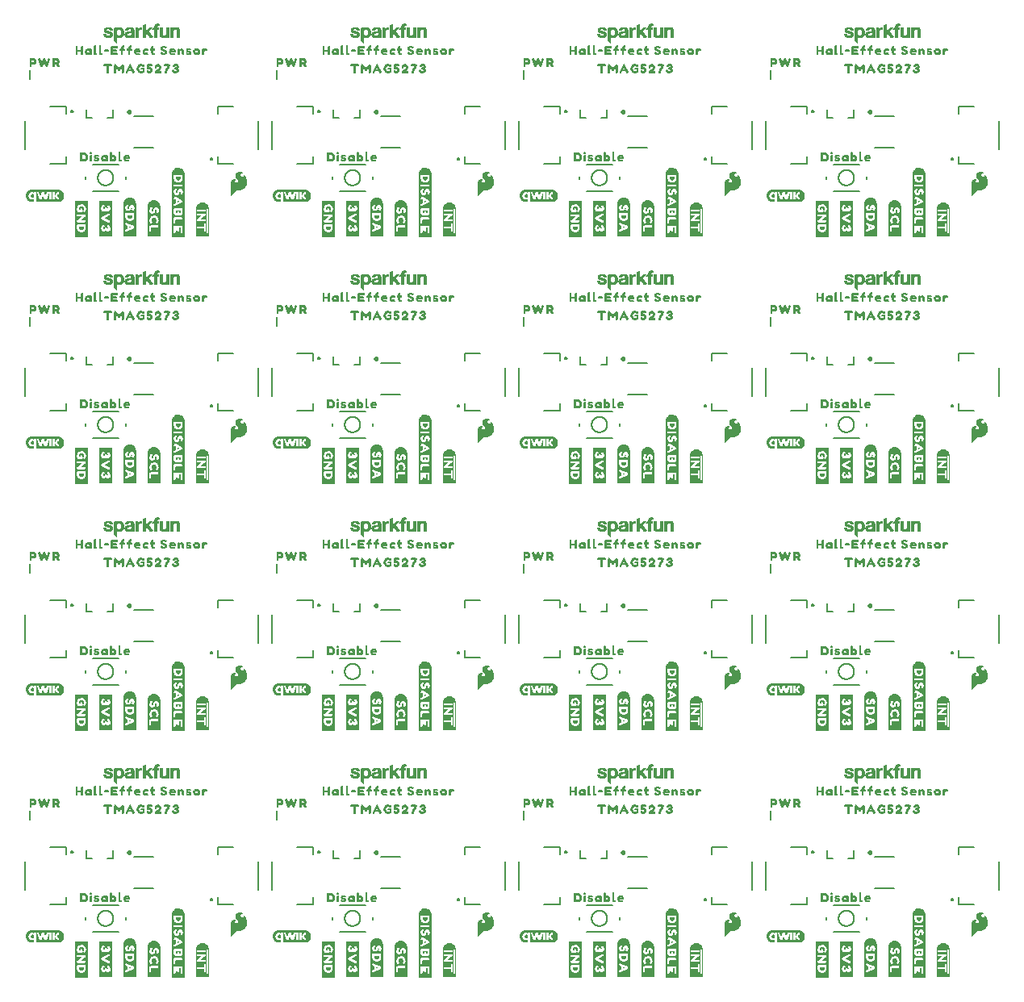
<source format=gto>
G04 EAGLE Gerber RS-274X export*
G75*
%MOMM*%
%FSLAX34Y34*%
%LPD*%
%INSilkscreen Top*%
%IPPOS*%
%AMOC8*
5,1,8,0,0,1.08239X$1,22.5*%
G01*
%ADD10C,0.203200*%
%ADD11C,0.152400*%
%ADD12C,0.254000*%
%ADD13C,0.127000*%

G36*
X949187Y537857D02*
X949187Y537857D01*
X949182Y537864D01*
X949189Y537870D01*
X949189Y604570D01*
X949186Y604574D01*
X949189Y604577D01*
X949089Y605277D01*
X949088Y605278D01*
X949089Y605278D01*
X948989Y605878D01*
X948985Y605881D01*
X948987Y605884D01*
X948787Y606584D01*
X948782Y606588D01*
X948784Y606592D01*
X948184Y607792D01*
X948180Y607794D01*
X948181Y607797D01*
X947781Y608397D01*
X947778Y608398D01*
X947778Y608401D01*
X947378Y608901D01*
X947374Y608902D01*
X947375Y608905D01*
X946875Y609405D01*
X946871Y609405D01*
X946871Y609408D01*
X946371Y609808D01*
X946367Y609809D01*
X946367Y609811D01*
X945767Y610211D01*
X945763Y610211D01*
X945762Y610214D01*
X945162Y610514D01*
X945157Y610513D01*
X945156Y610517D01*
X944556Y610717D01*
X944554Y610716D01*
X944554Y610717D01*
X943854Y610917D01*
X943849Y610916D01*
X943847Y610919D01*
X943148Y611019D01*
X942548Y611119D01*
X942543Y611116D01*
X942540Y611119D01*
X941840Y611119D01*
X941836Y611116D01*
X941833Y611119D01*
X941133Y611019D01*
X941128Y611014D01*
X941124Y611017D01*
X940525Y610817D01*
X939826Y610617D01*
X939822Y610612D01*
X939818Y610614D01*
X938618Y610014D01*
X938615Y610007D01*
X938609Y610008D01*
X938109Y609608D01*
X938108Y609604D01*
X938105Y609605D01*
X937105Y608605D01*
X937105Y608601D01*
X937102Y608601D01*
X936702Y608101D01*
X936701Y608097D01*
X936699Y608097D01*
X936299Y607497D01*
X936300Y607488D01*
X936293Y607486D01*
X936094Y606889D01*
X935796Y606292D01*
X935798Y606281D01*
X935791Y606277D01*
X935691Y605577D01*
X935591Y604878D01*
X935491Y604278D01*
X935494Y604273D01*
X935493Y604272D01*
X935491Y604270D01*
X935491Y537870D01*
X935527Y537823D01*
X935534Y537828D01*
X935540Y537821D01*
X949140Y537821D01*
X949187Y537857D01*
G37*
G36*
X690107Y796937D02*
X690107Y796937D01*
X690102Y796944D01*
X690109Y796950D01*
X690109Y863650D01*
X690106Y863654D01*
X690109Y863657D01*
X690009Y864357D01*
X690008Y864358D01*
X690009Y864358D01*
X689909Y864958D01*
X689905Y864961D01*
X689907Y864964D01*
X689707Y865664D01*
X689702Y865668D01*
X689704Y865672D01*
X689104Y866872D01*
X689100Y866874D01*
X689101Y866877D01*
X688701Y867477D01*
X688698Y867478D01*
X688698Y867481D01*
X688298Y867981D01*
X688294Y867982D01*
X688295Y867985D01*
X687795Y868485D01*
X687791Y868485D01*
X687791Y868488D01*
X687291Y868888D01*
X687287Y868889D01*
X687287Y868891D01*
X686687Y869291D01*
X686683Y869291D01*
X686682Y869294D01*
X686082Y869594D01*
X686077Y869593D01*
X686076Y869597D01*
X685476Y869797D01*
X685474Y869796D01*
X685474Y869797D01*
X684774Y869997D01*
X684769Y869996D01*
X684767Y869999D01*
X684068Y870099D01*
X683468Y870199D01*
X683463Y870196D01*
X683460Y870199D01*
X682760Y870199D01*
X682756Y870196D01*
X682753Y870199D01*
X682053Y870099D01*
X682048Y870094D01*
X682044Y870097D01*
X681445Y869897D01*
X680746Y869697D01*
X680742Y869692D01*
X680738Y869694D01*
X679538Y869094D01*
X679535Y869087D01*
X679529Y869088D01*
X679029Y868688D01*
X679028Y868684D01*
X679025Y868685D01*
X678025Y867685D01*
X678025Y867681D01*
X678022Y867681D01*
X677622Y867181D01*
X677621Y867177D01*
X677619Y867177D01*
X677219Y866577D01*
X677220Y866568D01*
X677213Y866566D01*
X677014Y865969D01*
X676716Y865372D01*
X676718Y865361D01*
X676711Y865357D01*
X676611Y864657D01*
X676511Y863958D01*
X676411Y863358D01*
X676414Y863353D01*
X676413Y863352D01*
X676411Y863350D01*
X676411Y796950D01*
X676447Y796903D01*
X676454Y796908D01*
X676460Y796901D01*
X690060Y796901D01*
X690107Y796937D01*
G37*
G36*
X171947Y796937D02*
X171947Y796937D01*
X171942Y796944D01*
X171949Y796950D01*
X171949Y863650D01*
X171946Y863654D01*
X171949Y863657D01*
X171849Y864357D01*
X171848Y864358D01*
X171849Y864358D01*
X171749Y864958D01*
X171745Y864961D01*
X171747Y864964D01*
X171547Y865664D01*
X171542Y865668D01*
X171544Y865672D01*
X170944Y866872D01*
X170940Y866874D01*
X170941Y866877D01*
X170541Y867477D01*
X170538Y867478D01*
X170538Y867481D01*
X170138Y867981D01*
X170134Y867982D01*
X170135Y867985D01*
X169635Y868485D01*
X169631Y868485D01*
X169631Y868488D01*
X169131Y868888D01*
X169127Y868889D01*
X169127Y868891D01*
X168527Y869291D01*
X168523Y869291D01*
X168522Y869294D01*
X167922Y869594D01*
X167917Y869593D01*
X167916Y869597D01*
X167316Y869797D01*
X167314Y869796D01*
X167314Y869797D01*
X166614Y869997D01*
X166609Y869996D01*
X166607Y869999D01*
X165908Y870099D01*
X165308Y870199D01*
X165303Y870196D01*
X165300Y870199D01*
X164600Y870199D01*
X164596Y870196D01*
X164593Y870199D01*
X163893Y870099D01*
X163888Y870094D01*
X163884Y870097D01*
X163285Y869897D01*
X162586Y869697D01*
X162582Y869692D01*
X162578Y869694D01*
X161378Y869094D01*
X161375Y869087D01*
X161369Y869088D01*
X160869Y868688D01*
X160868Y868684D01*
X160865Y868685D01*
X159865Y867685D01*
X159865Y867681D01*
X159862Y867681D01*
X159462Y867181D01*
X159461Y867177D01*
X159459Y867177D01*
X159059Y866577D01*
X159060Y866568D01*
X159053Y866566D01*
X158854Y865969D01*
X158556Y865372D01*
X158558Y865361D01*
X158551Y865357D01*
X158451Y864657D01*
X158351Y863958D01*
X158251Y863358D01*
X158254Y863353D01*
X158253Y863352D01*
X158251Y863350D01*
X158251Y796950D01*
X158287Y796903D01*
X158294Y796908D01*
X158300Y796901D01*
X171900Y796901D01*
X171947Y796937D01*
G37*
G36*
X949187Y796937D02*
X949187Y796937D01*
X949182Y796944D01*
X949189Y796950D01*
X949189Y863650D01*
X949186Y863654D01*
X949189Y863657D01*
X949089Y864357D01*
X949088Y864358D01*
X949089Y864358D01*
X948989Y864958D01*
X948985Y864961D01*
X948987Y864964D01*
X948787Y865664D01*
X948782Y865668D01*
X948784Y865672D01*
X948184Y866872D01*
X948180Y866874D01*
X948181Y866877D01*
X947781Y867477D01*
X947778Y867478D01*
X947778Y867481D01*
X947378Y867981D01*
X947374Y867982D01*
X947375Y867985D01*
X946875Y868485D01*
X946871Y868485D01*
X946871Y868488D01*
X946371Y868888D01*
X946367Y868889D01*
X946367Y868891D01*
X945767Y869291D01*
X945763Y869291D01*
X945762Y869294D01*
X945162Y869594D01*
X945157Y869593D01*
X945156Y869597D01*
X944556Y869797D01*
X944554Y869796D01*
X944554Y869797D01*
X943854Y869997D01*
X943849Y869996D01*
X943847Y869999D01*
X943148Y870099D01*
X942548Y870199D01*
X942543Y870196D01*
X942540Y870199D01*
X941840Y870199D01*
X941836Y870196D01*
X941833Y870199D01*
X941133Y870099D01*
X941128Y870094D01*
X941124Y870097D01*
X940525Y869897D01*
X939826Y869697D01*
X939822Y869692D01*
X939818Y869694D01*
X938618Y869094D01*
X938615Y869087D01*
X938609Y869088D01*
X938109Y868688D01*
X938108Y868684D01*
X938105Y868685D01*
X937105Y867685D01*
X937105Y867681D01*
X937102Y867681D01*
X936702Y867181D01*
X936701Y867177D01*
X936699Y867177D01*
X936299Y866577D01*
X936300Y866568D01*
X936293Y866566D01*
X936094Y865969D01*
X935796Y865372D01*
X935798Y865361D01*
X935791Y865357D01*
X935691Y864657D01*
X935591Y863958D01*
X935491Y863358D01*
X935494Y863353D01*
X935493Y863352D01*
X935491Y863350D01*
X935491Y796950D01*
X935527Y796903D01*
X935534Y796908D01*
X935540Y796901D01*
X949140Y796901D01*
X949187Y796937D01*
G37*
G36*
X949187Y278777D02*
X949187Y278777D01*
X949182Y278784D01*
X949189Y278790D01*
X949189Y345490D01*
X949186Y345494D01*
X949189Y345497D01*
X949089Y346197D01*
X949088Y346198D01*
X949089Y346198D01*
X948989Y346798D01*
X948985Y346801D01*
X948987Y346804D01*
X948787Y347504D01*
X948782Y347508D01*
X948784Y347512D01*
X948184Y348712D01*
X948180Y348714D01*
X948181Y348717D01*
X947781Y349317D01*
X947778Y349318D01*
X947778Y349321D01*
X947378Y349821D01*
X947374Y349822D01*
X947375Y349825D01*
X946875Y350325D01*
X946871Y350325D01*
X946871Y350328D01*
X946371Y350728D01*
X946367Y350729D01*
X946367Y350731D01*
X945767Y351131D01*
X945763Y351131D01*
X945762Y351134D01*
X945162Y351434D01*
X945157Y351433D01*
X945156Y351437D01*
X944556Y351637D01*
X944554Y351636D01*
X944554Y351637D01*
X943854Y351837D01*
X943849Y351836D01*
X943847Y351839D01*
X943148Y351939D01*
X942548Y352039D01*
X942543Y352036D01*
X942540Y352039D01*
X941840Y352039D01*
X941836Y352036D01*
X941833Y352039D01*
X941133Y351939D01*
X941128Y351934D01*
X941124Y351937D01*
X940525Y351737D01*
X939826Y351537D01*
X939822Y351532D01*
X939818Y351534D01*
X938618Y350934D01*
X938615Y350927D01*
X938609Y350928D01*
X938109Y350528D01*
X938108Y350524D01*
X938105Y350525D01*
X937105Y349525D01*
X937105Y349521D01*
X937102Y349521D01*
X936702Y349021D01*
X936701Y349017D01*
X936699Y349017D01*
X936299Y348417D01*
X936300Y348408D01*
X936293Y348406D01*
X936094Y347809D01*
X935796Y347212D01*
X935798Y347201D01*
X935791Y347197D01*
X935691Y346497D01*
X935591Y345798D01*
X935491Y345198D01*
X935494Y345193D01*
X935493Y345192D01*
X935491Y345190D01*
X935491Y278790D01*
X935527Y278743D01*
X935534Y278748D01*
X935540Y278741D01*
X949140Y278741D01*
X949187Y278777D01*
G37*
G36*
X171947Y19697D02*
X171947Y19697D01*
X171942Y19704D01*
X171949Y19710D01*
X171949Y86410D01*
X171946Y86414D01*
X171949Y86417D01*
X171849Y87117D01*
X171848Y87118D01*
X171849Y87118D01*
X171749Y87718D01*
X171745Y87721D01*
X171747Y87724D01*
X171547Y88424D01*
X171542Y88428D01*
X171544Y88432D01*
X170944Y89632D01*
X170940Y89634D01*
X170941Y89637D01*
X170541Y90237D01*
X170538Y90238D01*
X170538Y90241D01*
X170138Y90741D01*
X170134Y90742D01*
X170135Y90745D01*
X169635Y91245D01*
X169631Y91245D01*
X169631Y91248D01*
X169131Y91648D01*
X169127Y91649D01*
X169127Y91651D01*
X168527Y92051D01*
X168523Y92051D01*
X168522Y92054D01*
X167922Y92354D01*
X167917Y92353D01*
X167916Y92357D01*
X167316Y92557D01*
X167314Y92556D01*
X167314Y92557D01*
X166614Y92757D01*
X166609Y92756D01*
X166607Y92759D01*
X165908Y92859D01*
X165308Y92959D01*
X165303Y92956D01*
X165300Y92959D01*
X164600Y92959D01*
X164596Y92956D01*
X164593Y92959D01*
X163893Y92859D01*
X163888Y92854D01*
X163884Y92857D01*
X163285Y92657D01*
X162586Y92457D01*
X162582Y92452D01*
X162578Y92454D01*
X161378Y91854D01*
X161375Y91847D01*
X161369Y91848D01*
X160869Y91448D01*
X160868Y91444D01*
X160865Y91445D01*
X159865Y90445D01*
X159865Y90441D01*
X159862Y90441D01*
X159462Y89941D01*
X159461Y89937D01*
X159459Y89937D01*
X159059Y89337D01*
X159060Y89328D01*
X159053Y89326D01*
X158854Y88729D01*
X158556Y88132D01*
X158558Y88121D01*
X158551Y88117D01*
X158451Y87417D01*
X158351Y86718D01*
X158251Y86118D01*
X158254Y86113D01*
X158253Y86112D01*
X158251Y86110D01*
X158251Y19710D01*
X158287Y19663D01*
X158294Y19668D01*
X158300Y19661D01*
X171900Y19661D01*
X171947Y19697D01*
G37*
G36*
X690107Y537857D02*
X690107Y537857D01*
X690102Y537864D01*
X690109Y537870D01*
X690109Y604570D01*
X690106Y604574D01*
X690109Y604577D01*
X690009Y605277D01*
X690008Y605278D01*
X690009Y605278D01*
X689909Y605878D01*
X689905Y605881D01*
X689907Y605884D01*
X689707Y606584D01*
X689702Y606588D01*
X689704Y606592D01*
X689104Y607792D01*
X689100Y607794D01*
X689101Y607797D01*
X688701Y608397D01*
X688698Y608398D01*
X688698Y608401D01*
X688298Y608901D01*
X688294Y608902D01*
X688295Y608905D01*
X687795Y609405D01*
X687791Y609405D01*
X687791Y609408D01*
X687291Y609808D01*
X687287Y609809D01*
X687287Y609811D01*
X686687Y610211D01*
X686683Y610211D01*
X686682Y610214D01*
X686082Y610514D01*
X686077Y610513D01*
X686076Y610517D01*
X685476Y610717D01*
X685474Y610716D01*
X685474Y610717D01*
X684774Y610917D01*
X684769Y610916D01*
X684767Y610919D01*
X684068Y611019D01*
X683468Y611119D01*
X683463Y611116D01*
X683460Y611119D01*
X682760Y611119D01*
X682756Y611116D01*
X682753Y611119D01*
X682053Y611019D01*
X682048Y611014D01*
X682044Y611017D01*
X681445Y610817D01*
X680746Y610617D01*
X680742Y610612D01*
X680738Y610614D01*
X679538Y610014D01*
X679535Y610007D01*
X679529Y610008D01*
X679029Y609608D01*
X679028Y609604D01*
X679025Y609605D01*
X678025Y608605D01*
X678025Y608601D01*
X678022Y608601D01*
X677622Y608101D01*
X677621Y608097D01*
X677619Y608097D01*
X677219Y607497D01*
X677220Y607488D01*
X677213Y607486D01*
X677014Y606889D01*
X676716Y606292D01*
X676718Y606281D01*
X676711Y606277D01*
X676611Y605577D01*
X676511Y604878D01*
X676411Y604278D01*
X676414Y604273D01*
X676413Y604272D01*
X676411Y604270D01*
X676411Y537870D01*
X676447Y537823D01*
X676454Y537828D01*
X676460Y537821D01*
X690060Y537821D01*
X690107Y537857D01*
G37*
G36*
X431027Y537857D02*
X431027Y537857D01*
X431022Y537864D01*
X431029Y537870D01*
X431029Y604570D01*
X431026Y604574D01*
X431029Y604577D01*
X430929Y605277D01*
X430928Y605278D01*
X430929Y605278D01*
X430829Y605878D01*
X430825Y605881D01*
X430827Y605884D01*
X430627Y606584D01*
X430622Y606588D01*
X430624Y606592D01*
X430024Y607792D01*
X430020Y607794D01*
X430021Y607797D01*
X429621Y608397D01*
X429618Y608398D01*
X429618Y608401D01*
X429218Y608901D01*
X429214Y608902D01*
X429215Y608905D01*
X428715Y609405D01*
X428711Y609405D01*
X428711Y609408D01*
X428211Y609808D01*
X428207Y609809D01*
X428207Y609811D01*
X427607Y610211D01*
X427603Y610211D01*
X427602Y610214D01*
X427002Y610514D01*
X426997Y610513D01*
X426996Y610517D01*
X426396Y610717D01*
X426394Y610716D01*
X426394Y610717D01*
X425694Y610917D01*
X425689Y610916D01*
X425687Y610919D01*
X424988Y611019D01*
X424388Y611119D01*
X424383Y611116D01*
X424380Y611119D01*
X423680Y611119D01*
X423676Y611116D01*
X423673Y611119D01*
X422973Y611019D01*
X422968Y611014D01*
X422964Y611017D01*
X422365Y610817D01*
X421666Y610617D01*
X421662Y610612D01*
X421658Y610614D01*
X420458Y610014D01*
X420455Y610007D01*
X420449Y610008D01*
X419949Y609608D01*
X419948Y609604D01*
X419945Y609605D01*
X418945Y608605D01*
X418945Y608601D01*
X418942Y608601D01*
X418542Y608101D01*
X418541Y608097D01*
X418539Y608097D01*
X418139Y607497D01*
X418140Y607488D01*
X418133Y607486D01*
X417934Y606889D01*
X417636Y606292D01*
X417638Y606281D01*
X417631Y606277D01*
X417531Y605577D01*
X417431Y604878D01*
X417331Y604278D01*
X417334Y604273D01*
X417333Y604272D01*
X417331Y604270D01*
X417331Y537870D01*
X417367Y537823D01*
X417374Y537828D01*
X417380Y537821D01*
X430980Y537821D01*
X431027Y537857D01*
G37*
G36*
X171947Y537857D02*
X171947Y537857D01*
X171942Y537864D01*
X171949Y537870D01*
X171949Y604570D01*
X171946Y604574D01*
X171949Y604577D01*
X171849Y605277D01*
X171848Y605278D01*
X171849Y605278D01*
X171749Y605878D01*
X171745Y605881D01*
X171747Y605884D01*
X171547Y606584D01*
X171542Y606588D01*
X171544Y606592D01*
X170944Y607792D01*
X170940Y607794D01*
X170941Y607797D01*
X170541Y608397D01*
X170538Y608398D01*
X170538Y608401D01*
X170138Y608901D01*
X170134Y608902D01*
X170135Y608905D01*
X169635Y609405D01*
X169631Y609405D01*
X169631Y609408D01*
X169131Y609808D01*
X169127Y609809D01*
X169127Y609811D01*
X168527Y610211D01*
X168523Y610211D01*
X168522Y610214D01*
X167922Y610514D01*
X167917Y610513D01*
X167916Y610517D01*
X167316Y610717D01*
X167314Y610716D01*
X167314Y610717D01*
X166614Y610917D01*
X166609Y610916D01*
X166607Y610919D01*
X165908Y611019D01*
X165308Y611119D01*
X165303Y611116D01*
X165300Y611119D01*
X164600Y611119D01*
X164596Y611116D01*
X164593Y611119D01*
X163893Y611019D01*
X163888Y611014D01*
X163884Y611017D01*
X163285Y610817D01*
X162586Y610617D01*
X162582Y610612D01*
X162578Y610614D01*
X161378Y610014D01*
X161375Y610007D01*
X161369Y610008D01*
X160869Y609608D01*
X160868Y609604D01*
X160865Y609605D01*
X159865Y608605D01*
X159865Y608601D01*
X159862Y608601D01*
X159462Y608101D01*
X159461Y608097D01*
X159459Y608097D01*
X159059Y607497D01*
X159060Y607488D01*
X159053Y607486D01*
X158854Y606889D01*
X158556Y606292D01*
X158558Y606281D01*
X158551Y606277D01*
X158451Y605577D01*
X158351Y604878D01*
X158251Y604278D01*
X158254Y604273D01*
X158253Y604272D01*
X158251Y604270D01*
X158251Y537870D01*
X158287Y537823D01*
X158294Y537828D01*
X158300Y537821D01*
X171900Y537821D01*
X171947Y537857D01*
G37*
G36*
X690107Y278777D02*
X690107Y278777D01*
X690102Y278784D01*
X690109Y278790D01*
X690109Y345490D01*
X690106Y345494D01*
X690109Y345497D01*
X690009Y346197D01*
X690008Y346198D01*
X690009Y346198D01*
X689909Y346798D01*
X689905Y346801D01*
X689907Y346804D01*
X689707Y347504D01*
X689702Y347508D01*
X689704Y347512D01*
X689104Y348712D01*
X689100Y348714D01*
X689101Y348717D01*
X688701Y349317D01*
X688698Y349318D01*
X688698Y349321D01*
X688298Y349821D01*
X688294Y349822D01*
X688295Y349825D01*
X687795Y350325D01*
X687791Y350325D01*
X687791Y350328D01*
X687291Y350728D01*
X687287Y350729D01*
X687287Y350731D01*
X686687Y351131D01*
X686683Y351131D01*
X686682Y351134D01*
X686082Y351434D01*
X686077Y351433D01*
X686076Y351437D01*
X685476Y351637D01*
X685474Y351636D01*
X685474Y351637D01*
X684774Y351837D01*
X684769Y351836D01*
X684767Y351839D01*
X684068Y351939D01*
X683468Y352039D01*
X683463Y352036D01*
X683460Y352039D01*
X682760Y352039D01*
X682756Y352036D01*
X682753Y352039D01*
X682053Y351939D01*
X682048Y351934D01*
X682044Y351937D01*
X681445Y351737D01*
X680746Y351537D01*
X680742Y351532D01*
X680738Y351534D01*
X679538Y350934D01*
X679535Y350927D01*
X679529Y350928D01*
X679029Y350528D01*
X679028Y350524D01*
X679025Y350525D01*
X678025Y349525D01*
X678025Y349521D01*
X678022Y349521D01*
X677622Y349021D01*
X677621Y349017D01*
X677619Y349017D01*
X677219Y348417D01*
X677220Y348408D01*
X677213Y348406D01*
X677014Y347809D01*
X676716Y347212D01*
X676718Y347201D01*
X676711Y347197D01*
X676611Y346497D01*
X676511Y345798D01*
X676411Y345198D01*
X676414Y345193D01*
X676413Y345192D01*
X676411Y345190D01*
X676411Y278790D01*
X676447Y278743D01*
X676454Y278748D01*
X676460Y278741D01*
X690060Y278741D01*
X690107Y278777D01*
G37*
G36*
X171947Y278777D02*
X171947Y278777D01*
X171942Y278784D01*
X171949Y278790D01*
X171949Y345490D01*
X171946Y345494D01*
X171949Y345497D01*
X171849Y346197D01*
X171848Y346198D01*
X171849Y346198D01*
X171749Y346798D01*
X171745Y346801D01*
X171747Y346804D01*
X171547Y347504D01*
X171542Y347508D01*
X171544Y347512D01*
X170944Y348712D01*
X170940Y348714D01*
X170941Y348717D01*
X170541Y349317D01*
X170538Y349318D01*
X170538Y349321D01*
X170138Y349821D01*
X170134Y349822D01*
X170135Y349825D01*
X169635Y350325D01*
X169631Y350325D01*
X169631Y350328D01*
X169131Y350728D01*
X169127Y350729D01*
X169127Y350731D01*
X168527Y351131D01*
X168523Y351131D01*
X168522Y351134D01*
X167922Y351434D01*
X167917Y351433D01*
X167916Y351437D01*
X167316Y351637D01*
X167314Y351636D01*
X167314Y351637D01*
X166614Y351837D01*
X166609Y351836D01*
X166607Y351839D01*
X165908Y351939D01*
X165308Y352039D01*
X165303Y352036D01*
X165300Y352039D01*
X164600Y352039D01*
X164596Y352036D01*
X164593Y352039D01*
X163893Y351939D01*
X163888Y351934D01*
X163884Y351937D01*
X163285Y351737D01*
X162586Y351537D01*
X162582Y351532D01*
X162578Y351534D01*
X161378Y350934D01*
X161375Y350927D01*
X161369Y350928D01*
X160869Y350528D01*
X160868Y350524D01*
X160865Y350525D01*
X159865Y349525D01*
X159865Y349521D01*
X159862Y349521D01*
X159462Y349021D01*
X159461Y349017D01*
X159459Y349017D01*
X159059Y348417D01*
X159060Y348408D01*
X159053Y348406D01*
X158854Y347809D01*
X158556Y347212D01*
X158558Y347201D01*
X158551Y347197D01*
X158451Y346497D01*
X158351Y345798D01*
X158251Y345198D01*
X158254Y345193D01*
X158253Y345192D01*
X158251Y345190D01*
X158251Y278790D01*
X158287Y278743D01*
X158294Y278748D01*
X158300Y278741D01*
X171900Y278741D01*
X171947Y278777D01*
G37*
G36*
X431027Y796937D02*
X431027Y796937D01*
X431022Y796944D01*
X431029Y796950D01*
X431029Y863650D01*
X431026Y863654D01*
X431029Y863657D01*
X430929Y864357D01*
X430928Y864358D01*
X430929Y864358D01*
X430829Y864958D01*
X430825Y864961D01*
X430827Y864964D01*
X430627Y865664D01*
X430622Y865668D01*
X430624Y865672D01*
X430024Y866872D01*
X430020Y866874D01*
X430021Y866877D01*
X429621Y867477D01*
X429618Y867478D01*
X429618Y867481D01*
X429218Y867981D01*
X429214Y867982D01*
X429215Y867985D01*
X428715Y868485D01*
X428711Y868485D01*
X428711Y868488D01*
X428211Y868888D01*
X428207Y868889D01*
X428207Y868891D01*
X427607Y869291D01*
X427603Y869291D01*
X427602Y869294D01*
X427002Y869594D01*
X426997Y869593D01*
X426996Y869597D01*
X426396Y869797D01*
X426394Y869796D01*
X426394Y869797D01*
X425694Y869997D01*
X425689Y869996D01*
X425687Y869999D01*
X424988Y870099D01*
X424388Y870199D01*
X424383Y870196D01*
X424380Y870199D01*
X423680Y870199D01*
X423676Y870196D01*
X423673Y870199D01*
X422973Y870099D01*
X422968Y870094D01*
X422964Y870097D01*
X422365Y869897D01*
X421666Y869697D01*
X421662Y869692D01*
X421658Y869694D01*
X420458Y869094D01*
X420455Y869087D01*
X420449Y869088D01*
X419949Y868688D01*
X419948Y868684D01*
X419945Y868685D01*
X418945Y867685D01*
X418945Y867681D01*
X418942Y867681D01*
X418542Y867181D01*
X418541Y867177D01*
X418539Y867177D01*
X418139Y866577D01*
X418140Y866568D01*
X418133Y866566D01*
X417934Y865969D01*
X417636Y865372D01*
X417638Y865361D01*
X417631Y865357D01*
X417531Y864657D01*
X417431Y863958D01*
X417331Y863358D01*
X417334Y863353D01*
X417333Y863352D01*
X417331Y863350D01*
X417331Y796950D01*
X417367Y796903D01*
X417374Y796908D01*
X417380Y796901D01*
X430980Y796901D01*
X431027Y796937D01*
G37*
G36*
X949187Y19697D02*
X949187Y19697D01*
X949182Y19704D01*
X949189Y19710D01*
X949189Y86410D01*
X949186Y86414D01*
X949189Y86417D01*
X949089Y87117D01*
X949088Y87118D01*
X949089Y87118D01*
X948989Y87718D01*
X948985Y87721D01*
X948987Y87724D01*
X948787Y88424D01*
X948782Y88428D01*
X948784Y88432D01*
X948184Y89632D01*
X948180Y89634D01*
X948181Y89637D01*
X947781Y90237D01*
X947778Y90238D01*
X947778Y90241D01*
X947378Y90741D01*
X947374Y90742D01*
X947375Y90745D01*
X946875Y91245D01*
X946871Y91245D01*
X946871Y91248D01*
X946371Y91648D01*
X946367Y91649D01*
X946367Y91651D01*
X945767Y92051D01*
X945763Y92051D01*
X945762Y92054D01*
X945162Y92354D01*
X945157Y92353D01*
X945156Y92357D01*
X944556Y92557D01*
X944554Y92556D01*
X944554Y92557D01*
X943854Y92757D01*
X943849Y92756D01*
X943847Y92759D01*
X943148Y92859D01*
X942548Y92959D01*
X942543Y92956D01*
X942540Y92959D01*
X941840Y92959D01*
X941836Y92956D01*
X941833Y92959D01*
X941133Y92859D01*
X941128Y92854D01*
X941124Y92857D01*
X940525Y92657D01*
X939826Y92457D01*
X939822Y92452D01*
X939818Y92454D01*
X938618Y91854D01*
X938615Y91847D01*
X938609Y91848D01*
X938109Y91448D01*
X938108Y91444D01*
X938105Y91445D01*
X937105Y90445D01*
X937105Y90441D01*
X937102Y90441D01*
X936702Y89941D01*
X936701Y89937D01*
X936699Y89937D01*
X936299Y89337D01*
X936300Y89328D01*
X936293Y89326D01*
X936094Y88729D01*
X935796Y88132D01*
X935798Y88121D01*
X935791Y88117D01*
X935691Y87417D01*
X935591Y86718D01*
X935491Y86118D01*
X935494Y86113D01*
X935493Y86112D01*
X935491Y86110D01*
X935491Y19710D01*
X935527Y19663D01*
X935534Y19668D01*
X935540Y19661D01*
X949140Y19661D01*
X949187Y19697D01*
G37*
G36*
X431027Y19697D02*
X431027Y19697D01*
X431022Y19704D01*
X431029Y19710D01*
X431029Y86410D01*
X431026Y86414D01*
X431029Y86417D01*
X430929Y87117D01*
X430928Y87118D01*
X430929Y87118D01*
X430829Y87718D01*
X430825Y87721D01*
X430827Y87724D01*
X430627Y88424D01*
X430622Y88428D01*
X430624Y88432D01*
X430024Y89632D01*
X430020Y89634D01*
X430021Y89637D01*
X429621Y90237D01*
X429618Y90238D01*
X429618Y90241D01*
X429218Y90741D01*
X429214Y90742D01*
X429215Y90745D01*
X428715Y91245D01*
X428711Y91245D01*
X428711Y91248D01*
X428211Y91648D01*
X428207Y91649D01*
X428207Y91651D01*
X427607Y92051D01*
X427603Y92051D01*
X427602Y92054D01*
X427002Y92354D01*
X426997Y92353D01*
X426996Y92357D01*
X426396Y92557D01*
X426394Y92556D01*
X426394Y92557D01*
X425694Y92757D01*
X425689Y92756D01*
X425687Y92759D01*
X424988Y92859D01*
X424388Y92959D01*
X424383Y92956D01*
X424380Y92959D01*
X423680Y92959D01*
X423676Y92956D01*
X423673Y92959D01*
X422973Y92859D01*
X422968Y92854D01*
X422964Y92857D01*
X422365Y92657D01*
X421666Y92457D01*
X421662Y92452D01*
X421658Y92454D01*
X420458Y91854D01*
X420455Y91847D01*
X420449Y91848D01*
X419949Y91448D01*
X419948Y91444D01*
X419945Y91445D01*
X418945Y90445D01*
X418945Y90441D01*
X418942Y90441D01*
X418542Y89941D01*
X418541Y89937D01*
X418539Y89937D01*
X418139Y89337D01*
X418140Y89328D01*
X418133Y89326D01*
X417934Y88729D01*
X417636Y88132D01*
X417638Y88121D01*
X417631Y88117D01*
X417531Y87417D01*
X417431Y86718D01*
X417331Y86118D01*
X417334Y86113D01*
X417333Y86112D01*
X417331Y86110D01*
X417331Y19710D01*
X417367Y19663D01*
X417374Y19668D01*
X417380Y19661D01*
X430980Y19661D01*
X431027Y19697D01*
G37*
G36*
X690107Y19697D02*
X690107Y19697D01*
X690102Y19704D01*
X690109Y19710D01*
X690109Y86410D01*
X690106Y86414D01*
X690109Y86417D01*
X690009Y87117D01*
X690008Y87118D01*
X690009Y87118D01*
X689909Y87718D01*
X689905Y87721D01*
X689907Y87724D01*
X689707Y88424D01*
X689702Y88428D01*
X689704Y88432D01*
X689104Y89632D01*
X689100Y89634D01*
X689101Y89637D01*
X688701Y90237D01*
X688698Y90238D01*
X688698Y90241D01*
X688298Y90741D01*
X688294Y90742D01*
X688295Y90745D01*
X687795Y91245D01*
X687791Y91245D01*
X687791Y91248D01*
X687291Y91648D01*
X687287Y91649D01*
X687287Y91651D01*
X686687Y92051D01*
X686683Y92051D01*
X686682Y92054D01*
X686082Y92354D01*
X686077Y92353D01*
X686076Y92357D01*
X685476Y92557D01*
X685474Y92556D01*
X685474Y92557D01*
X684774Y92757D01*
X684769Y92756D01*
X684767Y92759D01*
X684068Y92859D01*
X683468Y92959D01*
X683463Y92956D01*
X683460Y92959D01*
X682760Y92959D01*
X682756Y92956D01*
X682753Y92959D01*
X682053Y92859D01*
X682048Y92854D01*
X682044Y92857D01*
X681445Y92657D01*
X680746Y92457D01*
X680742Y92452D01*
X680738Y92454D01*
X679538Y91854D01*
X679535Y91847D01*
X679529Y91848D01*
X679029Y91448D01*
X679028Y91444D01*
X679025Y91445D01*
X678025Y90445D01*
X678025Y90441D01*
X678022Y90441D01*
X677622Y89941D01*
X677621Y89937D01*
X677619Y89937D01*
X677219Y89337D01*
X677220Y89328D01*
X677213Y89326D01*
X677014Y88729D01*
X676716Y88132D01*
X676718Y88121D01*
X676711Y88117D01*
X676611Y87417D01*
X676511Y86718D01*
X676411Y86118D01*
X676414Y86113D01*
X676413Y86112D01*
X676411Y86110D01*
X676411Y19710D01*
X676447Y19663D01*
X676454Y19668D01*
X676460Y19661D01*
X690060Y19661D01*
X690107Y19697D01*
G37*
G36*
X431027Y278777D02*
X431027Y278777D01*
X431022Y278784D01*
X431029Y278790D01*
X431029Y345490D01*
X431026Y345494D01*
X431029Y345497D01*
X430929Y346197D01*
X430928Y346198D01*
X430929Y346198D01*
X430829Y346798D01*
X430825Y346801D01*
X430827Y346804D01*
X430627Y347504D01*
X430622Y347508D01*
X430624Y347512D01*
X430024Y348712D01*
X430020Y348714D01*
X430021Y348717D01*
X429621Y349317D01*
X429618Y349318D01*
X429618Y349321D01*
X429218Y349821D01*
X429214Y349822D01*
X429215Y349825D01*
X428715Y350325D01*
X428711Y350325D01*
X428711Y350328D01*
X428211Y350728D01*
X428207Y350729D01*
X428207Y350731D01*
X427607Y351131D01*
X427603Y351131D01*
X427602Y351134D01*
X427002Y351434D01*
X426997Y351433D01*
X426996Y351437D01*
X426396Y351637D01*
X426394Y351636D01*
X426394Y351637D01*
X425694Y351837D01*
X425689Y351836D01*
X425687Y351839D01*
X424988Y351939D01*
X424388Y352039D01*
X424383Y352036D01*
X424380Y352039D01*
X423680Y352039D01*
X423676Y352036D01*
X423673Y352039D01*
X422973Y351939D01*
X422968Y351934D01*
X422964Y351937D01*
X422365Y351737D01*
X421666Y351537D01*
X421662Y351532D01*
X421658Y351534D01*
X420458Y350934D01*
X420455Y350927D01*
X420449Y350928D01*
X419949Y350528D01*
X419948Y350524D01*
X419945Y350525D01*
X418945Y349525D01*
X418945Y349521D01*
X418942Y349521D01*
X418542Y349021D01*
X418541Y349017D01*
X418539Y349017D01*
X418139Y348417D01*
X418140Y348408D01*
X418133Y348406D01*
X417934Y347809D01*
X417636Y347212D01*
X417638Y347201D01*
X417631Y347197D01*
X417531Y346497D01*
X417431Y345798D01*
X417331Y345198D01*
X417334Y345193D01*
X417333Y345192D01*
X417331Y345190D01*
X417331Y278790D01*
X417367Y278743D01*
X417374Y278748D01*
X417380Y278741D01*
X430980Y278741D01*
X431027Y278777D01*
G37*
G36*
X379906Y538700D02*
X379906Y538700D01*
X379919Y538700D01*
X380219Y539100D01*
X380219Y539108D01*
X380223Y539111D01*
X380219Y539115D01*
X380219Y539122D01*
X380229Y539130D01*
X380229Y573330D01*
X380226Y573334D01*
X380229Y573337D01*
X380129Y574037D01*
X380124Y574042D01*
X380127Y574046D01*
X379927Y574645D01*
X379727Y575344D01*
X379726Y575345D01*
X379727Y575346D01*
X379527Y575946D01*
X379519Y575951D01*
X379521Y575957D01*
X379123Y576555D01*
X378824Y577152D01*
X378814Y577157D01*
X378815Y577165D01*
X378315Y577665D01*
X378311Y577665D01*
X378311Y577668D01*
X377311Y578468D01*
X377307Y578469D01*
X377307Y578471D01*
X376707Y578871D01*
X376703Y578871D01*
X376702Y578874D01*
X375502Y579474D01*
X375491Y579472D01*
X375487Y579479D01*
X374788Y579579D01*
X374188Y579679D01*
X374187Y579678D01*
X374187Y579679D01*
X373487Y579779D01*
X373482Y579776D01*
X373480Y579779D01*
X372780Y579779D01*
X372776Y579776D01*
X372773Y579779D01*
X372073Y579679D01*
X372068Y579674D01*
X372064Y579677D01*
X370864Y579277D01*
X370863Y579274D01*
X370861Y579275D01*
X370161Y578975D01*
X370158Y578971D01*
X370155Y578972D01*
X369655Y578672D01*
X369654Y578671D01*
X369653Y578671D01*
X369053Y578271D01*
X369050Y578264D01*
X369045Y578265D01*
X368545Y577765D01*
X368545Y577761D01*
X368542Y577761D01*
X367742Y576761D01*
X367741Y576757D01*
X367739Y576757D01*
X367339Y576157D01*
X367339Y576153D01*
X367336Y576152D01*
X367036Y575552D01*
X367037Y575545D01*
X367033Y575544D01*
X366833Y574845D01*
X366633Y574246D01*
X366637Y574235D01*
X366631Y574230D01*
X366631Y573533D01*
X366531Y572837D01*
X366534Y572832D01*
X366531Y572830D01*
X366531Y539030D01*
X366550Y539004D01*
X366550Y538991D01*
X366950Y538691D01*
X366972Y538691D01*
X366980Y538681D01*
X379880Y538681D01*
X379906Y538700D01*
G37*
G36*
X898066Y279620D02*
X898066Y279620D01*
X898079Y279620D01*
X898379Y280020D01*
X898379Y280028D01*
X898383Y280031D01*
X898379Y280035D01*
X898379Y280042D01*
X898389Y280050D01*
X898389Y314250D01*
X898386Y314254D01*
X898389Y314257D01*
X898289Y314957D01*
X898284Y314962D01*
X898287Y314966D01*
X898087Y315565D01*
X897887Y316264D01*
X897886Y316265D01*
X897887Y316266D01*
X897687Y316866D01*
X897679Y316871D01*
X897681Y316877D01*
X897283Y317475D01*
X896984Y318072D01*
X896974Y318077D01*
X896975Y318085D01*
X896475Y318585D01*
X896471Y318585D01*
X896471Y318588D01*
X895471Y319388D01*
X895467Y319389D01*
X895467Y319391D01*
X894867Y319791D01*
X894863Y319791D01*
X894862Y319794D01*
X893662Y320394D01*
X893651Y320392D01*
X893647Y320399D01*
X892948Y320499D01*
X892348Y320599D01*
X892347Y320598D01*
X892347Y320599D01*
X891647Y320699D01*
X891642Y320696D01*
X891640Y320699D01*
X890940Y320699D01*
X890936Y320696D01*
X890933Y320699D01*
X890233Y320599D01*
X890228Y320594D01*
X890224Y320597D01*
X889024Y320197D01*
X889023Y320194D01*
X889021Y320195D01*
X888321Y319895D01*
X888318Y319891D01*
X888315Y319892D01*
X887815Y319592D01*
X887814Y319591D01*
X887813Y319591D01*
X887213Y319191D01*
X887210Y319184D01*
X887205Y319185D01*
X886705Y318685D01*
X886705Y318681D01*
X886702Y318681D01*
X885902Y317681D01*
X885901Y317677D01*
X885899Y317677D01*
X885499Y317077D01*
X885499Y317073D01*
X885496Y317072D01*
X885196Y316472D01*
X885197Y316465D01*
X885193Y316464D01*
X884993Y315765D01*
X884793Y315166D01*
X884797Y315155D01*
X884791Y315150D01*
X884791Y314453D01*
X884691Y313757D01*
X884694Y313752D01*
X884691Y313750D01*
X884691Y279950D01*
X884710Y279924D01*
X884710Y279911D01*
X885110Y279611D01*
X885132Y279611D01*
X885140Y279601D01*
X898040Y279601D01*
X898066Y279620D01*
G37*
G36*
X120826Y279620D02*
X120826Y279620D01*
X120839Y279620D01*
X121139Y280020D01*
X121139Y280028D01*
X121143Y280031D01*
X121139Y280035D01*
X121139Y280042D01*
X121149Y280050D01*
X121149Y314250D01*
X121146Y314254D01*
X121149Y314257D01*
X121049Y314957D01*
X121044Y314962D01*
X121047Y314966D01*
X120847Y315565D01*
X120647Y316264D01*
X120646Y316265D01*
X120647Y316266D01*
X120447Y316866D01*
X120439Y316871D01*
X120441Y316877D01*
X120043Y317475D01*
X119744Y318072D01*
X119734Y318077D01*
X119735Y318085D01*
X119235Y318585D01*
X119231Y318585D01*
X119231Y318588D01*
X118231Y319388D01*
X118227Y319389D01*
X118227Y319391D01*
X117627Y319791D01*
X117623Y319791D01*
X117622Y319794D01*
X116422Y320394D01*
X116411Y320392D01*
X116407Y320399D01*
X115708Y320499D01*
X115108Y320599D01*
X115107Y320598D01*
X115107Y320599D01*
X114407Y320699D01*
X114402Y320696D01*
X114400Y320699D01*
X113700Y320699D01*
X113696Y320696D01*
X113693Y320699D01*
X112993Y320599D01*
X112988Y320594D01*
X112984Y320597D01*
X111784Y320197D01*
X111783Y320194D01*
X111781Y320195D01*
X111081Y319895D01*
X111078Y319891D01*
X111075Y319892D01*
X110575Y319592D01*
X110574Y319591D01*
X110573Y319591D01*
X109973Y319191D01*
X109970Y319184D01*
X109965Y319185D01*
X109465Y318685D01*
X109465Y318681D01*
X109462Y318681D01*
X108662Y317681D01*
X108661Y317677D01*
X108659Y317677D01*
X108259Y317077D01*
X108259Y317073D01*
X108256Y317072D01*
X107956Y316472D01*
X107957Y316465D01*
X107953Y316464D01*
X107753Y315765D01*
X107553Y315166D01*
X107557Y315155D01*
X107551Y315150D01*
X107551Y314453D01*
X107451Y313757D01*
X107454Y313752D01*
X107451Y313750D01*
X107451Y279950D01*
X107470Y279924D01*
X107470Y279911D01*
X107870Y279611D01*
X107892Y279611D01*
X107900Y279601D01*
X120800Y279601D01*
X120826Y279620D01*
G37*
G36*
X638986Y797780D02*
X638986Y797780D01*
X638999Y797780D01*
X639299Y798180D01*
X639299Y798188D01*
X639303Y798191D01*
X639299Y798195D01*
X639299Y798202D01*
X639309Y798210D01*
X639309Y832410D01*
X639306Y832414D01*
X639309Y832417D01*
X639209Y833117D01*
X639204Y833122D01*
X639207Y833126D01*
X639007Y833725D01*
X638807Y834424D01*
X638806Y834425D01*
X638807Y834426D01*
X638607Y835026D01*
X638599Y835031D01*
X638601Y835037D01*
X638203Y835635D01*
X637904Y836232D01*
X637894Y836237D01*
X637895Y836245D01*
X637395Y836745D01*
X637391Y836745D01*
X637391Y836748D01*
X636391Y837548D01*
X636387Y837549D01*
X636387Y837551D01*
X635787Y837951D01*
X635783Y837951D01*
X635782Y837954D01*
X634582Y838554D01*
X634571Y838552D01*
X634567Y838559D01*
X633868Y838659D01*
X633268Y838759D01*
X633267Y838758D01*
X633267Y838759D01*
X632567Y838859D01*
X632562Y838856D01*
X632560Y838859D01*
X631860Y838859D01*
X631856Y838856D01*
X631853Y838859D01*
X631153Y838759D01*
X631148Y838754D01*
X631144Y838757D01*
X629944Y838357D01*
X629943Y838354D01*
X629941Y838355D01*
X629241Y838055D01*
X629238Y838051D01*
X629235Y838052D01*
X628735Y837752D01*
X628734Y837751D01*
X628733Y837751D01*
X628133Y837351D01*
X628130Y837344D01*
X628125Y837345D01*
X627625Y836845D01*
X627625Y836841D01*
X627622Y836841D01*
X626822Y835841D01*
X626821Y835837D01*
X626819Y835837D01*
X626419Y835237D01*
X626419Y835233D01*
X626416Y835232D01*
X626116Y834632D01*
X626117Y834625D01*
X626113Y834624D01*
X625913Y833925D01*
X625713Y833326D01*
X625717Y833315D01*
X625711Y833310D01*
X625711Y832613D01*
X625611Y831917D01*
X625614Y831912D01*
X625611Y831910D01*
X625611Y798110D01*
X625630Y798084D01*
X625630Y798071D01*
X626030Y797771D01*
X626052Y797771D01*
X626060Y797761D01*
X638960Y797761D01*
X638986Y797780D01*
G37*
G36*
X379906Y279620D02*
X379906Y279620D01*
X379919Y279620D01*
X380219Y280020D01*
X380219Y280028D01*
X380223Y280031D01*
X380219Y280035D01*
X380219Y280042D01*
X380229Y280050D01*
X380229Y314250D01*
X380226Y314254D01*
X380229Y314257D01*
X380129Y314957D01*
X380124Y314962D01*
X380127Y314966D01*
X379927Y315565D01*
X379727Y316264D01*
X379726Y316265D01*
X379727Y316266D01*
X379527Y316866D01*
X379519Y316871D01*
X379521Y316877D01*
X379123Y317475D01*
X378824Y318072D01*
X378814Y318077D01*
X378815Y318085D01*
X378315Y318585D01*
X378311Y318585D01*
X378311Y318588D01*
X377311Y319388D01*
X377307Y319389D01*
X377307Y319391D01*
X376707Y319791D01*
X376703Y319791D01*
X376702Y319794D01*
X375502Y320394D01*
X375491Y320392D01*
X375487Y320399D01*
X374788Y320499D01*
X374188Y320599D01*
X374187Y320598D01*
X374187Y320599D01*
X373487Y320699D01*
X373482Y320696D01*
X373480Y320699D01*
X372780Y320699D01*
X372776Y320696D01*
X372773Y320699D01*
X372073Y320599D01*
X372068Y320594D01*
X372064Y320597D01*
X370864Y320197D01*
X370863Y320194D01*
X370861Y320195D01*
X370161Y319895D01*
X370158Y319891D01*
X370155Y319892D01*
X369655Y319592D01*
X369654Y319591D01*
X369653Y319591D01*
X369053Y319191D01*
X369050Y319184D01*
X369045Y319185D01*
X368545Y318685D01*
X368545Y318681D01*
X368542Y318681D01*
X367742Y317681D01*
X367741Y317677D01*
X367739Y317677D01*
X367339Y317077D01*
X367339Y317073D01*
X367336Y317072D01*
X367036Y316472D01*
X367037Y316465D01*
X367033Y316464D01*
X366833Y315765D01*
X366633Y315166D01*
X366637Y315155D01*
X366631Y315150D01*
X366631Y314453D01*
X366531Y313757D01*
X366534Y313752D01*
X366531Y313750D01*
X366531Y279950D01*
X366550Y279924D01*
X366550Y279911D01*
X366950Y279611D01*
X366972Y279611D01*
X366980Y279601D01*
X379880Y279601D01*
X379906Y279620D01*
G37*
G36*
X638986Y279620D02*
X638986Y279620D01*
X638999Y279620D01*
X639299Y280020D01*
X639299Y280028D01*
X639303Y280031D01*
X639299Y280035D01*
X639299Y280042D01*
X639309Y280050D01*
X639309Y314250D01*
X639306Y314254D01*
X639309Y314257D01*
X639209Y314957D01*
X639204Y314962D01*
X639207Y314966D01*
X639007Y315565D01*
X638807Y316264D01*
X638806Y316265D01*
X638807Y316266D01*
X638607Y316866D01*
X638599Y316871D01*
X638601Y316877D01*
X638203Y317475D01*
X637904Y318072D01*
X637894Y318077D01*
X637895Y318085D01*
X637395Y318585D01*
X637391Y318585D01*
X637391Y318588D01*
X636391Y319388D01*
X636387Y319389D01*
X636387Y319391D01*
X635787Y319791D01*
X635783Y319791D01*
X635782Y319794D01*
X634582Y320394D01*
X634571Y320392D01*
X634567Y320399D01*
X633868Y320499D01*
X633268Y320599D01*
X633267Y320598D01*
X633267Y320599D01*
X632567Y320699D01*
X632562Y320696D01*
X632560Y320699D01*
X631860Y320699D01*
X631856Y320696D01*
X631853Y320699D01*
X631153Y320599D01*
X631148Y320594D01*
X631144Y320597D01*
X629944Y320197D01*
X629943Y320194D01*
X629941Y320195D01*
X629241Y319895D01*
X629238Y319891D01*
X629235Y319892D01*
X628735Y319592D01*
X628734Y319591D01*
X628733Y319591D01*
X628133Y319191D01*
X628130Y319184D01*
X628125Y319185D01*
X627625Y318685D01*
X627625Y318681D01*
X627622Y318681D01*
X626822Y317681D01*
X626821Y317677D01*
X626819Y317677D01*
X626419Y317077D01*
X626419Y317073D01*
X626416Y317072D01*
X626116Y316472D01*
X626117Y316465D01*
X626113Y316464D01*
X625913Y315765D01*
X625713Y315166D01*
X625717Y315155D01*
X625711Y315150D01*
X625711Y314453D01*
X625611Y313757D01*
X625614Y313752D01*
X625611Y313750D01*
X625611Y279950D01*
X625630Y279924D01*
X625630Y279911D01*
X626030Y279611D01*
X626052Y279611D01*
X626060Y279601D01*
X638960Y279601D01*
X638986Y279620D01*
G37*
G36*
X120826Y20540D02*
X120826Y20540D01*
X120839Y20540D01*
X121139Y20940D01*
X121139Y20948D01*
X121143Y20951D01*
X121139Y20955D01*
X121139Y20962D01*
X121149Y20970D01*
X121149Y55170D01*
X121146Y55174D01*
X121149Y55177D01*
X121049Y55877D01*
X121044Y55882D01*
X121047Y55886D01*
X120847Y56485D01*
X120647Y57184D01*
X120646Y57185D01*
X120647Y57186D01*
X120447Y57786D01*
X120439Y57791D01*
X120441Y57797D01*
X120043Y58395D01*
X119744Y58992D01*
X119734Y58997D01*
X119735Y59005D01*
X119235Y59505D01*
X119231Y59505D01*
X119231Y59508D01*
X118231Y60308D01*
X118227Y60309D01*
X118227Y60311D01*
X117627Y60711D01*
X117623Y60711D01*
X117622Y60714D01*
X116422Y61314D01*
X116411Y61312D01*
X116407Y61319D01*
X115708Y61419D01*
X115108Y61519D01*
X115107Y61518D01*
X115107Y61519D01*
X114407Y61619D01*
X114402Y61616D01*
X114400Y61619D01*
X113700Y61619D01*
X113696Y61616D01*
X113693Y61619D01*
X112993Y61519D01*
X112988Y61514D01*
X112984Y61517D01*
X111784Y61117D01*
X111783Y61114D01*
X111781Y61115D01*
X111081Y60815D01*
X111078Y60811D01*
X111075Y60812D01*
X110575Y60512D01*
X110574Y60511D01*
X110573Y60511D01*
X109973Y60111D01*
X109970Y60104D01*
X109965Y60105D01*
X109465Y59605D01*
X109465Y59601D01*
X109462Y59601D01*
X108662Y58601D01*
X108661Y58597D01*
X108659Y58597D01*
X108259Y57997D01*
X108259Y57993D01*
X108256Y57992D01*
X107956Y57392D01*
X107957Y57385D01*
X107953Y57384D01*
X107753Y56685D01*
X107553Y56086D01*
X107557Y56075D01*
X107551Y56070D01*
X107551Y55373D01*
X107451Y54677D01*
X107454Y54672D01*
X107451Y54670D01*
X107451Y20870D01*
X107470Y20844D01*
X107470Y20831D01*
X107870Y20531D01*
X107892Y20531D01*
X107900Y20521D01*
X120800Y20521D01*
X120826Y20540D01*
G37*
G36*
X120826Y797780D02*
X120826Y797780D01*
X120839Y797780D01*
X121139Y798180D01*
X121139Y798188D01*
X121143Y798191D01*
X121139Y798195D01*
X121139Y798202D01*
X121149Y798210D01*
X121149Y832410D01*
X121146Y832414D01*
X121149Y832417D01*
X121049Y833117D01*
X121044Y833122D01*
X121047Y833126D01*
X120847Y833725D01*
X120647Y834424D01*
X120646Y834425D01*
X120647Y834426D01*
X120447Y835026D01*
X120439Y835031D01*
X120441Y835037D01*
X120043Y835635D01*
X119744Y836232D01*
X119734Y836237D01*
X119735Y836245D01*
X119235Y836745D01*
X119231Y836745D01*
X119231Y836748D01*
X118231Y837548D01*
X118227Y837549D01*
X118227Y837551D01*
X117627Y837951D01*
X117623Y837951D01*
X117622Y837954D01*
X116422Y838554D01*
X116411Y838552D01*
X116407Y838559D01*
X115708Y838659D01*
X115108Y838759D01*
X115107Y838758D01*
X115107Y838759D01*
X114407Y838859D01*
X114402Y838856D01*
X114400Y838859D01*
X113700Y838859D01*
X113696Y838856D01*
X113693Y838859D01*
X112993Y838759D01*
X112988Y838754D01*
X112984Y838757D01*
X111784Y838357D01*
X111783Y838354D01*
X111781Y838355D01*
X111081Y838055D01*
X111078Y838051D01*
X111075Y838052D01*
X110575Y837752D01*
X110574Y837751D01*
X110573Y837751D01*
X109973Y837351D01*
X109970Y837344D01*
X109965Y837345D01*
X109465Y836845D01*
X109465Y836841D01*
X109462Y836841D01*
X108662Y835841D01*
X108661Y835837D01*
X108659Y835837D01*
X108259Y835237D01*
X108259Y835233D01*
X108256Y835232D01*
X107956Y834632D01*
X107957Y834625D01*
X107953Y834624D01*
X107753Y833925D01*
X107553Y833326D01*
X107557Y833315D01*
X107551Y833310D01*
X107551Y832613D01*
X107451Y831917D01*
X107454Y831912D01*
X107451Y831910D01*
X107451Y798110D01*
X107470Y798084D01*
X107470Y798071D01*
X107870Y797771D01*
X107892Y797771D01*
X107900Y797761D01*
X120800Y797761D01*
X120826Y797780D01*
G37*
G36*
X898066Y797780D02*
X898066Y797780D01*
X898079Y797780D01*
X898379Y798180D01*
X898379Y798188D01*
X898383Y798191D01*
X898379Y798195D01*
X898379Y798202D01*
X898389Y798210D01*
X898389Y832410D01*
X898386Y832414D01*
X898389Y832417D01*
X898289Y833117D01*
X898284Y833122D01*
X898287Y833126D01*
X898087Y833725D01*
X897887Y834424D01*
X897886Y834425D01*
X897887Y834426D01*
X897687Y835026D01*
X897679Y835031D01*
X897681Y835037D01*
X897283Y835635D01*
X896984Y836232D01*
X896974Y836237D01*
X896975Y836245D01*
X896475Y836745D01*
X896471Y836745D01*
X896471Y836748D01*
X895471Y837548D01*
X895467Y837549D01*
X895467Y837551D01*
X894867Y837951D01*
X894863Y837951D01*
X894862Y837954D01*
X893662Y838554D01*
X893651Y838552D01*
X893647Y838559D01*
X892948Y838659D01*
X892348Y838759D01*
X892347Y838758D01*
X892347Y838759D01*
X891647Y838859D01*
X891642Y838856D01*
X891640Y838859D01*
X890940Y838859D01*
X890936Y838856D01*
X890933Y838859D01*
X890233Y838759D01*
X890228Y838754D01*
X890224Y838757D01*
X889024Y838357D01*
X889023Y838354D01*
X889021Y838355D01*
X888321Y838055D01*
X888318Y838051D01*
X888315Y838052D01*
X887815Y837752D01*
X887814Y837751D01*
X887813Y837751D01*
X887213Y837351D01*
X887210Y837344D01*
X887205Y837345D01*
X886705Y836845D01*
X886705Y836841D01*
X886702Y836841D01*
X885902Y835841D01*
X885901Y835837D01*
X885899Y835837D01*
X885499Y835237D01*
X885499Y835233D01*
X885496Y835232D01*
X885196Y834632D01*
X885197Y834625D01*
X885193Y834624D01*
X884993Y833925D01*
X884793Y833326D01*
X884797Y833315D01*
X884791Y833310D01*
X884791Y832613D01*
X884691Y831917D01*
X884694Y831912D01*
X884691Y831910D01*
X884691Y798110D01*
X884710Y798084D01*
X884710Y798071D01*
X885110Y797771D01*
X885132Y797771D01*
X885140Y797761D01*
X898040Y797761D01*
X898066Y797780D01*
G37*
G36*
X120826Y538700D02*
X120826Y538700D01*
X120839Y538700D01*
X121139Y539100D01*
X121139Y539108D01*
X121143Y539111D01*
X121139Y539115D01*
X121139Y539122D01*
X121149Y539130D01*
X121149Y573330D01*
X121146Y573334D01*
X121149Y573337D01*
X121049Y574037D01*
X121044Y574042D01*
X121047Y574046D01*
X120847Y574645D01*
X120647Y575344D01*
X120646Y575345D01*
X120647Y575346D01*
X120447Y575946D01*
X120439Y575951D01*
X120441Y575957D01*
X120043Y576555D01*
X119744Y577152D01*
X119734Y577157D01*
X119735Y577165D01*
X119235Y577665D01*
X119231Y577665D01*
X119231Y577668D01*
X118231Y578468D01*
X118227Y578469D01*
X118227Y578471D01*
X117627Y578871D01*
X117623Y578871D01*
X117622Y578874D01*
X116422Y579474D01*
X116411Y579472D01*
X116407Y579479D01*
X115708Y579579D01*
X115108Y579679D01*
X115107Y579678D01*
X115107Y579679D01*
X114407Y579779D01*
X114402Y579776D01*
X114400Y579779D01*
X113700Y579779D01*
X113696Y579776D01*
X113693Y579779D01*
X112993Y579679D01*
X112988Y579674D01*
X112984Y579677D01*
X111784Y579277D01*
X111783Y579274D01*
X111781Y579275D01*
X111081Y578975D01*
X111078Y578971D01*
X111075Y578972D01*
X110575Y578672D01*
X110574Y578671D01*
X110573Y578671D01*
X109973Y578271D01*
X109970Y578264D01*
X109965Y578265D01*
X109465Y577765D01*
X109465Y577761D01*
X109462Y577761D01*
X108662Y576761D01*
X108661Y576757D01*
X108659Y576757D01*
X108259Y576157D01*
X108259Y576153D01*
X108256Y576152D01*
X107956Y575552D01*
X107957Y575545D01*
X107953Y575544D01*
X107753Y574845D01*
X107553Y574246D01*
X107557Y574235D01*
X107551Y574230D01*
X107551Y573533D01*
X107451Y572837D01*
X107454Y572832D01*
X107451Y572830D01*
X107451Y539030D01*
X107470Y539004D01*
X107470Y538991D01*
X107870Y538691D01*
X107892Y538691D01*
X107900Y538681D01*
X120800Y538681D01*
X120826Y538700D01*
G37*
G36*
X379906Y20540D02*
X379906Y20540D01*
X379919Y20540D01*
X380219Y20940D01*
X380219Y20948D01*
X380223Y20951D01*
X380219Y20955D01*
X380219Y20962D01*
X380229Y20970D01*
X380229Y55170D01*
X380226Y55174D01*
X380229Y55177D01*
X380129Y55877D01*
X380124Y55882D01*
X380127Y55886D01*
X379927Y56485D01*
X379727Y57184D01*
X379726Y57185D01*
X379727Y57186D01*
X379527Y57786D01*
X379519Y57791D01*
X379521Y57797D01*
X379123Y58395D01*
X378824Y58992D01*
X378814Y58997D01*
X378815Y59005D01*
X378315Y59505D01*
X378311Y59505D01*
X378311Y59508D01*
X377311Y60308D01*
X377307Y60309D01*
X377307Y60311D01*
X376707Y60711D01*
X376703Y60711D01*
X376702Y60714D01*
X375502Y61314D01*
X375491Y61312D01*
X375487Y61319D01*
X374788Y61419D01*
X374188Y61519D01*
X374187Y61518D01*
X374187Y61519D01*
X373487Y61619D01*
X373482Y61616D01*
X373480Y61619D01*
X372780Y61619D01*
X372776Y61616D01*
X372773Y61619D01*
X372073Y61519D01*
X372068Y61514D01*
X372064Y61517D01*
X370864Y61117D01*
X370863Y61114D01*
X370861Y61115D01*
X370161Y60815D01*
X370158Y60811D01*
X370155Y60812D01*
X369655Y60512D01*
X369654Y60511D01*
X369653Y60511D01*
X369053Y60111D01*
X369050Y60104D01*
X369045Y60105D01*
X368545Y59605D01*
X368545Y59601D01*
X368542Y59601D01*
X367742Y58601D01*
X367741Y58597D01*
X367739Y58597D01*
X367339Y57997D01*
X367339Y57993D01*
X367336Y57992D01*
X367036Y57392D01*
X367037Y57385D01*
X367033Y57384D01*
X366833Y56685D01*
X366633Y56086D01*
X366637Y56075D01*
X366631Y56070D01*
X366631Y55373D01*
X366531Y54677D01*
X366534Y54672D01*
X366531Y54670D01*
X366531Y20870D01*
X366550Y20844D01*
X366550Y20831D01*
X366950Y20531D01*
X366972Y20531D01*
X366980Y20521D01*
X379880Y20521D01*
X379906Y20540D01*
G37*
G36*
X638986Y20540D02*
X638986Y20540D01*
X638999Y20540D01*
X639299Y20940D01*
X639299Y20948D01*
X639303Y20951D01*
X639299Y20955D01*
X639299Y20962D01*
X639309Y20970D01*
X639309Y55170D01*
X639306Y55174D01*
X639309Y55177D01*
X639209Y55877D01*
X639204Y55882D01*
X639207Y55886D01*
X639007Y56485D01*
X638807Y57184D01*
X638806Y57185D01*
X638807Y57186D01*
X638607Y57786D01*
X638599Y57791D01*
X638601Y57797D01*
X638203Y58395D01*
X637904Y58992D01*
X637894Y58997D01*
X637895Y59005D01*
X637395Y59505D01*
X637391Y59505D01*
X637391Y59508D01*
X636391Y60308D01*
X636387Y60309D01*
X636387Y60311D01*
X635787Y60711D01*
X635783Y60711D01*
X635782Y60714D01*
X634582Y61314D01*
X634571Y61312D01*
X634567Y61319D01*
X633868Y61419D01*
X633268Y61519D01*
X633267Y61518D01*
X633267Y61519D01*
X632567Y61619D01*
X632562Y61616D01*
X632560Y61619D01*
X631860Y61619D01*
X631856Y61616D01*
X631853Y61619D01*
X631153Y61519D01*
X631148Y61514D01*
X631144Y61517D01*
X629944Y61117D01*
X629943Y61114D01*
X629941Y61115D01*
X629241Y60815D01*
X629238Y60811D01*
X629235Y60812D01*
X628735Y60512D01*
X628734Y60511D01*
X628733Y60511D01*
X628133Y60111D01*
X628130Y60104D01*
X628125Y60105D01*
X627625Y59605D01*
X627625Y59601D01*
X627622Y59601D01*
X626822Y58601D01*
X626821Y58597D01*
X626819Y58597D01*
X626419Y57997D01*
X626419Y57993D01*
X626416Y57992D01*
X626116Y57392D01*
X626117Y57385D01*
X626113Y57384D01*
X625913Y56685D01*
X625713Y56086D01*
X625717Y56075D01*
X625711Y56070D01*
X625711Y55373D01*
X625611Y54677D01*
X625614Y54672D01*
X625611Y54670D01*
X625611Y20870D01*
X625630Y20844D01*
X625630Y20831D01*
X626030Y20531D01*
X626052Y20531D01*
X626060Y20521D01*
X638960Y20521D01*
X638986Y20540D01*
G37*
G36*
X638986Y538700D02*
X638986Y538700D01*
X638999Y538700D01*
X639299Y539100D01*
X639299Y539108D01*
X639303Y539111D01*
X639299Y539115D01*
X639299Y539122D01*
X639309Y539130D01*
X639309Y573330D01*
X639306Y573334D01*
X639309Y573337D01*
X639209Y574037D01*
X639204Y574042D01*
X639207Y574046D01*
X639007Y574645D01*
X638807Y575344D01*
X638806Y575345D01*
X638807Y575346D01*
X638607Y575946D01*
X638599Y575951D01*
X638601Y575957D01*
X638203Y576555D01*
X637904Y577152D01*
X637894Y577157D01*
X637895Y577165D01*
X637395Y577665D01*
X637391Y577665D01*
X637391Y577668D01*
X636391Y578468D01*
X636387Y578469D01*
X636387Y578471D01*
X635787Y578871D01*
X635783Y578871D01*
X635782Y578874D01*
X634582Y579474D01*
X634571Y579472D01*
X634567Y579479D01*
X633868Y579579D01*
X633268Y579679D01*
X633267Y579678D01*
X633267Y579679D01*
X632567Y579779D01*
X632562Y579776D01*
X632560Y579779D01*
X631860Y579779D01*
X631856Y579776D01*
X631853Y579779D01*
X631153Y579679D01*
X631148Y579674D01*
X631144Y579677D01*
X629944Y579277D01*
X629943Y579274D01*
X629941Y579275D01*
X629241Y578975D01*
X629238Y578971D01*
X629235Y578972D01*
X628735Y578672D01*
X628734Y578671D01*
X628733Y578671D01*
X628133Y578271D01*
X628130Y578264D01*
X628125Y578265D01*
X627625Y577765D01*
X627625Y577761D01*
X627622Y577761D01*
X626822Y576761D01*
X626821Y576757D01*
X626819Y576757D01*
X626419Y576157D01*
X626419Y576153D01*
X626416Y576152D01*
X626116Y575552D01*
X626117Y575545D01*
X626113Y575544D01*
X625913Y574845D01*
X625713Y574246D01*
X625717Y574235D01*
X625711Y574230D01*
X625711Y573533D01*
X625611Y572837D01*
X625614Y572832D01*
X625611Y572830D01*
X625611Y539030D01*
X625630Y539004D01*
X625630Y538991D01*
X626030Y538691D01*
X626052Y538691D01*
X626060Y538681D01*
X638960Y538681D01*
X638986Y538700D01*
G37*
G36*
X898066Y538700D02*
X898066Y538700D01*
X898079Y538700D01*
X898379Y539100D01*
X898379Y539108D01*
X898383Y539111D01*
X898379Y539115D01*
X898379Y539122D01*
X898389Y539130D01*
X898389Y573330D01*
X898386Y573334D01*
X898389Y573337D01*
X898289Y574037D01*
X898284Y574042D01*
X898287Y574046D01*
X898087Y574645D01*
X897887Y575344D01*
X897886Y575345D01*
X897887Y575346D01*
X897687Y575946D01*
X897679Y575951D01*
X897681Y575957D01*
X897283Y576555D01*
X896984Y577152D01*
X896974Y577157D01*
X896975Y577165D01*
X896475Y577665D01*
X896471Y577665D01*
X896471Y577668D01*
X895471Y578468D01*
X895467Y578469D01*
X895467Y578471D01*
X894867Y578871D01*
X894863Y578871D01*
X894862Y578874D01*
X893662Y579474D01*
X893651Y579472D01*
X893647Y579479D01*
X892948Y579579D01*
X892348Y579679D01*
X892347Y579678D01*
X892347Y579679D01*
X891647Y579779D01*
X891642Y579776D01*
X891640Y579779D01*
X890940Y579779D01*
X890936Y579776D01*
X890933Y579779D01*
X890233Y579679D01*
X890228Y579674D01*
X890224Y579677D01*
X889024Y579277D01*
X889023Y579274D01*
X889021Y579275D01*
X888321Y578975D01*
X888318Y578971D01*
X888315Y578972D01*
X887815Y578672D01*
X887814Y578671D01*
X887813Y578671D01*
X887213Y578271D01*
X887210Y578264D01*
X887205Y578265D01*
X886705Y577765D01*
X886705Y577761D01*
X886702Y577761D01*
X885902Y576761D01*
X885901Y576757D01*
X885899Y576757D01*
X885499Y576157D01*
X885499Y576153D01*
X885496Y576152D01*
X885196Y575552D01*
X885197Y575545D01*
X885193Y575544D01*
X884993Y574845D01*
X884793Y574246D01*
X884797Y574235D01*
X884791Y574230D01*
X884791Y573533D01*
X884691Y572837D01*
X884694Y572832D01*
X884691Y572830D01*
X884691Y539030D01*
X884710Y539004D01*
X884710Y538991D01*
X885110Y538691D01*
X885132Y538691D01*
X885140Y538681D01*
X898040Y538681D01*
X898066Y538700D01*
G37*
G36*
X379906Y797780D02*
X379906Y797780D01*
X379919Y797780D01*
X380219Y798180D01*
X380219Y798188D01*
X380223Y798191D01*
X380219Y798195D01*
X380219Y798202D01*
X380229Y798210D01*
X380229Y832410D01*
X380226Y832414D01*
X380229Y832417D01*
X380129Y833117D01*
X380124Y833122D01*
X380127Y833126D01*
X379927Y833725D01*
X379727Y834424D01*
X379726Y834425D01*
X379727Y834426D01*
X379527Y835026D01*
X379519Y835031D01*
X379521Y835037D01*
X379123Y835635D01*
X378824Y836232D01*
X378814Y836237D01*
X378815Y836245D01*
X378315Y836745D01*
X378311Y836745D01*
X378311Y836748D01*
X377311Y837548D01*
X377307Y837549D01*
X377307Y837551D01*
X376707Y837951D01*
X376703Y837951D01*
X376702Y837954D01*
X375502Y838554D01*
X375491Y838552D01*
X375487Y838559D01*
X374788Y838659D01*
X374188Y838759D01*
X374187Y838758D01*
X374187Y838759D01*
X373487Y838859D01*
X373482Y838856D01*
X373480Y838859D01*
X372780Y838859D01*
X372776Y838856D01*
X372773Y838859D01*
X372073Y838759D01*
X372068Y838754D01*
X372064Y838757D01*
X370864Y838357D01*
X370863Y838354D01*
X370861Y838355D01*
X370161Y838055D01*
X370158Y838051D01*
X370155Y838052D01*
X369655Y837752D01*
X369654Y837751D01*
X369653Y837751D01*
X369053Y837351D01*
X369050Y837344D01*
X369045Y837345D01*
X368545Y836845D01*
X368545Y836841D01*
X368542Y836841D01*
X367742Y835841D01*
X367741Y835837D01*
X367739Y835837D01*
X367339Y835237D01*
X367339Y835233D01*
X367336Y835232D01*
X367036Y834632D01*
X367037Y834625D01*
X367033Y834624D01*
X366833Y833925D01*
X366633Y833326D01*
X366637Y833315D01*
X366631Y833310D01*
X366631Y832613D01*
X366531Y831917D01*
X366534Y831912D01*
X366531Y831910D01*
X366531Y798110D01*
X366550Y798084D01*
X366550Y798071D01*
X366950Y797771D01*
X366972Y797771D01*
X366980Y797761D01*
X379880Y797761D01*
X379906Y797780D01*
G37*
G36*
X898066Y20540D02*
X898066Y20540D01*
X898079Y20540D01*
X898379Y20940D01*
X898379Y20948D01*
X898383Y20951D01*
X898379Y20955D01*
X898379Y20962D01*
X898389Y20970D01*
X898389Y55170D01*
X898386Y55174D01*
X898389Y55177D01*
X898289Y55877D01*
X898284Y55882D01*
X898287Y55886D01*
X898087Y56485D01*
X897887Y57184D01*
X897886Y57185D01*
X897887Y57186D01*
X897687Y57786D01*
X897679Y57791D01*
X897681Y57797D01*
X897283Y58395D01*
X896984Y58992D01*
X896974Y58997D01*
X896975Y59005D01*
X896475Y59505D01*
X896471Y59505D01*
X896471Y59508D01*
X895471Y60308D01*
X895467Y60309D01*
X895467Y60311D01*
X894867Y60711D01*
X894863Y60711D01*
X894862Y60714D01*
X893662Y61314D01*
X893651Y61312D01*
X893647Y61319D01*
X892948Y61419D01*
X892348Y61519D01*
X892347Y61518D01*
X892347Y61519D01*
X891647Y61619D01*
X891642Y61616D01*
X891640Y61619D01*
X890940Y61619D01*
X890936Y61616D01*
X890933Y61619D01*
X890233Y61519D01*
X890228Y61514D01*
X890224Y61517D01*
X889024Y61117D01*
X889023Y61114D01*
X889021Y61115D01*
X888321Y60815D01*
X888318Y60811D01*
X888315Y60812D01*
X887815Y60512D01*
X887814Y60511D01*
X887813Y60511D01*
X887213Y60111D01*
X887210Y60104D01*
X887205Y60105D01*
X886705Y59605D01*
X886705Y59601D01*
X886702Y59601D01*
X885902Y58601D01*
X885901Y58597D01*
X885899Y58597D01*
X885499Y57997D01*
X885499Y57993D01*
X885496Y57992D01*
X885196Y57392D01*
X885197Y57385D01*
X885193Y57384D01*
X884993Y56685D01*
X884793Y56086D01*
X884797Y56075D01*
X884791Y56070D01*
X884791Y55373D01*
X884691Y54677D01*
X884694Y54672D01*
X884691Y54670D01*
X884691Y20870D01*
X884710Y20844D01*
X884710Y20831D01*
X885110Y20531D01*
X885132Y20531D01*
X885140Y20521D01*
X898040Y20521D01*
X898066Y20540D01*
G37*
G36*
X847487Y279537D02*
X847487Y279537D01*
X847485Y279540D01*
X847489Y279542D01*
X847589Y280142D01*
X847586Y280147D01*
X847589Y280150D01*
X847589Y313950D01*
X847584Y313957D01*
X847587Y313966D01*
X847574Y313970D01*
X847553Y313997D01*
X847534Y313983D01*
X847533Y313984D01*
X847569Y314010D01*
X847579Y314042D01*
X847589Y314050D01*
X847589Y317350D01*
X847553Y317397D01*
X847546Y317392D01*
X847540Y317399D01*
X834040Y317399D01*
X833993Y317363D01*
X833995Y317360D01*
X833991Y317358D01*
X833891Y316758D01*
X833894Y316753D01*
X833891Y316750D01*
X833891Y279550D01*
X833927Y279503D01*
X833934Y279508D01*
X833940Y279501D01*
X847440Y279501D01*
X847487Y279537D01*
G37*
G36*
X588407Y279537D02*
X588407Y279537D01*
X588405Y279540D01*
X588409Y279542D01*
X588509Y280142D01*
X588506Y280147D01*
X588509Y280150D01*
X588509Y313950D01*
X588504Y313957D01*
X588507Y313966D01*
X588494Y313970D01*
X588473Y313997D01*
X588454Y313983D01*
X588453Y313984D01*
X588489Y314010D01*
X588499Y314042D01*
X588509Y314050D01*
X588509Y317350D01*
X588473Y317397D01*
X588466Y317392D01*
X588460Y317399D01*
X574960Y317399D01*
X574913Y317363D01*
X574915Y317360D01*
X574911Y317358D01*
X574811Y316758D01*
X574814Y316753D01*
X574811Y316750D01*
X574811Y279550D01*
X574847Y279503D01*
X574854Y279508D01*
X574860Y279501D01*
X588360Y279501D01*
X588407Y279537D01*
G37*
G36*
X70247Y538617D02*
X70247Y538617D01*
X70245Y538620D01*
X70249Y538622D01*
X70349Y539222D01*
X70346Y539227D01*
X70349Y539230D01*
X70349Y573030D01*
X70344Y573037D01*
X70347Y573046D01*
X70334Y573050D01*
X70313Y573077D01*
X70294Y573063D01*
X70293Y573064D01*
X70329Y573090D01*
X70339Y573122D01*
X70349Y573130D01*
X70349Y576430D01*
X70313Y576477D01*
X70306Y576472D01*
X70300Y576479D01*
X56800Y576479D01*
X56753Y576443D01*
X56755Y576440D01*
X56751Y576438D01*
X56651Y575838D01*
X56654Y575833D01*
X56651Y575830D01*
X56651Y538630D01*
X56687Y538583D01*
X56694Y538588D01*
X56700Y538581D01*
X70200Y538581D01*
X70247Y538617D01*
G37*
G36*
X588407Y538617D02*
X588407Y538617D01*
X588405Y538620D01*
X588409Y538622D01*
X588509Y539222D01*
X588506Y539227D01*
X588509Y539230D01*
X588509Y573030D01*
X588504Y573037D01*
X588507Y573046D01*
X588494Y573050D01*
X588473Y573077D01*
X588454Y573063D01*
X588453Y573064D01*
X588489Y573090D01*
X588499Y573122D01*
X588509Y573130D01*
X588509Y576430D01*
X588473Y576477D01*
X588466Y576472D01*
X588460Y576479D01*
X574960Y576479D01*
X574913Y576443D01*
X574915Y576440D01*
X574911Y576438D01*
X574811Y575838D01*
X574814Y575833D01*
X574811Y575830D01*
X574811Y538630D01*
X574847Y538583D01*
X574854Y538588D01*
X574860Y538581D01*
X588360Y538581D01*
X588407Y538617D01*
G37*
G36*
X329327Y279537D02*
X329327Y279537D01*
X329325Y279540D01*
X329329Y279542D01*
X329429Y280142D01*
X329426Y280147D01*
X329429Y280150D01*
X329429Y313950D01*
X329424Y313957D01*
X329427Y313966D01*
X329414Y313970D01*
X329393Y313997D01*
X329374Y313983D01*
X329373Y313984D01*
X329409Y314010D01*
X329419Y314042D01*
X329429Y314050D01*
X329429Y317350D01*
X329393Y317397D01*
X329386Y317392D01*
X329380Y317399D01*
X315880Y317399D01*
X315833Y317363D01*
X315835Y317360D01*
X315831Y317358D01*
X315731Y316758D01*
X315734Y316753D01*
X315731Y316750D01*
X315731Y279550D01*
X315767Y279503D01*
X315774Y279508D01*
X315780Y279501D01*
X329280Y279501D01*
X329327Y279537D01*
G37*
G36*
X70247Y279537D02*
X70247Y279537D01*
X70245Y279540D01*
X70249Y279542D01*
X70349Y280142D01*
X70346Y280147D01*
X70349Y280150D01*
X70349Y313950D01*
X70344Y313957D01*
X70347Y313966D01*
X70334Y313970D01*
X70313Y313997D01*
X70294Y313983D01*
X70293Y313984D01*
X70329Y314010D01*
X70339Y314042D01*
X70349Y314050D01*
X70349Y317350D01*
X70313Y317397D01*
X70306Y317392D01*
X70300Y317399D01*
X56800Y317399D01*
X56753Y317363D01*
X56755Y317360D01*
X56751Y317358D01*
X56651Y316758D01*
X56654Y316753D01*
X56651Y316750D01*
X56651Y279550D01*
X56687Y279503D01*
X56694Y279508D01*
X56700Y279501D01*
X70200Y279501D01*
X70247Y279537D01*
G37*
G36*
X588407Y20457D02*
X588407Y20457D01*
X588405Y20460D01*
X588409Y20462D01*
X588509Y21062D01*
X588506Y21067D01*
X588509Y21070D01*
X588509Y54870D01*
X588504Y54877D01*
X588507Y54886D01*
X588494Y54890D01*
X588473Y54917D01*
X588454Y54903D01*
X588453Y54904D01*
X588489Y54930D01*
X588499Y54962D01*
X588509Y54970D01*
X588509Y58270D01*
X588473Y58317D01*
X588466Y58312D01*
X588460Y58319D01*
X574960Y58319D01*
X574913Y58283D01*
X574915Y58280D01*
X574911Y58278D01*
X574811Y57678D01*
X574814Y57673D01*
X574811Y57670D01*
X574811Y20470D01*
X574847Y20423D01*
X574854Y20428D01*
X574860Y20421D01*
X588360Y20421D01*
X588407Y20457D01*
G37*
G36*
X329327Y538617D02*
X329327Y538617D01*
X329325Y538620D01*
X329329Y538622D01*
X329429Y539222D01*
X329426Y539227D01*
X329429Y539230D01*
X329429Y573030D01*
X329424Y573037D01*
X329427Y573046D01*
X329414Y573050D01*
X329393Y573077D01*
X329374Y573063D01*
X329373Y573064D01*
X329409Y573090D01*
X329419Y573122D01*
X329429Y573130D01*
X329429Y576430D01*
X329393Y576477D01*
X329386Y576472D01*
X329380Y576479D01*
X315880Y576479D01*
X315833Y576443D01*
X315835Y576440D01*
X315831Y576438D01*
X315731Y575838D01*
X315734Y575833D01*
X315731Y575830D01*
X315731Y538630D01*
X315767Y538583D01*
X315774Y538588D01*
X315780Y538581D01*
X329280Y538581D01*
X329327Y538617D01*
G37*
G36*
X588407Y797697D02*
X588407Y797697D01*
X588405Y797700D01*
X588409Y797702D01*
X588509Y798302D01*
X588506Y798307D01*
X588509Y798310D01*
X588509Y832110D01*
X588504Y832117D01*
X588507Y832126D01*
X588494Y832130D01*
X588473Y832157D01*
X588454Y832143D01*
X588453Y832144D01*
X588489Y832170D01*
X588499Y832202D01*
X588509Y832210D01*
X588509Y835510D01*
X588473Y835557D01*
X588466Y835552D01*
X588460Y835559D01*
X574960Y835559D01*
X574913Y835523D01*
X574915Y835520D01*
X574911Y835518D01*
X574811Y834918D01*
X574814Y834913D01*
X574811Y834910D01*
X574811Y797710D01*
X574847Y797663D01*
X574854Y797668D01*
X574860Y797661D01*
X588360Y797661D01*
X588407Y797697D01*
G37*
G36*
X329327Y20457D02*
X329327Y20457D01*
X329325Y20460D01*
X329329Y20462D01*
X329429Y21062D01*
X329426Y21067D01*
X329429Y21070D01*
X329429Y54870D01*
X329424Y54877D01*
X329427Y54886D01*
X329414Y54890D01*
X329393Y54917D01*
X329374Y54903D01*
X329373Y54904D01*
X329409Y54930D01*
X329419Y54962D01*
X329429Y54970D01*
X329429Y58270D01*
X329393Y58317D01*
X329386Y58312D01*
X329380Y58319D01*
X315880Y58319D01*
X315833Y58283D01*
X315835Y58280D01*
X315831Y58278D01*
X315731Y57678D01*
X315734Y57673D01*
X315731Y57670D01*
X315731Y20470D01*
X315767Y20423D01*
X315774Y20428D01*
X315780Y20421D01*
X329280Y20421D01*
X329327Y20457D01*
G37*
G36*
X847487Y20457D02*
X847487Y20457D01*
X847485Y20460D01*
X847489Y20462D01*
X847589Y21062D01*
X847586Y21067D01*
X847589Y21070D01*
X847589Y54870D01*
X847584Y54877D01*
X847587Y54886D01*
X847574Y54890D01*
X847553Y54917D01*
X847534Y54903D01*
X847533Y54904D01*
X847569Y54930D01*
X847579Y54962D01*
X847589Y54970D01*
X847589Y58270D01*
X847553Y58317D01*
X847546Y58312D01*
X847540Y58319D01*
X834040Y58319D01*
X833993Y58283D01*
X833995Y58280D01*
X833991Y58278D01*
X833891Y57678D01*
X833894Y57673D01*
X833891Y57670D01*
X833891Y20470D01*
X833927Y20423D01*
X833934Y20428D01*
X833940Y20421D01*
X847440Y20421D01*
X847487Y20457D01*
G37*
G36*
X847487Y797697D02*
X847487Y797697D01*
X847485Y797700D01*
X847489Y797702D01*
X847589Y798302D01*
X847586Y798307D01*
X847589Y798310D01*
X847589Y832110D01*
X847584Y832117D01*
X847587Y832126D01*
X847574Y832130D01*
X847553Y832157D01*
X847534Y832143D01*
X847533Y832144D01*
X847569Y832170D01*
X847579Y832202D01*
X847589Y832210D01*
X847589Y835510D01*
X847553Y835557D01*
X847546Y835552D01*
X847540Y835559D01*
X834040Y835559D01*
X833993Y835523D01*
X833995Y835520D01*
X833991Y835518D01*
X833891Y834918D01*
X833894Y834913D01*
X833891Y834910D01*
X833891Y797710D01*
X833927Y797663D01*
X833934Y797668D01*
X833940Y797661D01*
X847440Y797661D01*
X847487Y797697D01*
G37*
G36*
X70247Y797697D02*
X70247Y797697D01*
X70245Y797700D01*
X70249Y797702D01*
X70349Y798302D01*
X70346Y798307D01*
X70349Y798310D01*
X70349Y832110D01*
X70344Y832117D01*
X70347Y832126D01*
X70334Y832130D01*
X70313Y832157D01*
X70294Y832143D01*
X70293Y832144D01*
X70329Y832170D01*
X70339Y832202D01*
X70349Y832210D01*
X70349Y835510D01*
X70313Y835557D01*
X70306Y835552D01*
X70300Y835559D01*
X56800Y835559D01*
X56753Y835523D01*
X56755Y835520D01*
X56751Y835518D01*
X56651Y834918D01*
X56654Y834913D01*
X56651Y834910D01*
X56651Y797710D01*
X56687Y797663D01*
X56694Y797668D01*
X56700Y797661D01*
X70200Y797661D01*
X70247Y797697D01*
G37*
G36*
X329327Y797697D02*
X329327Y797697D01*
X329325Y797700D01*
X329329Y797702D01*
X329429Y798302D01*
X329426Y798307D01*
X329429Y798310D01*
X329429Y832110D01*
X329424Y832117D01*
X329427Y832126D01*
X329414Y832130D01*
X329393Y832157D01*
X329374Y832143D01*
X329373Y832144D01*
X329409Y832170D01*
X329419Y832202D01*
X329429Y832210D01*
X329429Y835510D01*
X329393Y835557D01*
X329386Y835552D01*
X329380Y835559D01*
X315880Y835559D01*
X315833Y835523D01*
X315835Y835520D01*
X315831Y835518D01*
X315731Y834918D01*
X315734Y834913D01*
X315731Y834910D01*
X315731Y797710D01*
X315767Y797663D01*
X315774Y797668D01*
X315780Y797661D01*
X329280Y797661D01*
X329327Y797697D01*
G37*
G36*
X70247Y20457D02*
X70247Y20457D01*
X70245Y20460D01*
X70249Y20462D01*
X70349Y21062D01*
X70346Y21067D01*
X70349Y21070D01*
X70349Y54870D01*
X70344Y54877D01*
X70347Y54886D01*
X70334Y54890D01*
X70313Y54917D01*
X70294Y54903D01*
X70293Y54904D01*
X70329Y54930D01*
X70339Y54962D01*
X70349Y54970D01*
X70349Y58270D01*
X70313Y58317D01*
X70306Y58312D01*
X70300Y58319D01*
X56800Y58319D01*
X56753Y58283D01*
X56755Y58280D01*
X56751Y58278D01*
X56651Y57678D01*
X56654Y57673D01*
X56651Y57670D01*
X56651Y20470D01*
X56687Y20423D01*
X56694Y20428D01*
X56700Y20421D01*
X70200Y20421D01*
X70247Y20457D01*
G37*
G36*
X847487Y538617D02*
X847487Y538617D01*
X847485Y538620D01*
X847489Y538622D01*
X847589Y539222D01*
X847586Y539227D01*
X847589Y539230D01*
X847589Y573030D01*
X847584Y573037D01*
X847587Y573046D01*
X847574Y573050D01*
X847553Y573077D01*
X847534Y573063D01*
X847533Y573064D01*
X847569Y573090D01*
X847579Y573122D01*
X847589Y573130D01*
X847589Y576430D01*
X847553Y576477D01*
X847546Y576472D01*
X847540Y576479D01*
X834040Y576479D01*
X833993Y576443D01*
X833995Y576440D01*
X833991Y576438D01*
X833891Y575838D01*
X833894Y575833D01*
X833891Y575830D01*
X833891Y538630D01*
X833927Y538583D01*
X833934Y538588D01*
X833940Y538581D01*
X847440Y538581D01*
X847487Y538617D01*
G37*
G36*
X872887Y538917D02*
X872887Y538917D01*
X872885Y538920D01*
X872889Y538922D01*
X872989Y539522D01*
X872986Y539527D01*
X872989Y539530D01*
X872989Y575930D01*
X872960Y575968D01*
X872958Y575976D01*
X872458Y576176D01*
X872445Y576172D01*
X872440Y576179D01*
X859540Y576179D01*
X859502Y576150D01*
X859494Y576148D01*
X859294Y575648D01*
X859297Y575638D01*
X859293Y575635D01*
X859294Y575633D01*
X859291Y575630D01*
X859291Y539030D01*
X859327Y538983D01*
X859330Y538985D01*
X859332Y538981D01*
X859932Y538881D01*
X859937Y538884D01*
X859940Y538881D01*
X872840Y538881D01*
X872887Y538917D01*
G37*
G36*
X613807Y538917D02*
X613807Y538917D01*
X613805Y538920D01*
X613809Y538922D01*
X613909Y539522D01*
X613906Y539527D01*
X613909Y539530D01*
X613909Y575930D01*
X613880Y575968D01*
X613878Y575976D01*
X613378Y576176D01*
X613365Y576172D01*
X613360Y576179D01*
X600460Y576179D01*
X600422Y576150D01*
X600414Y576148D01*
X600214Y575648D01*
X600217Y575638D01*
X600213Y575635D01*
X600214Y575633D01*
X600211Y575630D01*
X600211Y539030D01*
X600247Y538983D01*
X600250Y538985D01*
X600252Y538981D01*
X600852Y538881D01*
X600857Y538884D01*
X600860Y538881D01*
X613760Y538881D01*
X613807Y538917D01*
G37*
G36*
X613807Y797997D02*
X613807Y797997D01*
X613805Y798000D01*
X613809Y798002D01*
X613909Y798602D01*
X613906Y798607D01*
X613909Y798610D01*
X613909Y835010D01*
X613880Y835048D01*
X613878Y835056D01*
X613378Y835256D01*
X613365Y835252D01*
X613360Y835259D01*
X600460Y835259D01*
X600422Y835230D01*
X600414Y835228D01*
X600214Y834728D01*
X600217Y834718D01*
X600213Y834715D01*
X600214Y834713D01*
X600211Y834710D01*
X600211Y798110D01*
X600247Y798063D01*
X600250Y798065D01*
X600252Y798061D01*
X600852Y797961D01*
X600857Y797964D01*
X600860Y797961D01*
X613760Y797961D01*
X613807Y797997D01*
G37*
G36*
X95647Y538917D02*
X95647Y538917D01*
X95645Y538920D01*
X95649Y538922D01*
X95749Y539522D01*
X95746Y539527D01*
X95749Y539530D01*
X95749Y575930D01*
X95720Y575968D01*
X95718Y575976D01*
X95218Y576176D01*
X95205Y576172D01*
X95200Y576179D01*
X82300Y576179D01*
X82262Y576150D01*
X82254Y576148D01*
X82054Y575648D01*
X82057Y575638D01*
X82053Y575635D01*
X82054Y575633D01*
X82051Y575630D01*
X82051Y539030D01*
X82087Y538983D01*
X82090Y538985D01*
X82092Y538981D01*
X82692Y538881D01*
X82697Y538884D01*
X82700Y538881D01*
X95600Y538881D01*
X95647Y538917D01*
G37*
G36*
X354727Y797997D02*
X354727Y797997D01*
X354725Y798000D01*
X354729Y798002D01*
X354829Y798602D01*
X354826Y798607D01*
X354829Y798610D01*
X354829Y835010D01*
X354800Y835048D01*
X354798Y835056D01*
X354298Y835256D01*
X354285Y835252D01*
X354280Y835259D01*
X341380Y835259D01*
X341342Y835230D01*
X341334Y835228D01*
X341134Y834728D01*
X341137Y834718D01*
X341133Y834715D01*
X341134Y834713D01*
X341131Y834710D01*
X341131Y798110D01*
X341167Y798063D01*
X341170Y798065D01*
X341172Y798061D01*
X341772Y797961D01*
X341777Y797964D01*
X341780Y797961D01*
X354680Y797961D01*
X354727Y797997D01*
G37*
G36*
X872887Y797997D02*
X872887Y797997D01*
X872885Y798000D01*
X872889Y798002D01*
X872989Y798602D01*
X872986Y798607D01*
X872989Y798610D01*
X872989Y835010D01*
X872960Y835048D01*
X872958Y835056D01*
X872458Y835256D01*
X872445Y835252D01*
X872440Y835259D01*
X859540Y835259D01*
X859502Y835230D01*
X859494Y835228D01*
X859294Y834728D01*
X859297Y834718D01*
X859293Y834715D01*
X859294Y834713D01*
X859291Y834710D01*
X859291Y798110D01*
X859327Y798063D01*
X859330Y798065D01*
X859332Y798061D01*
X859932Y797961D01*
X859937Y797964D01*
X859940Y797961D01*
X872840Y797961D01*
X872887Y797997D01*
G37*
G36*
X95647Y797997D02*
X95647Y797997D01*
X95645Y798000D01*
X95649Y798002D01*
X95749Y798602D01*
X95746Y798607D01*
X95749Y798610D01*
X95749Y835010D01*
X95720Y835048D01*
X95718Y835056D01*
X95218Y835256D01*
X95205Y835252D01*
X95200Y835259D01*
X82300Y835259D01*
X82262Y835230D01*
X82254Y835228D01*
X82054Y834728D01*
X82057Y834718D01*
X82053Y834715D01*
X82054Y834713D01*
X82051Y834710D01*
X82051Y798110D01*
X82087Y798063D01*
X82090Y798065D01*
X82092Y798061D01*
X82692Y797961D01*
X82697Y797964D01*
X82700Y797961D01*
X95600Y797961D01*
X95647Y797997D01*
G37*
G36*
X613807Y279837D02*
X613807Y279837D01*
X613805Y279840D01*
X613809Y279842D01*
X613909Y280442D01*
X613906Y280447D01*
X613909Y280450D01*
X613909Y316850D01*
X613880Y316888D01*
X613878Y316896D01*
X613378Y317096D01*
X613365Y317092D01*
X613360Y317099D01*
X600460Y317099D01*
X600422Y317070D01*
X600414Y317068D01*
X600214Y316568D01*
X600217Y316558D01*
X600213Y316555D01*
X600214Y316553D01*
X600211Y316550D01*
X600211Y279950D01*
X600247Y279903D01*
X600250Y279905D01*
X600252Y279901D01*
X600852Y279801D01*
X600857Y279804D01*
X600860Y279801D01*
X613760Y279801D01*
X613807Y279837D01*
G37*
G36*
X872887Y279837D02*
X872887Y279837D01*
X872885Y279840D01*
X872889Y279842D01*
X872989Y280442D01*
X872986Y280447D01*
X872989Y280450D01*
X872989Y316850D01*
X872960Y316888D01*
X872958Y316896D01*
X872458Y317096D01*
X872445Y317092D01*
X872440Y317099D01*
X859540Y317099D01*
X859502Y317070D01*
X859494Y317068D01*
X859294Y316568D01*
X859297Y316558D01*
X859293Y316555D01*
X859294Y316553D01*
X859291Y316550D01*
X859291Y279950D01*
X859327Y279903D01*
X859330Y279905D01*
X859332Y279901D01*
X859932Y279801D01*
X859937Y279804D01*
X859940Y279801D01*
X872840Y279801D01*
X872887Y279837D01*
G37*
G36*
X95647Y279837D02*
X95647Y279837D01*
X95645Y279840D01*
X95649Y279842D01*
X95749Y280442D01*
X95746Y280447D01*
X95749Y280450D01*
X95749Y316850D01*
X95720Y316888D01*
X95718Y316896D01*
X95218Y317096D01*
X95205Y317092D01*
X95200Y317099D01*
X82300Y317099D01*
X82262Y317070D01*
X82254Y317068D01*
X82054Y316568D01*
X82057Y316558D01*
X82053Y316555D01*
X82054Y316553D01*
X82051Y316550D01*
X82051Y279950D01*
X82087Y279903D01*
X82090Y279905D01*
X82092Y279901D01*
X82692Y279801D01*
X82697Y279804D01*
X82700Y279801D01*
X95600Y279801D01*
X95647Y279837D01*
G37*
G36*
X354727Y279837D02*
X354727Y279837D01*
X354725Y279840D01*
X354729Y279842D01*
X354829Y280442D01*
X354826Y280447D01*
X354829Y280450D01*
X354829Y316850D01*
X354800Y316888D01*
X354798Y316896D01*
X354298Y317096D01*
X354285Y317092D01*
X354280Y317099D01*
X341380Y317099D01*
X341342Y317070D01*
X341334Y317068D01*
X341134Y316568D01*
X341137Y316558D01*
X341133Y316555D01*
X341134Y316553D01*
X341131Y316550D01*
X341131Y279950D01*
X341167Y279903D01*
X341170Y279905D01*
X341172Y279901D01*
X341772Y279801D01*
X341777Y279804D01*
X341780Y279801D01*
X354680Y279801D01*
X354727Y279837D01*
G37*
G36*
X354727Y20757D02*
X354727Y20757D01*
X354725Y20760D01*
X354729Y20762D01*
X354829Y21362D01*
X354826Y21367D01*
X354829Y21370D01*
X354829Y57770D01*
X354800Y57808D01*
X354798Y57816D01*
X354298Y58016D01*
X354285Y58012D01*
X354280Y58019D01*
X341380Y58019D01*
X341342Y57990D01*
X341334Y57988D01*
X341134Y57488D01*
X341137Y57478D01*
X341133Y57475D01*
X341134Y57473D01*
X341131Y57470D01*
X341131Y20870D01*
X341167Y20823D01*
X341170Y20825D01*
X341172Y20821D01*
X341772Y20721D01*
X341777Y20724D01*
X341780Y20721D01*
X354680Y20721D01*
X354727Y20757D01*
G37*
G36*
X95647Y20757D02*
X95647Y20757D01*
X95645Y20760D01*
X95649Y20762D01*
X95749Y21362D01*
X95746Y21367D01*
X95749Y21370D01*
X95749Y57770D01*
X95720Y57808D01*
X95718Y57816D01*
X95218Y58016D01*
X95205Y58012D01*
X95200Y58019D01*
X82300Y58019D01*
X82262Y57990D01*
X82254Y57988D01*
X82054Y57488D01*
X82057Y57478D01*
X82053Y57475D01*
X82054Y57473D01*
X82051Y57470D01*
X82051Y20870D01*
X82087Y20823D01*
X82090Y20825D01*
X82092Y20821D01*
X82692Y20721D01*
X82697Y20724D01*
X82700Y20721D01*
X95600Y20721D01*
X95647Y20757D01*
G37*
G36*
X872887Y20757D02*
X872887Y20757D01*
X872885Y20760D01*
X872889Y20762D01*
X872989Y21362D01*
X872986Y21367D01*
X872989Y21370D01*
X872989Y57770D01*
X872960Y57808D01*
X872958Y57816D01*
X872458Y58016D01*
X872445Y58012D01*
X872440Y58019D01*
X859540Y58019D01*
X859502Y57990D01*
X859494Y57988D01*
X859294Y57488D01*
X859297Y57478D01*
X859293Y57475D01*
X859294Y57473D01*
X859291Y57470D01*
X859291Y20870D01*
X859327Y20823D01*
X859330Y20825D01*
X859332Y20821D01*
X859932Y20721D01*
X859937Y20724D01*
X859940Y20721D01*
X872840Y20721D01*
X872887Y20757D01*
G37*
G36*
X613807Y20757D02*
X613807Y20757D01*
X613805Y20760D01*
X613809Y20762D01*
X613909Y21362D01*
X613906Y21367D01*
X613909Y21370D01*
X613909Y57770D01*
X613880Y57808D01*
X613878Y57816D01*
X613378Y58016D01*
X613365Y58012D01*
X613360Y58019D01*
X600460Y58019D01*
X600422Y57990D01*
X600414Y57988D01*
X600214Y57488D01*
X600217Y57478D01*
X600213Y57475D01*
X600214Y57473D01*
X600211Y57470D01*
X600211Y20870D01*
X600247Y20823D01*
X600250Y20825D01*
X600252Y20821D01*
X600852Y20721D01*
X600857Y20724D01*
X600860Y20721D01*
X613760Y20721D01*
X613807Y20757D01*
G37*
G36*
X354727Y538917D02*
X354727Y538917D01*
X354725Y538920D01*
X354729Y538922D01*
X354829Y539522D01*
X354826Y539527D01*
X354829Y539530D01*
X354829Y575930D01*
X354800Y575968D01*
X354798Y575976D01*
X354298Y576176D01*
X354285Y576172D01*
X354280Y576179D01*
X341380Y576179D01*
X341342Y576150D01*
X341334Y576148D01*
X341134Y575648D01*
X341137Y575638D01*
X341133Y575635D01*
X341134Y575633D01*
X341131Y575630D01*
X341131Y539030D01*
X341167Y538983D01*
X341170Y538985D01*
X341172Y538981D01*
X341772Y538881D01*
X341777Y538884D01*
X341780Y538881D01*
X354680Y538881D01*
X354727Y538917D01*
G37*
G36*
X923251Y279739D02*
X923251Y279739D01*
X923258Y279734D01*
X923758Y279934D01*
X923773Y279958D01*
X923780Y279964D01*
X923778Y279967D01*
X923783Y279975D01*
X923789Y279980D01*
X923789Y311180D01*
X923786Y311185D01*
X923789Y311188D01*
X923689Y311784D01*
X923689Y312480D01*
X923682Y312489D01*
X923687Y312496D01*
X923487Y313095D01*
X923287Y313794D01*
X923282Y313798D01*
X923284Y313802D01*
X922984Y314402D01*
X922980Y314404D01*
X922981Y314407D01*
X922581Y315007D01*
X922578Y315008D01*
X922578Y315011D01*
X921778Y316011D01*
X921774Y316012D01*
X921775Y316015D01*
X921275Y316515D01*
X921268Y316516D01*
X921267Y316521D01*
X920667Y316921D01*
X920663Y316921D01*
X920662Y316924D01*
X919462Y317524D01*
X919457Y317523D01*
X919456Y317527D01*
X918856Y317727D01*
X918854Y317726D01*
X918854Y317727D01*
X918154Y317927D01*
X918144Y317924D01*
X918140Y317929D01*
X917444Y317929D01*
X916848Y318029D01*
X916838Y318023D01*
X916833Y318029D01*
X915433Y317829D01*
X915428Y317824D01*
X915424Y317827D01*
X914825Y317627D01*
X914126Y317427D01*
X914122Y317422D01*
X914118Y317424D01*
X913518Y317124D01*
X913515Y317117D01*
X913509Y317118D01*
X913011Y316720D01*
X912413Y316321D01*
X912410Y316314D01*
X912405Y316315D01*
X911905Y315815D01*
X911905Y315811D01*
X911902Y315811D01*
X911502Y315311D01*
X911501Y315307D01*
X911499Y315307D01*
X911099Y314707D01*
X911099Y314703D01*
X911096Y314702D01*
X910496Y313502D01*
X910497Y313497D01*
X910493Y313496D01*
X910293Y312896D01*
X910295Y312891D01*
X910292Y312889D01*
X910293Y312888D01*
X910291Y312887D01*
X910091Y311487D01*
X910094Y311482D01*
X910091Y311480D01*
X910091Y280280D01*
X910099Y280269D01*
X910094Y280262D01*
X910294Y279762D01*
X910335Y279737D01*
X910340Y279731D01*
X923240Y279731D01*
X923251Y279739D01*
G37*
G36*
X405091Y538819D02*
X405091Y538819D01*
X405098Y538814D01*
X405598Y539014D01*
X405613Y539038D01*
X405620Y539044D01*
X405618Y539047D01*
X405623Y539055D01*
X405629Y539060D01*
X405629Y570260D01*
X405626Y570265D01*
X405629Y570268D01*
X405529Y570864D01*
X405529Y571560D01*
X405522Y571569D01*
X405527Y571576D01*
X405327Y572175D01*
X405127Y572874D01*
X405122Y572878D01*
X405124Y572882D01*
X404824Y573482D01*
X404820Y573484D01*
X404821Y573487D01*
X404421Y574087D01*
X404418Y574088D01*
X404418Y574091D01*
X403618Y575091D01*
X403614Y575092D01*
X403615Y575095D01*
X403115Y575595D01*
X403108Y575596D01*
X403107Y575601D01*
X402507Y576001D01*
X402503Y576001D01*
X402502Y576004D01*
X401302Y576604D01*
X401297Y576603D01*
X401296Y576607D01*
X400696Y576807D01*
X400694Y576806D01*
X400694Y576807D01*
X399994Y577007D01*
X399984Y577004D01*
X399980Y577009D01*
X399284Y577009D01*
X398688Y577109D01*
X398678Y577103D01*
X398673Y577109D01*
X397273Y576909D01*
X397268Y576904D01*
X397264Y576907D01*
X396665Y576707D01*
X395966Y576507D01*
X395962Y576502D01*
X395958Y576504D01*
X395358Y576204D01*
X395355Y576197D01*
X395349Y576198D01*
X394851Y575800D01*
X394253Y575401D01*
X394250Y575394D01*
X394245Y575395D01*
X393745Y574895D01*
X393745Y574891D01*
X393742Y574891D01*
X393342Y574391D01*
X393341Y574387D01*
X393339Y574387D01*
X392939Y573787D01*
X392939Y573783D01*
X392936Y573782D01*
X392336Y572582D01*
X392337Y572577D01*
X392333Y572576D01*
X392133Y571976D01*
X392135Y571971D01*
X392132Y571969D01*
X392133Y571968D01*
X392131Y571967D01*
X391931Y570567D01*
X391934Y570562D01*
X391931Y570560D01*
X391931Y539360D01*
X391939Y539349D01*
X391934Y539342D01*
X392134Y538842D01*
X392175Y538817D01*
X392180Y538811D01*
X405080Y538811D01*
X405091Y538819D01*
G37*
G36*
X146011Y797899D02*
X146011Y797899D01*
X146018Y797894D01*
X146518Y798094D01*
X146533Y798118D01*
X146540Y798124D01*
X146538Y798127D01*
X146543Y798135D01*
X146549Y798140D01*
X146549Y829340D01*
X146546Y829345D01*
X146549Y829348D01*
X146449Y829944D01*
X146449Y830640D01*
X146442Y830649D01*
X146447Y830656D01*
X146247Y831255D01*
X146047Y831954D01*
X146042Y831958D01*
X146044Y831962D01*
X145744Y832562D01*
X145740Y832564D01*
X145741Y832567D01*
X145341Y833167D01*
X145338Y833168D01*
X145338Y833171D01*
X144538Y834171D01*
X144534Y834172D01*
X144535Y834175D01*
X144035Y834675D01*
X144028Y834676D01*
X144027Y834681D01*
X143427Y835081D01*
X143423Y835081D01*
X143422Y835084D01*
X142222Y835684D01*
X142217Y835683D01*
X142216Y835687D01*
X141616Y835887D01*
X141614Y835886D01*
X141614Y835887D01*
X140914Y836087D01*
X140904Y836084D01*
X140900Y836089D01*
X140204Y836089D01*
X139608Y836189D01*
X139598Y836183D01*
X139593Y836189D01*
X138193Y835989D01*
X138188Y835984D01*
X138184Y835987D01*
X137585Y835787D01*
X136886Y835587D01*
X136882Y835582D01*
X136878Y835584D01*
X136278Y835284D01*
X136275Y835277D01*
X136269Y835278D01*
X135771Y834880D01*
X135173Y834481D01*
X135170Y834474D01*
X135165Y834475D01*
X134665Y833975D01*
X134665Y833971D01*
X134662Y833971D01*
X134262Y833471D01*
X134261Y833467D01*
X134259Y833467D01*
X133859Y832867D01*
X133859Y832863D01*
X133856Y832862D01*
X133256Y831662D01*
X133257Y831657D01*
X133253Y831656D01*
X133053Y831056D01*
X133055Y831051D01*
X133052Y831049D01*
X133053Y831048D01*
X133051Y831047D01*
X132851Y829647D01*
X132854Y829642D01*
X132851Y829640D01*
X132851Y798440D01*
X132859Y798429D01*
X132854Y798422D01*
X133054Y797922D01*
X133095Y797897D01*
X133100Y797891D01*
X146000Y797891D01*
X146011Y797899D01*
G37*
G36*
X664171Y797899D02*
X664171Y797899D01*
X664178Y797894D01*
X664678Y798094D01*
X664693Y798118D01*
X664700Y798124D01*
X664698Y798127D01*
X664703Y798135D01*
X664709Y798140D01*
X664709Y829340D01*
X664706Y829345D01*
X664709Y829348D01*
X664609Y829944D01*
X664609Y830640D01*
X664602Y830649D01*
X664607Y830656D01*
X664407Y831255D01*
X664207Y831954D01*
X664202Y831958D01*
X664204Y831962D01*
X663904Y832562D01*
X663900Y832564D01*
X663901Y832567D01*
X663501Y833167D01*
X663498Y833168D01*
X663498Y833171D01*
X662698Y834171D01*
X662694Y834172D01*
X662695Y834175D01*
X662195Y834675D01*
X662188Y834676D01*
X662187Y834681D01*
X661587Y835081D01*
X661583Y835081D01*
X661582Y835084D01*
X660382Y835684D01*
X660377Y835683D01*
X660376Y835687D01*
X659776Y835887D01*
X659774Y835886D01*
X659774Y835887D01*
X659074Y836087D01*
X659064Y836084D01*
X659060Y836089D01*
X658364Y836089D01*
X657768Y836189D01*
X657758Y836183D01*
X657753Y836189D01*
X656353Y835989D01*
X656348Y835984D01*
X656344Y835987D01*
X655745Y835787D01*
X655046Y835587D01*
X655042Y835582D01*
X655038Y835584D01*
X654438Y835284D01*
X654435Y835277D01*
X654429Y835278D01*
X653931Y834880D01*
X653333Y834481D01*
X653330Y834474D01*
X653325Y834475D01*
X652825Y833975D01*
X652825Y833971D01*
X652822Y833971D01*
X652422Y833471D01*
X652421Y833467D01*
X652419Y833467D01*
X652019Y832867D01*
X652019Y832863D01*
X652016Y832862D01*
X651416Y831662D01*
X651417Y831657D01*
X651413Y831656D01*
X651213Y831056D01*
X651215Y831051D01*
X651212Y831049D01*
X651213Y831048D01*
X651211Y831047D01*
X651011Y829647D01*
X651014Y829642D01*
X651011Y829640D01*
X651011Y798440D01*
X651019Y798429D01*
X651014Y798422D01*
X651214Y797922D01*
X651255Y797897D01*
X651260Y797891D01*
X664160Y797891D01*
X664171Y797899D01*
G37*
G36*
X405091Y797899D02*
X405091Y797899D01*
X405098Y797894D01*
X405598Y798094D01*
X405613Y798118D01*
X405620Y798124D01*
X405618Y798127D01*
X405623Y798135D01*
X405629Y798140D01*
X405629Y829340D01*
X405626Y829345D01*
X405629Y829348D01*
X405529Y829944D01*
X405529Y830640D01*
X405522Y830649D01*
X405527Y830656D01*
X405327Y831255D01*
X405127Y831954D01*
X405122Y831958D01*
X405124Y831962D01*
X404824Y832562D01*
X404820Y832564D01*
X404821Y832567D01*
X404421Y833167D01*
X404418Y833168D01*
X404418Y833171D01*
X403618Y834171D01*
X403614Y834172D01*
X403615Y834175D01*
X403115Y834675D01*
X403108Y834676D01*
X403107Y834681D01*
X402507Y835081D01*
X402503Y835081D01*
X402502Y835084D01*
X401302Y835684D01*
X401297Y835683D01*
X401296Y835687D01*
X400696Y835887D01*
X400694Y835886D01*
X400694Y835887D01*
X399994Y836087D01*
X399984Y836084D01*
X399980Y836089D01*
X399284Y836089D01*
X398688Y836189D01*
X398678Y836183D01*
X398673Y836189D01*
X397273Y835989D01*
X397268Y835984D01*
X397264Y835987D01*
X396665Y835787D01*
X395966Y835587D01*
X395962Y835582D01*
X395958Y835584D01*
X395358Y835284D01*
X395355Y835277D01*
X395349Y835278D01*
X394851Y834880D01*
X394253Y834481D01*
X394250Y834474D01*
X394245Y834475D01*
X393745Y833975D01*
X393745Y833971D01*
X393742Y833971D01*
X393342Y833471D01*
X393341Y833467D01*
X393339Y833467D01*
X392939Y832867D01*
X392939Y832863D01*
X392936Y832862D01*
X392336Y831662D01*
X392337Y831657D01*
X392333Y831656D01*
X392133Y831056D01*
X392135Y831051D01*
X392132Y831049D01*
X392133Y831048D01*
X392131Y831047D01*
X391931Y829647D01*
X391934Y829642D01*
X391931Y829640D01*
X391931Y798440D01*
X391939Y798429D01*
X391934Y798422D01*
X392134Y797922D01*
X392175Y797897D01*
X392180Y797891D01*
X405080Y797891D01*
X405091Y797899D01*
G37*
G36*
X664171Y279739D02*
X664171Y279739D01*
X664178Y279734D01*
X664678Y279934D01*
X664693Y279958D01*
X664700Y279964D01*
X664698Y279967D01*
X664703Y279975D01*
X664709Y279980D01*
X664709Y311180D01*
X664706Y311185D01*
X664709Y311188D01*
X664609Y311784D01*
X664609Y312480D01*
X664602Y312489D01*
X664607Y312496D01*
X664407Y313095D01*
X664207Y313794D01*
X664202Y313798D01*
X664204Y313802D01*
X663904Y314402D01*
X663900Y314404D01*
X663901Y314407D01*
X663501Y315007D01*
X663498Y315008D01*
X663498Y315011D01*
X662698Y316011D01*
X662694Y316012D01*
X662695Y316015D01*
X662195Y316515D01*
X662188Y316516D01*
X662187Y316521D01*
X661587Y316921D01*
X661583Y316921D01*
X661582Y316924D01*
X660382Y317524D01*
X660377Y317523D01*
X660376Y317527D01*
X659776Y317727D01*
X659774Y317726D01*
X659774Y317727D01*
X659074Y317927D01*
X659064Y317924D01*
X659060Y317929D01*
X658364Y317929D01*
X657768Y318029D01*
X657758Y318023D01*
X657753Y318029D01*
X656353Y317829D01*
X656348Y317824D01*
X656344Y317827D01*
X655745Y317627D01*
X655046Y317427D01*
X655042Y317422D01*
X655038Y317424D01*
X654438Y317124D01*
X654435Y317117D01*
X654429Y317118D01*
X653931Y316720D01*
X653333Y316321D01*
X653330Y316314D01*
X653325Y316315D01*
X652825Y315815D01*
X652825Y315811D01*
X652822Y315811D01*
X652422Y315311D01*
X652421Y315307D01*
X652419Y315307D01*
X652019Y314707D01*
X652019Y314703D01*
X652016Y314702D01*
X651416Y313502D01*
X651417Y313497D01*
X651413Y313496D01*
X651213Y312896D01*
X651215Y312891D01*
X651212Y312889D01*
X651213Y312888D01*
X651211Y312887D01*
X651011Y311487D01*
X651014Y311482D01*
X651011Y311480D01*
X651011Y280280D01*
X651019Y280269D01*
X651014Y280262D01*
X651214Y279762D01*
X651255Y279737D01*
X651260Y279731D01*
X664160Y279731D01*
X664171Y279739D01*
G37*
G36*
X405091Y279739D02*
X405091Y279739D01*
X405098Y279734D01*
X405598Y279934D01*
X405613Y279958D01*
X405620Y279964D01*
X405618Y279967D01*
X405623Y279975D01*
X405629Y279980D01*
X405629Y311180D01*
X405626Y311185D01*
X405629Y311188D01*
X405529Y311784D01*
X405529Y312480D01*
X405522Y312489D01*
X405527Y312496D01*
X405327Y313095D01*
X405127Y313794D01*
X405122Y313798D01*
X405124Y313802D01*
X404824Y314402D01*
X404820Y314404D01*
X404821Y314407D01*
X404421Y315007D01*
X404418Y315008D01*
X404418Y315011D01*
X403618Y316011D01*
X403614Y316012D01*
X403615Y316015D01*
X403115Y316515D01*
X403108Y316516D01*
X403107Y316521D01*
X402507Y316921D01*
X402503Y316921D01*
X402502Y316924D01*
X401302Y317524D01*
X401297Y317523D01*
X401296Y317527D01*
X400696Y317727D01*
X400694Y317726D01*
X400694Y317727D01*
X399994Y317927D01*
X399984Y317924D01*
X399980Y317929D01*
X399284Y317929D01*
X398688Y318029D01*
X398678Y318023D01*
X398673Y318029D01*
X397273Y317829D01*
X397268Y317824D01*
X397264Y317827D01*
X396665Y317627D01*
X395966Y317427D01*
X395962Y317422D01*
X395958Y317424D01*
X395358Y317124D01*
X395355Y317117D01*
X395349Y317118D01*
X394851Y316720D01*
X394253Y316321D01*
X394250Y316314D01*
X394245Y316315D01*
X393745Y315815D01*
X393745Y315811D01*
X393742Y315811D01*
X393342Y315311D01*
X393341Y315307D01*
X393339Y315307D01*
X392939Y314707D01*
X392939Y314703D01*
X392936Y314702D01*
X392336Y313502D01*
X392337Y313497D01*
X392333Y313496D01*
X392133Y312896D01*
X392135Y312891D01*
X392132Y312889D01*
X392133Y312888D01*
X392131Y312887D01*
X391931Y311487D01*
X391934Y311482D01*
X391931Y311480D01*
X391931Y280280D01*
X391939Y280269D01*
X391934Y280262D01*
X392134Y279762D01*
X392175Y279737D01*
X392180Y279731D01*
X405080Y279731D01*
X405091Y279739D01*
G37*
G36*
X146011Y279739D02*
X146011Y279739D01*
X146018Y279734D01*
X146518Y279934D01*
X146533Y279958D01*
X146540Y279964D01*
X146538Y279967D01*
X146543Y279975D01*
X146549Y279980D01*
X146549Y311180D01*
X146546Y311185D01*
X146549Y311188D01*
X146449Y311784D01*
X146449Y312480D01*
X146442Y312489D01*
X146447Y312496D01*
X146247Y313095D01*
X146047Y313794D01*
X146042Y313798D01*
X146044Y313802D01*
X145744Y314402D01*
X145740Y314404D01*
X145741Y314407D01*
X145341Y315007D01*
X145338Y315008D01*
X145338Y315011D01*
X144538Y316011D01*
X144534Y316012D01*
X144535Y316015D01*
X144035Y316515D01*
X144028Y316516D01*
X144027Y316521D01*
X143427Y316921D01*
X143423Y316921D01*
X143422Y316924D01*
X142222Y317524D01*
X142217Y317523D01*
X142216Y317527D01*
X141616Y317727D01*
X141614Y317726D01*
X141614Y317727D01*
X140914Y317927D01*
X140904Y317924D01*
X140900Y317929D01*
X140204Y317929D01*
X139608Y318029D01*
X139598Y318023D01*
X139593Y318029D01*
X138193Y317829D01*
X138188Y317824D01*
X138184Y317827D01*
X137585Y317627D01*
X136886Y317427D01*
X136882Y317422D01*
X136878Y317424D01*
X136278Y317124D01*
X136275Y317117D01*
X136269Y317118D01*
X135771Y316720D01*
X135173Y316321D01*
X135170Y316314D01*
X135165Y316315D01*
X134665Y315815D01*
X134665Y315811D01*
X134662Y315811D01*
X134262Y315311D01*
X134261Y315307D01*
X134259Y315307D01*
X133859Y314707D01*
X133859Y314703D01*
X133856Y314702D01*
X133256Y313502D01*
X133257Y313497D01*
X133253Y313496D01*
X133053Y312896D01*
X133055Y312891D01*
X133052Y312889D01*
X133053Y312888D01*
X133051Y312887D01*
X132851Y311487D01*
X132854Y311482D01*
X132851Y311480D01*
X132851Y280280D01*
X132859Y280269D01*
X132854Y280262D01*
X133054Y279762D01*
X133095Y279737D01*
X133100Y279731D01*
X146000Y279731D01*
X146011Y279739D01*
G37*
G36*
X405091Y20659D02*
X405091Y20659D01*
X405098Y20654D01*
X405598Y20854D01*
X405613Y20878D01*
X405620Y20884D01*
X405618Y20887D01*
X405623Y20895D01*
X405629Y20900D01*
X405629Y52100D01*
X405626Y52105D01*
X405629Y52108D01*
X405529Y52704D01*
X405529Y53400D01*
X405522Y53409D01*
X405527Y53416D01*
X405327Y54015D01*
X405127Y54714D01*
X405122Y54718D01*
X405124Y54722D01*
X404824Y55322D01*
X404820Y55324D01*
X404821Y55327D01*
X404421Y55927D01*
X404418Y55928D01*
X404418Y55931D01*
X403618Y56931D01*
X403614Y56932D01*
X403615Y56935D01*
X403115Y57435D01*
X403108Y57436D01*
X403107Y57441D01*
X402507Y57841D01*
X402503Y57841D01*
X402502Y57844D01*
X401302Y58444D01*
X401297Y58443D01*
X401296Y58447D01*
X400696Y58647D01*
X400694Y58646D01*
X400694Y58647D01*
X399994Y58847D01*
X399984Y58844D01*
X399980Y58849D01*
X399284Y58849D01*
X398688Y58949D01*
X398678Y58943D01*
X398673Y58949D01*
X397273Y58749D01*
X397268Y58744D01*
X397264Y58747D01*
X396665Y58547D01*
X395966Y58347D01*
X395962Y58342D01*
X395958Y58344D01*
X395358Y58044D01*
X395355Y58037D01*
X395349Y58038D01*
X394851Y57640D01*
X394253Y57241D01*
X394250Y57234D01*
X394245Y57235D01*
X393745Y56735D01*
X393745Y56731D01*
X393742Y56731D01*
X393342Y56231D01*
X393341Y56227D01*
X393339Y56227D01*
X392939Y55627D01*
X392939Y55623D01*
X392936Y55622D01*
X392336Y54422D01*
X392337Y54417D01*
X392333Y54416D01*
X392133Y53816D01*
X392135Y53811D01*
X392132Y53809D01*
X392133Y53808D01*
X392131Y53807D01*
X391931Y52407D01*
X391934Y52402D01*
X391931Y52400D01*
X391931Y21200D01*
X391939Y21189D01*
X391934Y21182D01*
X392134Y20682D01*
X392175Y20657D01*
X392180Y20651D01*
X405080Y20651D01*
X405091Y20659D01*
G37*
G36*
X664171Y538819D02*
X664171Y538819D01*
X664178Y538814D01*
X664678Y539014D01*
X664693Y539038D01*
X664700Y539044D01*
X664698Y539047D01*
X664703Y539055D01*
X664709Y539060D01*
X664709Y570260D01*
X664706Y570265D01*
X664709Y570268D01*
X664609Y570864D01*
X664609Y571560D01*
X664602Y571569D01*
X664607Y571576D01*
X664407Y572175D01*
X664207Y572874D01*
X664202Y572878D01*
X664204Y572882D01*
X663904Y573482D01*
X663900Y573484D01*
X663901Y573487D01*
X663501Y574087D01*
X663498Y574088D01*
X663498Y574091D01*
X662698Y575091D01*
X662694Y575092D01*
X662695Y575095D01*
X662195Y575595D01*
X662188Y575596D01*
X662187Y575601D01*
X661587Y576001D01*
X661583Y576001D01*
X661582Y576004D01*
X660382Y576604D01*
X660377Y576603D01*
X660376Y576607D01*
X659776Y576807D01*
X659774Y576806D01*
X659774Y576807D01*
X659074Y577007D01*
X659064Y577004D01*
X659060Y577009D01*
X658364Y577009D01*
X657768Y577109D01*
X657758Y577103D01*
X657753Y577109D01*
X656353Y576909D01*
X656348Y576904D01*
X656344Y576907D01*
X655745Y576707D01*
X655046Y576507D01*
X655042Y576502D01*
X655038Y576504D01*
X654438Y576204D01*
X654435Y576197D01*
X654429Y576198D01*
X653931Y575800D01*
X653333Y575401D01*
X653330Y575394D01*
X653325Y575395D01*
X652825Y574895D01*
X652825Y574891D01*
X652822Y574891D01*
X652422Y574391D01*
X652421Y574387D01*
X652419Y574387D01*
X652019Y573787D01*
X652019Y573783D01*
X652016Y573782D01*
X651416Y572582D01*
X651417Y572577D01*
X651413Y572576D01*
X651213Y571976D01*
X651215Y571971D01*
X651212Y571969D01*
X651213Y571968D01*
X651211Y571967D01*
X651011Y570567D01*
X651014Y570562D01*
X651011Y570560D01*
X651011Y539360D01*
X651019Y539349D01*
X651014Y539342D01*
X651214Y538842D01*
X651255Y538817D01*
X651260Y538811D01*
X664160Y538811D01*
X664171Y538819D01*
G37*
G36*
X146011Y538819D02*
X146011Y538819D01*
X146018Y538814D01*
X146518Y539014D01*
X146533Y539038D01*
X146540Y539044D01*
X146538Y539047D01*
X146543Y539055D01*
X146549Y539060D01*
X146549Y570260D01*
X146546Y570265D01*
X146549Y570268D01*
X146449Y570864D01*
X146449Y571560D01*
X146442Y571569D01*
X146447Y571576D01*
X146247Y572175D01*
X146047Y572874D01*
X146042Y572878D01*
X146044Y572882D01*
X145744Y573482D01*
X145740Y573484D01*
X145741Y573487D01*
X145341Y574087D01*
X145338Y574088D01*
X145338Y574091D01*
X144538Y575091D01*
X144534Y575092D01*
X144535Y575095D01*
X144035Y575595D01*
X144028Y575596D01*
X144027Y575601D01*
X143427Y576001D01*
X143423Y576001D01*
X143422Y576004D01*
X142222Y576604D01*
X142217Y576603D01*
X142216Y576607D01*
X141616Y576807D01*
X141614Y576806D01*
X141614Y576807D01*
X140914Y577007D01*
X140904Y577004D01*
X140900Y577009D01*
X140204Y577009D01*
X139608Y577109D01*
X139598Y577103D01*
X139593Y577109D01*
X138193Y576909D01*
X138188Y576904D01*
X138184Y576907D01*
X137585Y576707D01*
X136886Y576507D01*
X136882Y576502D01*
X136878Y576504D01*
X136278Y576204D01*
X136275Y576197D01*
X136269Y576198D01*
X135771Y575800D01*
X135173Y575401D01*
X135170Y575394D01*
X135165Y575395D01*
X134665Y574895D01*
X134665Y574891D01*
X134662Y574891D01*
X134262Y574391D01*
X134261Y574387D01*
X134259Y574387D01*
X133859Y573787D01*
X133859Y573783D01*
X133856Y573782D01*
X133256Y572582D01*
X133257Y572577D01*
X133253Y572576D01*
X133053Y571976D01*
X133055Y571971D01*
X133052Y571969D01*
X133053Y571968D01*
X133051Y571967D01*
X132851Y570567D01*
X132854Y570562D01*
X132851Y570560D01*
X132851Y539360D01*
X132859Y539349D01*
X132854Y539342D01*
X133054Y538842D01*
X133095Y538817D01*
X133100Y538811D01*
X146000Y538811D01*
X146011Y538819D01*
G37*
G36*
X923251Y538819D02*
X923251Y538819D01*
X923258Y538814D01*
X923758Y539014D01*
X923773Y539038D01*
X923780Y539044D01*
X923778Y539047D01*
X923783Y539055D01*
X923789Y539060D01*
X923789Y570260D01*
X923786Y570265D01*
X923789Y570268D01*
X923689Y570864D01*
X923689Y571560D01*
X923682Y571569D01*
X923687Y571576D01*
X923487Y572175D01*
X923287Y572874D01*
X923282Y572878D01*
X923284Y572882D01*
X922984Y573482D01*
X922980Y573484D01*
X922981Y573487D01*
X922581Y574087D01*
X922578Y574088D01*
X922578Y574091D01*
X921778Y575091D01*
X921774Y575092D01*
X921775Y575095D01*
X921275Y575595D01*
X921268Y575596D01*
X921267Y575601D01*
X920667Y576001D01*
X920663Y576001D01*
X920662Y576004D01*
X919462Y576604D01*
X919457Y576603D01*
X919456Y576607D01*
X918856Y576807D01*
X918854Y576806D01*
X918854Y576807D01*
X918154Y577007D01*
X918144Y577004D01*
X918140Y577009D01*
X917444Y577009D01*
X916848Y577109D01*
X916838Y577103D01*
X916833Y577109D01*
X915433Y576909D01*
X915428Y576904D01*
X915424Y576907D01*
X914825Y576707D01*
X914126Y576507D01*
X914122Y576502D01*
X914118Y576504D01*
X913518Y576204D01*
X913515Y576197D01*
X913509Y576198D01*
X913011Y575800D01*
X912413Y575401D01*
X912410Y575394D01*
X912405Y575395D01*
X911905Y574895D01*
X911905Y574891D01*
X911902Y574891D01*
X911502Y574391D01*
X911501Y574387D01*
X911499Y574387D01*
X911099Y573787D01*
X911099Y573783D01*
X911096Y573782D01*
X910496Y572582D01*
X910497Y572577D01*
X910493Y572576D01*
X910293Y571976D01*
X910295Y571971D01*
X910292Y571969D01*
X910293Y571968D01*
X910291Y571967D01*
X910091Y570567D01*
X910094Y570562D01*
X910091Y570560D01*
X910091Y539360D01*
X910099Y539349D01*
X910094Y539342D01*
X910294Y538842D01*
X910335Y538817D01*
X910340Y538811D01*
X923240Y538811D01*
X923251Y538819D01*
G37*
G36*
X923251Y20659D02*
X923251Y20659D01*
X923258Y20654D01*
X923758Y20854D01*
X923773Y20878D01*
X923780Y20884D01*
X923778Y20887D01*
X923783Y20895D01*
X923789Y20900D01*
X923789Y52100D01*
X923786Y52105D01*
X923789Y52108D01*
X923689Y52704D01*
X923689Y53400D01*
X923682Y53409D01*
X923687Y53416D01*
X923487Y54015D01*
X923287Y54714D01*
X923282Y54718D01*
X923284Y54722D01*
X922984Y55322D01*
X922980Y55324D01*
X922981Y55327D01*
X922581Y55927D01*
X922578Y55928D01*
X922578Y55931D01*
X921778Y56931D01*
X921774Y56932D01*
X921775Y56935D01*
X921275Y57435D01*
X921268Y57436D01*
X921267Y57441D01*
X920667Y57841D01*
X920663Y57841D01*
X920662Y57844D01*
X919462Y58444D01*
X919457Y58443D01*
X919456Y58447D01*
X918856Y58647D01*
X918854Y58646D01*
X918854Y58647D01*
X918154Y58847D01*
X918144Y58844D01*
X918140Y58849D01*
X917444Y58849D01*
X916848Y58949D01*
X916838Y58943D01*
X916833Y58949D01*
X915433Y58749D01*
X915428Y58744D01*
X915424Y58747D01*
X914825Y58547D01*
X914126Y58347D01*
X914122Y58342D01*
X914118Y58344D01*
X913518Y58044D01*
X913515Y58037D01*
X913509Y58038D01*
X913011Y57640D01*
X912413Y57241D01*
X912410Y57234D01*
X912405Y57235D01*
X911905Y56735D01*
X911905Y56731D01*
X911902Y56731D01*
X911502Y56231D01*
X911501Y56227D01*
X911499Y56227D01*
X911099Y55627D01*
X911099Y55623D01*
X911096Y55622D01*
X910496Y54422D01*
X910497Y54417D01*
X910493Y54416D01*
X910293Y53816D01*
X910295Y53811D01*
X910292Y53809D01*
X910293Y53808D01*
X910291Y53807D01*
X910091Y52407D01*
X910094Y52402D01*
X910091Y52400D01*
X910091Y21200D01*
X910099Y21189D01*
X910094Y21182D01*
X910294Y20682D01*
X910335Y20657D01*
X910340Y20651D01*
X923240Y20651D01*
X923251Y20659D01*
G37*
G36*
X664171Y20659D02*
X664171Y20659D01*
X664178Y20654D01*
X664678Y20854D01*
X664693Y20878D01*
X664700Y20884D01*
X664698Y20887D01*
X664703Y20895D01*
X664709Y20900D01*
X664709Y52100D01*
X664706Y52105D01*
X664709Y52108D01*
X664609Y52704D01*
X664609Y53400D01*
X664602Y53409D01*
X664607Y53416D01*
X664407Y54015D01*
X664207Y54714D01*
X664202Y54718D01*
X664204Y54722D01*
X663904Y55322D01*
X663900Y55324D01*
X663901Y55327D01*
X663501Y55927D01*
X663498Y55928D01*
X663498Y55931D01*
X662698Y56931D01*
X662694Y56932D01*
X662695Y56935D01*
X662195Y57435D01*
X662188Y57436D01*
X662187Y57441D01*
X661587Y57841D01*
X661583Y57841D01*
X661582Y57844D01*
X660382Y58444D01*
X660377Y58443D01*
X660376Y58447D01*
X659776Y58647D01*
X659774Y58646D01*
X659774Y58647D01*
X659074Y58847D01*
X659064Y58844D01*
X659060Y58849D01*
X658364Y58849D01*
X657768Y58949D01*
X657758Y58943D01*
X657753Y58949D01*
X656353Y58749D01*
X656348Y58744D01*
X656344Y58747D01*
X655745Y58547D01*
X655046Y58347D01*
X655042Y58342D01*
X655038Y58344D01*
X654438Y58044D01*
X654435Y58037D01*
X654429Y58038D01*
X653931Y57640D01*
X653333Y57241D01*
X653330Y57234D01*
X653325Y57235D01*
X652825Y56735D01*
X652825Y56731D01*
X652822Y56731D01*
X652422Y56231D01*
X652421Y56227D01*
X652419Y56227D01*
X652019Y55627D01*
X652019Y55623D01*
X652016Y55622D01*
X651416Y54422D01*
X651417Y54417D01*
X651413Y54416D01*
X651213Y53816D01*
X651215Y53811D01*
X651212Y53809D01*
X651213Y53808D01*
X651211Y53807D01*
X651011Y52407D01*
X651014Y52402D01*
X651011Y52400D01*
X651011Y21200D01*
X651019Y21189D01*
X651014Y21182D01*
X651214Y20682D01*
X651255Y20657D01*
X651260Y20651D01*
X664160Y20651D01*
X664171Y20659D01*
G37*
G36*
X146011Y20659D02*
X146011Y20659D01*
X146018Y20654D01*
X146518Y20854D01*
X146533Y20878D01*
X146540Y20884D01*
X146538Y20887D01*
X146543Y20895D01*
X146549Y20900D01*
X146549Y52100D01*
X146546Y52105D01*
X146549Y52108D01*
X146449Y52704D01*
X146449Y53400D01*
X146442Y53409D01*
X146447Y53416D01*
X146247Y54015D01*
X146047Y54714D01*
X146042Y54718D01*
X146044Y54722D01*
X145744Y55322D01*
X145740Y55324D01*
X145741Y55327D01*
X145341Y55927D01*
X145338Y55928D01*
X145338Y55931D01*
X144538Y56931D01*
X144534Y56932D01*
X144535Y56935D01*
X144035Y57435D01*
X144028Y57436D01*
X144027Y57441D01*
X143427Y57841D01*
X143423Y57841D01*
X143422Y57844D01*
X142222Y58444D01*
X142217Y58443D01*
X142216Y58447D01*
X141616Y58647D01*
X141614Y58646D01*
X141614Y58647D01*
X140914Y58847D01*
X140904Y58844D01*
X140900Y58849D01*
X140204Y58849D01*
X139608Y58949D01*
X139598Y58943D01*
X139593Y58949D01*
X138193Y58749D01*
X138188Y58744D01*
X138184Y58747D01*
X137585Y58547D01*
X136886Y58347D01*
X136882Y58342D01*
X136878Y58344D01*
X136278Y58044D01*
X136275Y58037D01*
X136269Y58038D01*
X135771Y57640D01*
X135173Y57241D01*
X135170Y57234D01*
X135165Y57235D01*
X134665Y56735D01*
X134665Y56731D01*
X134662Y56731D01*
X134262Y56231D01*
X134261Y56227D01*
X134259Y56227D01*
X133859Y55627D01*
X133859Y55623D01*
X133856Y55622D01*
X133256Y54422D01*
X133257Y54417D01*
X133253Y54416D01*
X133053Y53816D01*
X133055Y53811D01*
X133052Y53809D01*
X133053Y53808D01*
X133051Y53807D01*
X132851Y52407D01*
X132854Y52402D01*
X132851Y52400D01*
X132851Y21200D01*
X132859Y21189D01*
X132854Y21182D01*
X133054Y20682D01*
X133095Y20657D01*
X133100Y20651D01*
X146000Y20651D01*
X146011Y20659D01*
G37*
G36*
X923251Y797899D02*
X923251Y797899D01*
X923258Y797894D01*
X923758Y798094D01*
X923773Y798118D01*
X923780Y798124D01*
X923778Y798127D01*
X923783Y798135D01*
X923789Y798140D01*
X923789Y829340D01*
X923786Y829345D01*
X923789Y829348D01*
X923689Y829944D01*
X923689Y830640D01*
X923682Y830649D01*
X923687Y830656D01*
X923487Y831255D01*
X923287Y831954D01*
X923282Y831958D01*
X923284Y831962D01*
X922984Y832562D01*
X922980Y832564D01*
X922981Y832567D01*
X922581Y833167D01*
X922578Y833168D01*
X922578Y833171D01*
X921778Y834171D01*
X921774Y834172D01*
X921775Y834175D01*
X921275Y834675D01*
X921268Y834676D01*
X921267Y834681D01*
X920667Y835081D01*
X920663Y835081D01*
X920662Y835084D01*
X919462Y835684D01*
X919457Y835683D01*
X919456Y835687D01*
X918856Y835887D01*
X918854Y835886D01*
X918854Y835887D01*
X918154Y836087D01*
X918144Y836084D01*
X918140Y836089D01*
X917444Y836089D01*
X916848Y836189D01*
X916838Y836183D01*
X916833Y836189D01*
X915433Y835989D01*
X915428Y835984D01*
X915424Y835987D01*
X914825Y835787D01*
X914126Y835587D01*
X914122Y835582D01*
X914118Y835584D01*
X913518Y835284D01*
X913515Y835277D01*
X913509Y835278D01*
X913011Y834880D01*
X912413Y834481D01*
X912410Y834474D01*
X912405Y834475D01*
X911905Y833975D01*
X911905Y833971D01*
X911902Y833971D01*
X911502Y833471D01*
X911501Y833467D01*
X911499Y833467D01*
X911099Y832867D01*
X911099Y832863D01*
X911096Y832862D01*
X910496Y831662D01*
X910497Y831657D01*
X910493Y831656D01*
X910293Y831056D01*
X910295Y831051D01*
X910292Y831049D01*
X910293Y831048D01*
X910291Y831047D01*
X910091Y829647D01*
X910094Y829642D01*
X910091Y829640D01*
X910091Y798440D01*
X910099Y798429D01*
X910094Y798422D01*
X910294Y797922D01*
X910335Y797897D01*
X910340Y797891D01*
X923240Y797891D01*
X923251Y797899D01*
G37*
G36*
X196705Y20484D02*
X196705Y20484D01*
X196708Y20481D01*
X197308Y20581D01*
X197349Y20625D01*
X197346Y20628D01*
X197349Y20630D01*
X197349Y50230D01*
X197346Y50234D01*
X197349Y50237D01*
X197249Y50937D01*
X197244Y50942D01*
X197247Y50946D01*
X197047Y51545D01*
X196847Y52244D01*
X196842Y52248D01*
X196844Y52252D01*
X196244Y53452D01*
X196237Y53455D01*
X196238Y53461D01*
X195438Y54461D01*
X195434Y54462D01*
X195435Y54465D01*
X194935Y54965D01*
X194928Y54966D01*
X194927Y54971D01*
X194327Y55371D01*
X194323Y55371D01*
X194322Y55374D01*
X192522Y56274D01*
X192511Y56272D01*
X192507Y56279D01*
X191808Y56379D01*
X191208Y56479D01*
X191207Y56478D01*
X191207Y56479D01*
X190507Y56579D01*
X190498Y56574D01*
X190493Y56579D01*
X189793Y56479D01*
X189792Y56478D01*
X189792Y56479D01*
X189192Y56379D01*
X188493Y56279D01*
X188485Y56271D01*
X188478Y56274D01*
X187881Y55976D01*
X187284Y55777D01*
X187279Y55769D01*
X187273Y55771D01*
X186073Y54971D01*
X186070Y54964D01*
X186065Y54965D01*
X185565Y54465D01*
X185565Y54461D01*
X185562Y54461D01*
X184762Y53461D01*
X184761Y53453D01*
X184756Y53452D01*
X184156Y52252D01*
X184157Y52245D01*
X184153Y52244D01*
X183953Y51545D01*
X183753Y50946D01*
X183755Y50939D01*
X183751Y50937D01*
X183651Y50237D01*
X183654Y50232D01*
X183651Y50230D01*
X183651Y21130D01*
X183654Y21125D01*
X183651Y21122D01*
X183751Y20522D01*
X183795Y20481D01*
X183798Y20484D01*
X183800Y20481D01*
X196700Y20481D01*
X196705Y20484D01*
G37*
G36*
X714865Y20484D02*
X714865Y20484D01*
X714868Y20481D01*
X715468Y20581D01*
X715509Y20625D01*
X715506Y20628D01*
X715509Y20630D01*
X715509Y50230D01*
X715506Y50234D01*
X715509Y50237D01*
X715409Y50937D01*
X715404Y50942D01*
X715407Y50946D01*
X715207Y51545D01*
X715007Y52244D01*
X715002Y52248D01*
X715004Y52252D01*
X714404Y53452D01*
X714397Y53455D01*
X714398Y53461D01*
X713598Y54461D01*
X713594Y54462D01*
X713595Y54465D01*
X713095Y54965D01*
X713088Y54966D01*
X713087Y54971D01*
X712487Y55371D01*
X712483Y55371D01*
X712482Y55374D01*
X710682Y56274D01*
X710671Y56272D01*
X710667Y56279D01*
X709968Y56379D01*
X709368Y56479D01*
X709367Y56478D01*
X709367Y56479D01*
X708667Y56579D01*
X708658Y56574D01*
X708653Y56579D01*
X707953Y56479D01*
X707952Y56478D01*
X707952Y56479D01*
X707352Y56379D01*
X706653Y56279D01*
X706645Y56271D01*
X706638Y56274D01*
X706041Y55976D01*
X705444Y55777D01*
X705439Y55769D01*
X705433Y55771D01*
X704233Y54971D01*
X704230Y54964D01*
X704225Y54965D01*
X703725Y54465D01*
X703725Y54461D01*
X703722Y54461D01*
X702922Y53461D01*
X702921Y53453D01*
X702916Y53452D01*
X702316Y52252D01*
X702317Y52245D01*
X702313Y52244D01*
X702113Y51545D01*
X701913Y50946D01*
X701915Y50939D01*
X701911Y50937D01*
X701811Y50237D01*
X701814Y50232D01*
X701811Y50230D01*
X701811Y21130D01*
X701814Y21125D01*
X701811Y21122D01*
X701911Y20522D01*
X701955Y20481D01*
X701958Y20484D01*
X701960Y20481D01*
X714860Y20481D01*
X714865Y20484D01*
G37*
G36*
X973945Y20484D02*
X973945Y20484D01*
X973948Y20481D01*
X974548Y20581D01*
X974589Y20625D01*
X974586Y20628D01*
X974589Y20630D01*
X974589Y50230D01*
X974586Y50234D01*
X974589Y50237D01*
X974489Y50937D01*
X974484Y50942D01*
X974487Y50946D01*
X974287Y51545D01*
X974087Y52244D01*
X974082Y52248D01*
X974084Y52252D01*
X973484Y53452D01*
X973477Y53455D01*
X973478Y53461D01*
X972678Y54461D01*
X972674Y54462D01*
X972675Y54465D01*
X972175Y54965D01*
X972168Y54966D01*
X972167Y54971D01*
X971567Y55371D01*
X971563Y55371D01*
X971562Y55374D01*
X969762Y56274D01*
X969751Y56272D01*
X969747Y56279D01*
X969048Y56379D01*
X968448Y56479D01*
X968447Y56478D01*
X968447Y56479D01*
X967747Y56579D01*
X967738Y56574D01*
X967733Y56579D01*
X967033Y56479D01*
X967032Y56478D01*
X967032Y56479D01*
X966432Y56379D01*
X965733Y56279D01*
X965725Y56271D01*
X965718Y56274D01*
X965121Y55976D01*
X964524Y55777D01*
X964519Y55769D01*
X964513Y55771D01*
X963313Y54971D01*
X963310Y54964D01*
X963305Y54965D01*
X962805Y54465D01*
X962805Y54461D01*
X962802Y54461D01*
X962002Y53461D01*
X962001Y53453D01*
X961996Y53452D01*
X961396Y52252D01*
X961397Y52245D01*
X961393Y52244D01*
X961193Y51545D01*
X960993Y50946D01*
X960995Y50939D01*
X960991Y50937D01*
X960891Y50237D01*
X960894Y50232D01*
X960891Y50230D01*
X960891Y21130D01*
X960894Y21125D01*
X960891Y21122D01*
X960991Y20522D01*
X961035Y20481D01*
X961038Y20484D01*
X961040Y20481D01*
X973940Y20481D01*
X973945Y20484D01*
G37*
G36*
X455785Y20484D02*
X455785Y20484D01*
X455788Y20481D01*
X456388Y20581D01*
X456429Y20625D01*
X456426Y20628D01*
X456429Y20630D01*
X456429Y50230D01*
X456426Y50234D01*
X456429Y50237D01*
X456329Y50937D01*
X456324Y50942D01*
X456327Y50946D01*
X456127Y51545D01*
X455927Y52244D01*
X455922Y52248D01*
X455924Y52252D01*
X455324Y53452D01*
X455317Y53455D01*
X455318Y53461D01*
X454518Y54461D01*
X454514Y54462D01*
X454515Y54465D01*
X454015Y54965D01*
X454008Y54966D01*
X454007Y54971D01*
X453407Y55371D01*
X453403Y55371D01*
X453402Y55374D01*
X451602Y56274D01*
X451591Y56272D01*
X451587Y56279D01*
X450888Y56379D01*
X450288Y56479D01*
X450287Y56478D01*
X450287Y56479D01*
X449587Y56579D01*
X449578Y56574D01*
X449573Y56579D01*
X448873Y56479D01*
X448872Y56478D01*
X448872Y56479D01*
X448272Y56379D01*
X447573Y56279D01*
X447565Y56271D01*
X447558Y56274D01*
X446961Y55976D01*
X446364Y55777D01*
X446359Y55769D01*
X446353Y55771D01*
X445153Y54971D01*
X445150Y54964D01*
X445145Y54965D01*
X444645Y54465D01*
X444645Y54461D01*
X444642Y54461D01*
X443842Y53461D01*
X443841Y53453D01*
X443836Y53452D01*
X443236Y52252D01*
X443237Y52245D01*
X443233Y52244D01*
X443033Y51545D01*
X442833Y50946D01*
X442835Y50939D01*
X442831Y50937D01*
X442731Y50237D01*
X442734Y50232D01*
X442731Y50230D01*
X442731Y21130D01*
X442734Y21125D01*
X442731Y21122D01*
X442831Y20522D01*
X442875Y20481D01*
X442878Y20484D01*
X442880Y20481D01*
X455780Y20481D01*
X455785Y20484D01*
G37*
G36*
X196705Y797724D02*
X196705Y797724D01*
X196708Y797721D01*
X197308Y797821D01*
X197349Y797865D01*
X197346Y797868D01*
X197349Y797870D01*
X197349Y827470D01*
X197346Y827474D01*
X197349Y827477D01*
X197249Y828177D01*
X197244Y828182D01*
X197247Y828186D01*
X197047Y828785D01*
X196847Y829484D01*
X196842Y829488D01*
X196844Y829492D01*
X196244Y830692D01*
X196237Y830695D01*
X196238Y830701D01*
X195438Y831701D01*
X195434Y831702D01*
X195435Y831705D01*
X194935Y832205D01*
X194928Y832206D01*
X194927Y832211D01*
X194327Y832611D01*
X194323Y832611D01*
X194322Y832614D01*
X192522Y833514D01*
X192511Y833512D01*
X192507Y833519D01*
X191808Y833619D01*
X191208Y833719D01*
X191207Y833718D01*
X191207Y833719D01*
X190507Y833819D01*
X190498Y833814D01*
X190493Y833819D01*
X189793Y833719D01*
X189792Y833718D01*
X189792Y833719D01*
X189192Y833619D01*
X188493Y833519D01*
X188485Y833511D01*
X188478Y833514D01*
X187881Y833216D01*
X187284Y833017D01*
X187279Y833009D01*
X187273Y833011D01*
X186073Y832211D01*
X186070Y832204D01*
X186065Y832205D01*
X185565Y831705D01*
X185565Y831701D01*
X185562Y831701D01*
X184762Y830701D01*
X184761Y830693D01*
X184756Y830692D01*
X184156Y829492D01*
X184157Y829485D01*
X184153Y829484D01*
X183953Y828785D01*
X183753Y828186D01*
X183755Y828179D01*
X183751Y828177D01*
X183651Y827477D01*
X183654Y827472D01*
X183651Y827470D01*
X183651Y798370D01*
X183654Y798365D01*
X183651Y798362D01*
X183751Y797762D01*
X183795Y797721D01*
X183798Y797724D01*
X183800Y797721D01*
X196700Y797721D01*
X196705Y797724D01*
G37*
G36*
X973945Y279564D02*
X973945Y279564D01*
X973948Y279561D01*
X974548Y279661D01*
X974589Y279705D01*
X974586Y279708D01*
X974589Y279710D01*
X974589Y309310D01*
X974586Y309314D01*
X974589Y309317D01*
X974489Y310017D01*
X974484Y310022D01*
X974487Y310026D01*
X974287Y310625D01*
X974087Y311324D01*
X974082Y311328D01*
X974084Y311332D01*
X973484Y312532D01*
X973477Y312535D01*
X973478Y312541D01*
X972678Y313541D01*
X972674Y313542D01*
X972675Y313545D01*
X972175Y314045D01*
X972168Y314046D01*
X972167Y314051D01*
X971567Y314451D01*
X971563Y314451D01*
X971562Y314454D01*
X969762Y315354D01*
X969751Y315352D01*
X969747Y315359D01*
X969048Y315459D01*
X968448Y315559D01*
X968447Y315558D01*
X968447Y315559D01*
X967747Y315659D01*
X967738Y315654D01*
X967733Y315659D01*
X967033Y315559D01*
X967032Y315558D01*
X967032Y315559D01*
X966432Y315459D01*
X965733Y315359D01*
X965725Y315351D01*
X965718Y315354D01*
X965121Y315056D01*
X964524Y314857D01*
X964519Y314849D01*
X964513Y314851D01*
X963313Y314051D01*
X963310Y314044D01*
X963305Y314045D01*
X962805Y313545D01*
X962805Y313541D01*
X962802Y313541D01*
X962002Y312541D01*
X962001Y312533D01*
X961996Y312532D01*
X961396Y311332D01*
X961397Y311325D01*
X961393Y311324D01*
X961193Y310625D01*
X960993Y310026D01*
X960995Y310019D01*
X960991Y310017D01*
X960891Y309317D01*
X960894Y309312D01*
X960891Y309310D01*
X960891Y280210D01*
X960894Y280205D01*
X960891Y280202D01*
X960991Y279602D01*
X961035Y279561D01*
X961038Y279564D01*
X961040Y279561D01*
X973940Y279561D01*
X973945Y279564D01*
G37*
G36*
X196705Y279564D02*
X196705Y279564D01*
X196708Y279561D01*
X197308Y279661D01*
X197349Y279705D01*
X197346Y279708D01*
X197349Y279710D01*
X197349Y309310D01*
X197346Y309314D01*
X197349Y309317D01*
X197249Y310017D01*
X197244Y310022D01*
X197247Y310026D01*
X197047Y310625D01*
X196847Y311324D01*
X196842Y311328D01*
X196844Y311332D01*
X196244Y312532D01*
X196237Y312535D01*
X196238Y312541D01*
X195438Y313541D01*
X195434Y313542D01*
X195435Y313545D01*
X194935Y314045D01*
X194928Y314046D01*
X194927Y314051D01*
X194327Y314451D01*
X194323Y314451D01*
X194322Y314454D01*
X192522Y315354D01*
X192511Y315352D01*
X192507Y315359D01*
X191808Y315459D01*
X191208Y315559D01*
X191207Y315558D01*
X191207Y315559D01*
X190507Y315659D01*
X190498Y315654D01*
X190493Y315659D01*
X189793Y315559D01*
X189792Y315558D01*
X189792Y315559D01*
X189192Y315459D01*
X188493Y315359D01*
X188485Y315351D01*
X188478Y315354D01*
X187881Y315056D01*
X187284Y314857D01*
X187279Y314849D01*
X187273Y314851D01*
X186073Y314051D01*
X186070Y314044D01*
X186065Y314045D01*
X185565Y313545D01*
X185565Y313541D01*
X185562Y313541D01*
X184762Y312541D01*
X184761Y312533D01*
X184756Y312532D01*
X184156Y311332D01*
X184157Y311325D01*
X184153Y311324D01*
X183953Y310625D01*
X183753Y310026D01*
X183755Y310019D01*
X183751Y310017D01*
X183651Y309317D01*
X183654Y309312D01*
X183651Y309310D01*
X183651Y280210D01*
X183654Y280205D01*
X183651Y280202D01*
X183751Y279602D01*
X183795Y279561D01*
X183798Y279564D01*
X183800Y279561D01*
X196700Y279561D01*
X196705Y279564D01*
G37*
G36*
X714865Y279564D02*
X714865Y279564D01*
X714868Y279561D01*
X715468Y279661D01*
X715509Y279705D01*
X715506Y279708D01*
X715509Y279710D01*
X715509Y309310D01*
X715506Y309314D01*
X715509Y309317D01*
X715409Y310017D01*
X715404Y310022D01*
X715407Y310026D01*
X715207Y310625D01*
X715007Y311324D01*
X715002Y311328D01*
X715004Y311332D01*
X714404Y312532D01*
X714397Y312535D01*
X714398Y312541D01*
X713598Y313541D01*
X713594Y313542D01*
X713595Y313545D01*
X713095Y314045D01*
X713088Y314046D01*
X713087Y314051D01*
X712487Y314451D01*
X712483Y314451D01*
X712482Y314454D01*
X710682Y315354D01*
X710671Y315352D01*
X710667Y315359D01*
X709968Y315459D01*
X709368Y315559D01*
X709367Y315558D01*
X709367Y315559D01*
X708667Y315659D01*
X708658Y315654D01*
X708653Y315659D01*
X707953Y315559D01*
X707952Y315558D01*
X707952Y315559D01*
X707352Y315459D01*
X706653Y315359D01*
X706645Y315351D01*
X706638Y315354D01*
X706041Y315056D01*
X705444Y314857D01*
X705439Y314849D01*
X705433Y314851D01*
X704233Y314051D01*
X704230Y314044D01*
X704225Y314045D01*
X703725Y313545D01*
X703725Y313541D01*
X703722Y313541D01*
X702922Y312541D01*
X702921Y312533D01*
X702916Y312532D01*
X702316Y311332D01*
X702317Y311325D01*
X702313Y311324D01*
X702113Y310625D01*
X701913Y310026D01*
X701915Y310019D01*
X701911Y310017D01*
X701811Y309317D01*
X701814Y309312D01*
X701811Y309310D01*
X701811Y280210D01*
X701814Y280205D01*
X701811Y280202D01*
X701911Y279602D01*
X701955Y279561D01*
X701958Y279564D01*
X701960Y279561D01*
X714860Y279561D01*
X714865Y279564D01*
G37*
G36*
X455785Y279564D02*
X455785Y279564D01*
X455788Y279561D01*
X456388Y279661D01*
X456429Y279705D01*
X456426Y279708D01*
X456429Y279710D01*
X456429Y309310D01*
X456426Y309314D01*
X456429Y309317D01*
X456329Y310017D01*
X456324Y310022D01*
X456327Y310026D01*
X456127Y310625D01*
X455927Y311324D01*
X455922Y311328D01*
X455924Y311332D01*
X455324Y312532D01*
X455317Y312535D01*
X455318Y312541D01*
X454518Y313541D01*
X454514Y313542D01*
X454515Y313545D01*
X454015Y314045D01*
X454008Y314046D01*
X454007Y314051D01*
X453407Y314451D01*
X453403Y314451D01*
X453402Y314454D01*
X451602Y315354D01*
X451591Y315352D01*
X451587Y315359D01*
X450888Y315459D01*
X450288Y315559D01*
X450287Y315558D01*
X450287Y315559D01*
X449587Y315659D01*
X449578Y315654D01*
X449573Y315659D01*
X448873Y315559D01*
X448872Y315558D01*
X448872Y315559D01*
X448272Y315459D01*
X447573Y315359D01*
X447565Y315351D01*
X447558Y315354D01*
X446961Y315056D01*
X446364Y314857D01*
X446359Y314849D01*
X446353Y314851D01*
X445153Y314051D01*
X445150Y314044D01*
X445145Y314045D01*
X444645Y313545D01*
X444645Y313541D01*
X444642Y313541D01*
X443842Y312541D01*
X443841Y312533D01*
X443836Y312532D01*
X443236Y311332D01*
X443237Y311325D01*
X443233Y311324D01*
X443033Y310625D01*
X442833Y310026D01*
X442835Y310019D01*
X442831Y310017D01*
X442731Y309317D01*
X442734Y309312D01*
X442731Y309310D01*
X442731Y280210D01*
X442734Y280205D01*
X442731Y280202D01*
X442831Y279602D01*
X442875Y279561D01*
X442878Y279564D01*
X442880Y279561D01*
X455780Y279561D01*
X455785Y279564D01*
G37*
G36*
X973945Y797724D02*
X973945Y797724D01*
X973948Y797721D01*
X974548Y797821D01*
X974589Y797865D01*
X974586Y797868D01*
X974589Y797870D01*
X974589Y827470D01*
X974586Y827474D01*
X974589Y827477D01*
X974489Y828177D01*
X974484Y828182D01*
X974487Y828186D01*
X974287Y828785D01*
X974087Y829484D01*
X974082Y829488D01*
X974084Y829492D01*
X973484Y830692D01*
X973477Y830695D01*
X973478Y830701D01*
X972678Y831701D01*
X972674Y831702D01*
X972675Y831705D01*
X972175Y832205D01*
X972168Y832206D01*
X972167Y832211D01*
X971567Y832611D01*
X971563Y832611D01*
X971562Y832614D01*
X969762Y833514D01*
X969751Y833512D01*
X969747Y833519D01*
X969048Y833619D01*
X968448Y833719D01*
X968447Y833718D01*
X968447Y833719D01*
X967747Y833819D01*
X967738Y833814D01*
X967733Y833819D01*
X967033Y833719D01*
X967032Y833718D01*
X967032Y833719D01*
X966432Y833619D01*
X965733Y833519D01*
X965725Y833511D01*
X965718Y833514D01*
X965121Y833216D01*
X964524Y833017D01*
X964519Y833009D01*
X964513Y833011D01*
X963313Y832211D01*
X963310Y832204D01*
X963305Y832205D01*
X962805Y831705D01*
X962805Y831701D01*
X962802Y831701D01*
X962002Y830701D01*
X962001Y830693D01*
X961996Y830692D01*
X961396Y829492D01*
X961397Y829485D01*
X961393Y829484D01*
X961193Y828785D01*
X960993Y828186D01*
X960995Y828179D01*
X960991Y828177D01*
X960891Y827477D01*
X960894Y827472D01*
X960891Y827470D01*
X960891Y798370D01*
X960894Y798365D01*
X960891Y798362D01*
X960991Y797762D01*
X961035Y797721D01*
X961038Y797724D01*
X961040Y797721D01*
X973940Y797721D01*
X973945Y797724D01*
G37*
G36*
X714865Y538644D02*
X714865Y538644D01*
X714868Y538641D01*
X715468Y538741D01*
X715509Y538785D01*
X715506Y538788D01*
X715509Y538790D01*
X715509Y568390D01*
X715506Y568394D01*
X715509Y568397D01*
X715409Y569097D01*
X715404Y569102D01*
X715407Y569106D01*
X715207Y569705D01*
X715007Y570404D01*
X715002Y570408D01*
X715004Y570412D01*
X714404Y571612D01*
X714397Y571615D01*
X714398Y571621D01*
X713598Y572621D01*
X713594Y572622D01*
X713595Y572625D01*
X713095Y573125D01*
X713088Y573126D01*
X713087Y573131D01*
X712487Y573531D01*
X712483Y573531D01*
X712482Y573534D01*
X710682Y574434D01*
X710671Y574432D01*
X710667Y574439D01*
X709968Y574539D01*
X709368Y574639D01*
X709367Y574638D01*
X709367Y574639D01*
X708667Y574739D01*
X708658Y574734D01*
X708653Y574739D01*
X707953Y574639D01*
X707952Y574638D01*
X707952Y574639D01*
X707352Y574539D01*
X706653Y574439D01*
X706645Y574431D01*
X706638Y574434D01*
X706041Y574136D01*
X705444Y573937D01*
X705439Y573929D01*
X705433Y573931D01*
X704233Y573131D01*
X704230Y573124D01*
X704225Y573125D01*
X703725Y572625D01*
X703725Y572621D01*
X703722Y572621D01*
X702922Y571621D01*
X702921Y571613D01*
X702916Y571612D01*
X702316Y570412D01*
X702317Y570405D01*
X702313Y570404D01*
X702113Y569705D01*
X701913Y569106D01*
X701915Y569099D01*
X701911Y569097D01*
X701811Y568397D01*
X701814Y568392D01*
X701811Y568390D01*
X701811Y539290D01*
X701814Y539285D01*
X701811Y539282D01*
X701911Y538682D01*
X701955Y538641D01*
X701958Y538644D01*
X701960Y538641D01*
X714860Y538641D01*
X714865Y538644D01*
G37*
G36*
X196705Y538644D02*
X196705Y538644D01*
X196708Y538641D01*
X197308Y538741D01*
X197349Y538785D01*
X197346Y538788D01*
X197349Y538790D01*
X197349Y568390D01*
X197346Y568394D01*
X197349Y568397D01*
X197249Y569097D01*
X197244Y569102D01*
X197247Y569106D01*
X197047Y569705D01*
X196847Y570404D01*
X196842Y570408D01*
X196844Y570412D01*
X196244Y571612D01*
X196237Y571615D01*
X196238Y571621D01*
X195438Y572621D01*
X195434Y572622D01*
X195435Y572625D01*
X194935Y573125D01*
X194928Y573126D01*
X194927Y573131D01*
X194327Y573531D01*
X194323Y573531D01*
X194322Y573534D01*
X192522Y574434D01*
X192511Y574432D01*
X192507Y574439D01*
X191808Y574539D01*
X191208Y574639D01*
X191207Y574638D01*
X191207Y574639D01*
X190507Y574739D01*
X190498Y574734D01*
X190493Y574739D01*
X189793Y574639D01*
X189792Y574638D01*
X189792Y574639D01*
X189192Y574539D01*
X188493Y574439D01*
X188485Y574431D01*
X188478Y574434D01*
X187881Y574136D01*
X187284Y573937D01*
X187279Y573929D01*
X187273Y573931D01*
X186073Y573131D01*
X186070Y573124D01*
X186065Y573125D01*
X185565Y572625D01*
X185565Y572621D01*
X185562Y572621D01*
X184762Y571621D01*
X184761Y571613D01*
X184756Y571612D01*
X184156Y570412D01*
X184157Y570405D01*
X184153Y570404D01*
X183953Y569705D01*
X183753Y569106D01*
X183755Y569099D01*
X183751Y569097D01*
X183651Y568397D01*
X183654Y568392D01*
X183651Y568390D01*
X183651Y539290D01*
X183654Y539285D01*
X183651Y539282D01*
X183751Y538682D01*
X183795Y538641D01*
X183798Y538644D01*
X183800Y538641D01*
X196700Y538641D01*
X196705Y538644D01*
G37*
G36*
X973945Y538644D02*
X973945Y538644D01*
X973948Y538641D01*
X974548Y538741D01*
X974589Y538785D01*
X974586Y538788D01*
X974589Y538790D01*
X974589Y568390D01*
X974586Y568394D01*
X974589Y568397D01*
X974489Y569097D01*
X974484Y569102D01*
X974487Y569106D01*
X974287Y569705D01*
X974087Y570404D01*
X974082Y570408D01*
X974084Y570412D01*
X973484Y571612D01*
X973477Y571615D01*
X973478Y571621D01*
X972678Y572621D01*
X972674Y572622D01*
X972675Y572625D01*
X972175Y573125D01*
X972168Y573126D01*
X972167Y573131D01*
X971567Y573531D01*
X971563Y573531D01*
X971562Y573534D01*
X969762Y574434D01*
X969751Y574432D01*
X969747Y574439D01*
X969048Y574539D01*
X968448Y574639D01*
X968447Y574638D01*
X968447Y574639D01*
X967747Y574739D01*
X967738Y574734D01*
X967733Y574739D01*
X967033Y574639D01*
X967032Y574638D01*
X967032Y574639D01*
X966432Y574539D01*
X965733Y574439D01*
X965725Y574431D01*
X965718Y574434D01*
X965121Y574136D01*
X964524Y573937D01*
X964519Y573929D01*
X964513Y573931D01*
X963313Y573131D01*
X963310Y573124D01*
X963305Y573125D01*
X962805Y572625D01*
X962805Y572621D01*
X962802Y572621D01*
X962002Y571621D01*
X962001Y571613D01*
X961996Y571612D01*
X961396Y570412D01*
X961397Y570405D01*
X961393Y570404D01*
X961193Y569705D01*
X960993Y569106D01*
X960995Y569099D01*
X960991Y569097D01*
X960891Y568397D01*
X960894Y568392D01*
X960891Y568390D01*
X960891Y539290D01*
X960894Y539285D01*
X960891Y539282D01*
X960991Y538682D01*
X961035Y538641D01*
X961038Y538644D01*
X961040Y538641D01*
X973940Y538641D01*
X973945Y538644D01*
G37*
G36*
X455785Y538644D02*
X455785Y538644D01*
X455788Y538641D01*
X456388Y538741D01*
X456429Y538785D01*
X456426Y538788D01*
X456429Y538790D01*
X456429Y568390D01*
X456426Y568394D01*
X456429Y568397D01*
X456329Y569097D01*
X456324Y569102D01*
X456327Y569106D01*
X456127Y569705D01*
X455927Y570404D01*
X455922Y570408D01*
X455924Y570412D01*
X455324Y571612D01*
X455317Y571615D01*
X455318Y571621D01*
X454518Y572621D01*
X454514Y572622D01*
X454515Y572625D01*
X454015Y573125D01*
X454008Y573126D01*
X454007Y573131D01*
X453407Y573531D01*
X453403Y573531D01*
X453402Y573534D01*
X451602Y574434D01*
X451591Y574432D01*
X451587Y574439D01*
X450888Y574539D01*
X450288Y574639D01*
X450287Y574638D01*
X450287Y574639D01*
X449587Y574739D01*
X449578Y574734D01*
X449573Y574739D01*
X448873Y574639D01*
X448872Y574638D01*
X448872Y574639D01*
X448272Y574539D01*
X447573Y574439D01*
X447565Y574431D01*
X447558Y574434D01*
X446961Y574136D01*
X446364Y573937D01*
X446359Y573929D01*
X446353Y573931D01*
X445153Y573131D01*
X445150Y573124D01*
X445145Y573125D01*
X444645Y572625D01*
X444645Y572621D01*
X444642Y572621D01*
X443842Y571621D01*
X443841Y571613D01*
X443836Y571612D01*
X443236Y570412D01*
X443237Y570405D01*
X443233Y570404D01*
X443033Y569705D01*
X442833Y569106D01*
X442835Y569099D01*
X442831Y569097D01*
X442731Y568397D01*
X442734Y568392D01*
X442731Y568390D01*
X442731Y539290D01*
X442734Y539285D01*
X442731Y539282D01*
X442831Y538682D01*
X442875Y538641D01*
X442878Y538644D01*
X442880Y538641D01*
X455780Y538641D01*
X455785Y538644D01*
G37*
G36*
X714865Y797724D02*
X714865Y797724D01*
X714868Y797721D01*
X715468Y797821D01*
X715509Y797865D01*
X715506Y797868D01*
X715509Y797870D01*
X715509Y827470D01*
X715506Y827474D01*
X715509Y827477D01*
X715409Y828177D01*
X715404Y828182D01*
X715407Y828186D01*
X715207Y828785D01*
X715007Y829484D01*
X715002Y829488D01*
X715004Y829492D01*
X714404Y830692D01*
X714397Y830695D01*
X714398Y830701D01*
X713598Y831701D01*
X713594Y831702D01*
X713595Y831705D01*
X713095Y832205D01*
X713088Y832206D01*
X713087Y832211D01*
X712487Y832611D01*
X712483Y832611D01*
X712482Y832614D01*
X710682Y833514D01*
X710671Y833512D01*
X710667Y833519D01*
X709968Y833619D01*
X709368Y833719D01*
X709367Y833718D01*
X709367Y833719D01*
X708667Y833819D01*
X708658Y833814D01*
X708653Y833819D01*
X707953Y833719D01*
X707952Y833718D01*
X707952Y833719D01*
X707352Y833619D01*
X706653Y833519D01*
X706645Y833511D01*
X706638Y833514D01*
X706041Y833216D01*
X705444Y833017D01*
X705439Y833009D01*
X705433Y833011D01*
X704233Y832211D01*
X704230Y832204D01*
X704225Y832205D01*
X703725Y831705D01*
X703725Y831701D01*
X703722Y831701D01*
X702922Y830701D01*
X702921Y830693D01*
X702916Y830692D01*
X702316Y829492D01*
X702317Y829485D01*
X702313Y829484D01*
X702113Y828785D01*
X701913Y828186D01*
X701915Y828179D01*
X701911Y828177D01*
X701811Y827477D01*
X701814Y827472D01*
X701811Y827470D01*
X701811Y798370D01*
X701814Y798365D01*
X701811Y798362D01*
X701911Y797762D01*
X701955Y797721D01*
X701958Y797724D01*
X701960Y797721D01*
X714860Y797721D01*
X714865Y797724D01*
G37*
G36*
X455785Y797724D02*
X455785Y797724D01*
X455788Y797721D01*
X456388Y797821D01*
X456429Y797865D01*
X456426Y797868D01*
X456429Y797870D01*
X456429Y827470D01*
X456426Y827474D01*
X456429Y827477D01*
X456329Y828177D01*
X456324Y828182D01*
X456327Y828186D01*
X456127Y828785D01*
X455927Y829484D01*
X455922Y829488D01*
X455924Y829492D01*
X455324Y830692D01*
X455317Y830695D01*
X455318Y830701D01*
X454518Y831701D01*
X454514Y831702D01*
X454515Y831705D01*
X454015Y832205D01*
X454008Y832206D01*
X454007Y832211D01*
X453407Y832611D01*
X453403Y832611D01*
X453402Y832614D01*
X451602Y833514D01*
X451591Y833512D01*
X451587Y833519D01*
X450888Y833619D01*
X450288Y833719D01*
X450287Y833718D01*
X450287Y833719D01*
X449587Y833819D01*
X449578Y833814D01*
X449573Y833819D01*
X448873Y833719D01*
X448872Y833718D01*
X448872Y833719D01*
X448272Y833619D01*
X447573Y833519D01*
X447565Y833511D01*
X447558Y833514D01*
X446961Y833216D01*
X446364Y833017D01*
X446359Y833009D01*
X446353Y833011D01*
X445153Y832211D01*
X445150Y832204D01*
X445145Y832205D01*
X444645Y831705D01*
X444645Y831701D01*
X444642Y831701D01*
X443842Y830701D01*
X443841Y830693D01*
X443836Y830692D01*
X443236Y829492D01*
X443237Y829485D01*
X443233Y829484D01*
X443033Y828785D01*
X442833Y828186D01*
X442835Y828179D01*
X442831Y828177D01*
X442731Y827477D01*
X442734Y827472D01*
X442731Y827470D01*
X442731Y798370D01*
X442734Y798365D01*
X442731Y798362D01*
X442831Y797762D01*
X442875Y797721D01*
X442878Y797724D01*
X442880Y797721D01*
X455780Y797721D01*
X455785Y797724D01*
G37*
G36*
X532000Y57088D02*
X532000Y57088D01*
X532022Y57091D01*
X532030Y57108D01*
X532039Y57113D01*
X532037Y57123D01*
X532044Y57138D01*
X532056Y57554D01*
X532056Y57555D01*
X532056Y60734D01*
X532050Y60743D01*
X532053Y60754D01*
X532033Y60770D01*
X532020Y60791D01*
X532009Y60789D01*
X532000Y60796D01*
X531957Y60782D01*
X531952Y60781D01*
X531952Y60780D01*
X531951Y60780D01*
X531634Y60482D01*
X531223Y60167D01*
X530758Y59945D01*
X530255Y59825D01*
X529738Y59791D01*
X529220Y59839D01*
X528715Y59957D01*
X528231Y60142D01*
X527782Y60399D01*
X527396Y60744D01*
X527071Y61148D01*
X526806Y61594D01*
X526599Y62070D01*
X526474Y62576D01*
X526401Y63094D01*
X526365Y63615D01*
X526405Y64136D01*
X526488Y64652D01*
X526620Y65156D01*
X526836Y65628D01*
X527118Y66063D01*
X527460Y66451D01*
X527860Y66778D01*
X528313Y67030D01*
X528806Y67189D01*
X529318Y67277D01*
X529837Y67310D01*
X530352Y67254D01*
X530847Y67105D01*
X531305Y66868D01*
X531710Y66539D01*
X531711Y66538D01*
X531712Y66537D01*
X531956Y66352D01*
X531964Y66352D01*
X531968Y66345D01*
X531996Y66349D01*
X532024Y66347D01*
X532027Y66354D01*
X532035Y66355D01*
X532056Y66402D01*
X532056Y67007D01*
X532067Y67233D01*
X534367Y67233D01*
X534363Y66987D01*
X534371Y66975D01*
X534391Y57329D01*
X534391Y57328D01*
X534391Y57326D01*
X534400Y57136D01*
X534412Y57119D01*
X534415Y57098D01*
X534433Y57090D01*
X534440Y57081D01*
X534449Y57083D01*
X534463Y57077D01*
X557041Y57079D01*
X557043Y57080D01*
X557047Y57079D01*
X558101Y57185D01*
X558104Y57187D01*
X558108Y57186D01*
X558623Y57298D01*
X558626Y57300D01*
X558630Y57299D01*
X559635Y57628D01*
X559639Y57632D01*
X559646Y57633D01*
X560577Y58138D01*
X560579Y58142D01*
X560586Y58144D01*
X561415Y58800D01*
X561416Y58803D01*
X561420Y58805D01*
X561797Y59173D01*
X561798Y59176D01*
X561802Y59178D01*
X562469Y60001D01*
X562469Y60006D01*
X562475Y60010D01*
X562981Y60941D01*
X562980Y60946D01*
X562984Y60950D01*
X563168Y61444D01*
X563167Y61446D01*
X563169Y61448D01*
X563326Y61953D01*
X563325Y61955D01*
X563327Y61957D01*
X563451Y62470D01*
X563449Y62474D01*
X563452Y62478D01*
X563559Y63532D01*
X563556Y63537D01*
X563559Y63544D01*
X563469Y64598D01*
X563468Y64600D01*
X563469Y64604D01*
X563378Y65123D01*
X563376Y65126D01*
X563376Y65131D01*
X563062Y66143D01*
X563058Y66146D01*
X563058Y66154D01*
X562557Y67087D01*
X562554Y67088D01*
X562553Y67093D01*
X562250Y67525D01*
X562248Y67526D01*
X562247Y67529D01*
X561910Y67938D01*
X561909Y67938D01*
X561908Y67940D01*
X561878Y67974D01*
X561821Y68036D01*
X561821Y68037D01*
X561764Y68099D01*
X561707Y68162D01*
X561594Y68287D01*
X561594Y68288D01*
X561554Y68331D01*
X561550Y68332D01*
X561547Y68338D01*
X560730Y69012D01*
X560725Y69012D01*
X560721Y69018D01*
X559796Y69533D01*
X559793Y69533D01*
X559789Y69536D01*
X559303Y69738D01*
X559300Y69738D01*
X559296Y69741D01*
X558282Y70042D01*
X558277Y70041D01*
X558271Y70044D01*
X557216Y70151D01*
X557027Y70170D01*
X557024Y70168D01*
X557021Y70170D01*
X530005Y70170D01*
X530003Y70168D01*
X529999Y70170D01*
X528945Y70065D01*
X528942Y70063D01*
X528939Y70064D01*
X528422Y69960D01*
X528420Y69958D01*
X528415Y69959D01*
X527407Y69636D01*
X527403Y69632D01*
X527396Y69632D01*
X526465Y69126D01*
X526463Y69123D01*
X526457Y69122D01*
X526033Y68808D01*
X526032Y68807D01*
X526030Y68806D01*
X525621Y68469D01*
X525621Y68467D01*
X525618Y68466D01*
X525236Y68103D01*
X525235Y68099D01*
X525231Y68097D01*
X524558Y67279D01*
X524558Y67274D01*
X524552Y67269D01*
X524046Y66338D01*
X524046Y66334D01*
X524043Y66330D01*
X523853Y65839D01*
X523853Y65837D01*
X523851Y65834D01*
X523694Y65329D01*
X523695Y65327D01*
X523693Y65326D01*
X523562Y64814D01*
X523564Y64810D01*
X523561Y64805D01*
X523454Y63751D01*
X523456Y63747D01*
X523454Y63741D01*
X523483Y63214D01*
X523484Y63213D01*
X523483Y63211D01*
X523536Y62684D01*
X523537Y62683D01*
X523537Y62681D01*
X523620Y62160D01*
X523623Y62157D01*
X523622Y62151D01*
X523936Y61139D01*
X523940Y61136D01*
X523941Y61129D01*
X524435Y60193D01*
X524438Y60191D01*
X524438Y60187D01*
X524735Y59751D01*
X524738Y59750D01*
X524739Y59745D01*
X524856Y59608D01*
X524910Y59545D01*
X524963Y59483D01*
X525124Y59294D01*
X525177Y59232D01*
X525231Y59169D01*
X525284Y59106D01*
X525426Y58940D01*
X525430Y58939D01*
X525433Y58933D01*
X526251Y58258D01*
X526255Y58258D01*
X526260Y58252D01*
X527181Y57732D01*
X527184Y57732D01*
X527187Y57729D01*
X527671Y57520D01*
X527674Y57520D01*
X527677Y57517D01*
X528690Y57208D01*
X528695Y57210D01*
X528702Y57206D01*
X529756Y57100D01*
X529758Y57101D01*
X529760Y57100D01*
X530288Y57077D01*
X530289Y57077D01*
X530291Y57077D01*
X531982Y57077D01*
X532000Y57088D01*
G37*
G36*
X791080Y316168D02*
X791080Y316168D01*
X791102Y316171D01*
X791110Y316188D01*
X791119Y316193D01*
X791117Y316203D01*
X791124Y316218D01*
X791136Y316634D01*
X791136Y316635D01*
X791136Y319814D01*
X791130Y319823D01*
X791133Y319834D01*
X791113Y319850D01*
X791100Y319871D01*
X791089Y319869D01*
X791080Y319876D01*
X791037Y319862D01*
X791032Y319861D01*
X791032Y319860D01*
X791031Y319860D01*
X790714Y319562D01*
X790303Y319247D01*
X789838Y319025D01*
X789335Y318905D01*
X788818Y318871D01*
X788300Y318919D01*
X787795Y319037D01*
X787311Y319222D01*
X786862Y319479D01*
X786476Y319824D01*
X786151Y320228D01*
X785886Y320674D01*
X785679Y321150D01*
X785554Y321656D01*
X785481Y322174D01*
X785445Y322695D01*
X785485Y323216D01*
X785568Y323732D01*
X785700Y324236D01*
X785916Y324708D01*
X786198Y325143D01*
X786540Y325531D01*
X786940Y325858D01*
X787393Y326110D01*
X787886Y326269D01*
X788398Y326357D01*
X788917Y326390D01*
X789432Y326334D01*
X789927Y326185D01*
X790385Y325948D01*
X790790Y325619D01*
X790791Y325618D01*
X790792Y325617D01*
X791036Y325432D01*
X791044Y325432D01*
X791048Y325425D01*
X791076Y325429D01*
X791104Y325427D01*
X791107Y325434D01*
X791115Y325435D01*
X791136Y325482D01*
X791136Y326087D01*
X791147Y326313D01*
X793447Y326313D01*
X793443Y326067D01*
X793451Y326055D01*
X793471Y316409D01*
X793471Y316408D01*
X793471Y316406D01*
X793480Y316216D01*
X793492Y316199D01*
X793495Y316178D01*
X793513Y316170D01*
X793520Y316161D01*
X793529Y316163D01*
X793543Y316157D01*
X816121Y316159D01*
X816123Y316160D01*
X816127Y316159D01*
X817181Y316265D01*
X817184Y316267D01*
X817188Y316266D01*
X817703Y316378D01*
X817706Y316380D01*
X817710Y316379D01*
X818715Y316708D01*
X818719Y316712D01*
X818726Y316713D01*
X819657Y317218D01*
X819659Y317222D01*
X819666Y317224D01*
X820495Y317880D01*
X820496Y317883D01*
X820500Y317885D01*
X820877Y318253D01*
X820878Y318256D01*
X820882Y318258D01*
X821549Y319081D01*
X821549Y319086D01*
X821555Y319090D01*
X822061Y320021D01*
X822060Y320026D01*
X822064Y320030D01*
X822248Y320524D01*
X822247Y320526D01*
X822249Y320528D01*
X822406Y321033D01*
X822405Y321035D01*
X822407Y321037D01*
X822531Y321550D01*
X822529Y321554D01*
X822532Y321558D01*
X822639Y322612D01*
X822636Y322617D01*
X822639Y322624D01*
X822549Y323678D01*
X822548Y323680D01*
X822549Y323684D01*
X822458Y324203D01*
X822456Y324206D01*
X822456Y324211D01*
X822142Y325223D01*
X822138Y325226D01*
X822138Y325234D01*
X821637Y326167D01*
X821634Y326168D01*
X821633Y326173D01*
X821330Y326605D01*
X821328Y326606D01*
X821327Y326609D01*
X820990Y327018D01*
X820989Y327018D01*
X820988Y327020D01*
X820958Y327054D01*
X820901Y327116D01*
X820901Y327117D01*
X820844Y327179D01*
X820787Y327242D01*
X820674Y327367D01*
X820674Y327368D01*
X820634Y327411D01*
X820630Y327412D01*
X820627Y327418D01*
X819810Y328092D01*
X819805Y328092D01*
X819801Y328098D01*
X818876Y328613D01*
X818873Y328613D01*
X818869Y328616D01*
X818383Y328818D01*
X818380Y328818D01*
X818376Y328821D01*
X817362Y329122D01*
X817357Y329121D01*
X817351Y329124D01*
X816296Y329231D01*
X816107Y329250D01*
X816104Y329248D01*
X816101Y329250D01*
X789085Y329250D01*
X789083Y329248D01*
X789079Y329250D01*
X788025Y329145D01*
X788022Y329143D01*
X788019Y329144D01*
X787502Y329040D01*
X787500Y329038D01*
X787495Y329039D01*
X786487Y328716D01*
X786483Y328712D01*
X786476Y328712D01*
X785545Y328206D01*
X785543Y328203D01*
X785537Y328202D01*
X785113Y327888D01*
X785112Y327887D01*
X785110Y327886D01*
X784701Y327549D01*
X784701Y327547D01*
X784698Y327546D01*
X784316Y327183D01*
X784315Y327179D01*
X784311Y327177D01*
X783638Y326359D01*
X783638Y326354D01*
X783632Y326349D01*
X783126Y325418D01*
X783126Y325414D01*
X783123Y325410D01*
X782933Y324919D01*
X782933Y324917D01*
X782931Y324914D01*
X782774Y324409D01*
X782775Y324407D01*
X782773Y324406D01*
X782642Y323894D01*
X782644Y323890D01*
X782641Y323885D01*
X782534Y322831D01*
X782536Y322827D01*
X782534Y322821D01*
X782563Y322294D01*
X782564Y322293D01*
X782563Y322291D01*
X782616Y321764D01*
X782617Y321763D01*
X782617Y321761D01*
X782700Y321240D01*
X782703Y321237D01*
X782702Y321231D01*
X783016Y320219D01*
X783020Y320216D01*
X783021Y320209D01*
X783515Y319273D01*
X783518Y319271D01*
X783518Y319267D01*
X783815Y318831D01*
X783818Y318830D01*
X783819Y318825D01*
X783936Y318688D01*
X783990Y318625D01*
X784043Y318563D01*
X784204Y318374D01*
X784257Y318312D01*
X784311Y318249D01*
X784364Y318186D01*
X784506Y318020D01*
X784510Y318019D01*
X784513Y318013D01*
X785331Y317338D01*
X785335Y317338D01*
X785340Y317332D01*
X786261Y316812D01*
X786264Y316812D01*
X786267Y316809D01*
X786751Y316600D01*
X786754Y316600D01*
X786757Y316597D01*
X787770Y316288D01*
X787775Y316290D01*
X787782Y316286D01*
X788836Y316180D01*
X788838Y316181D01*
X788840Y316180D01*
X789368Y316157D01*
X789369Y316157D01*
X789371Y316157D01*
X791062Y316157D01*
X791080Y316168D01*
G37*
G36*
X532000Y316168D02*
X532000Y316168D01*
X532022Y316171D01*
X532030Y316188D01*
X532039Y316193D01*
X532037Y316203D01*
X532044Y316218D01*
X532056Y316634D01*
X532056Y316635D01*
X532056Y319814D01*
X532050Y319823D01*
X532053Y319834D01*
X532033Y319850D01*
X532020Y319871D01*
X532009Y319869D01*
X532000Y319876D01*
X531957Y319862D01*
X531952Y319861D01*
X531952Y319860D01*
X531951Y319860D01*
X531634Y319562D01*
X531223Y319247D01*
X530758Y319025D01*
X530255Y318905D01*
X529738Y318871D01*
X529220Y318919D01*
X528715Y319037D01*
X528231Y319222D01*
X527782Y319479D01*
X527396Y319824D01*
X527071Y320228D01*
X526806Y320674D01*
X526599Y321150D01*
X526474Y321656D01*
X526401Y322174D01*
X526365Y322695D01*
X526405Y323216D01*
X526488Y323732D01*
X526620Y324236D01*
X526836Y324708D01*
X527118Y325143D01*
X527460Y325531D01*
X527860Y325858D01*
X528313Y326110D01*
X528806Y326269D01*
X529318Y326357D01*
X529837Y326390D01*
X530352Y326334D01*
X530847Y326185D01*
X531305Y325948D01*
X531710Y325619D01*
X531711Y325618D01*
X531712Y325617D01*
X531956Y325432D01*
X531964Y325432D01*
X531968Y325425D01*
X531996Y325429D01*
X532024Y325427D01*
X532027Y325434D01*
X532035Y325435D01*
X532056Y325482D01*
X532056Y326087D01*
X532067Y326313D01*
X534367Y326313D01*
X534363Y326067D01*
X534371Y326055D01*
X534391Y316409D01*
X534391Y316408D01*
X534391Y316406D01*
X534400Y316216D01*
X534412Y316199D01*
X534415Y316178D01*
X534433Y316170D01*
X534440Y316161D01*
X534449Y316163D01*
X534463Y316157D01*
X557041Y316159D01*
X557043Y316160D01*
X557047Y316159D01*
X558101Y316265D01*
X558104Y316267D01*
X558108Y316266D01*
X558623Y316378D01*
X558626Y316380D01*
X558630Y316379D01*
X559635Y316708D01*
X559639Y316712D01*
X559646Y316713D01*
X560577Y317218D01*
X560579Y317222D01*
X560586Y317224D01*
X561415Y317880D01*
X561416Y317883D01*
X561420Y317885D01*
X561797Y318253D01*
X561798Y318256D01*
X561802Y318258D01*
X562469Y319081D01*
X562469Y319086D01*
X562475Y319090D01*
X562981Y320021D01*
X562980Y320026D01*
X562984Y320030D01*
X563168Y320524D01*
X563167Y320526D01*
X563169Y320528D01*
X563326Y321033D01*
X563325Y321035D01*
X563327Y321037D01*
X563451Y321550D01*
X563449Y321554D01*
X563452Y321558D01*
X563559Y322612D01*
X563556Y322617D01*
X563559Y322624D01*
X563469Y323678D01*
X563468Y323680D01*
X563469Y323684D01*
X563378Y324203D01*
X563376Y324206D01*
X563376Y324211D01*
X563062Y325223D01*
X563058Y325226D01*
X563058Y325234D01*
X562557Y326167D01*
X562554Y326168D01*
X562553Y326173D01*
X562250Y326605D01*
X562248Y326606D01*
X562247Y326609D01*
X561910Y327018D01*
X561909Y327018D01*
X561908Y327020D01*
X561878Y327054D01*
X561821Y327116D01*
X561821Y327117D01*
X561764Y327179D01*
X561707Y327242D01*
X561594Y327367D01*
X561594Y327368D01*
X561554Y327411D01*
X561550Y327412D01*
X561547Y327418D01*
X560730Y328092D01*
X560725Y328092D01*
X560721Y328098D01*
X559796Y328613D01*
X559793Y328613D01*
X559789Y328616D01*
X559303Y328818D01*
X559300Y328818D01*
X559296Y328821D01*
X558282Y329122D01*
X558277Y329121D01*
X558271Y329124D01*
X557216Y329231D01*
X557027Y329250D01*
X557024Y329248D01*
X557021Y329250D01*
X530005Y329250D01*
X530003Y329248D01*
X529999Y329250D01*
X528945Y329145D01*
X528942Y329143D01*
X528939Y329144D01*
X528422Y329040D01*
X528420Y329038D01*
X528415Y329039D01*
X527407Y328716D01*
X527403Y328712D01*
X527396Y328712D01*
X526465Y328206D01*
X526463Y328203D01*
X526457Y328202D01*
X526033Y327888D01*
X526032Y327887D01*
X526030Y327886D01*
X525621Y327549D01*
X525621Y327547D01*
X525618Y327546D01*
X525236Y327183D01*
X525235Y327179D01*
X525231Y327177D01*
X524558Y326359D01*
X524558Y326354D01*
X524552Y326349D01*
X524046Y325418D01*
X524046Y325414D01*
X524043Y325410D01*
X523853Y324919D01*
X523853Y324917D01*
X523851Y324914D01*
X523694Y324409D01*
X523695Y324407D01*
X523693Y324406D01*
X523562Y323894D01*
X523564Y323890D01*
X523561Y323885D01*
X523454Y322831D01*
X523456Y322827D01*
X523454Y322821D01*
X523483Y322294D01*
X523484Y322293D01*
X523483Y322291D01*
X523536Y321764D01*
X523537Y321763D01*
X523537Y321761D01*
X523620Y321240D01*
X523623Y321237D01*
X523622Y321231D01*
X523936Y320219D01*
X523940Y320216D01*
X523941Y320209D01*
X524435Y319273D01*
X524438Y319271D01*
X524438Y319267D01*
X524735Y318831D01*
X524738Y318830D01*
X524739Y318825D01*
X524856Y318688D01*
X524910Y318625D01*
X524963Y318563D01*
X525124Y318374D01*
X525177Y318312D01*
X525231Y318249D01*
X525284Y318186D01*
X525426Y318020D01*
X525430Y318019D01*
X525433Y318013D01*
X526251Y317338D01*
X526255Y317338D01*
X526260Y317332D01*
X527181Y316812D01*
X527184Y316812D01*
X527187Y316809D01*
X527671Y316600D01*
X527674Y316600D01*
X527677Y316597D01*
X528690Y316288D01*
X528695Y316290D01*
X528702Y316286D01*
X529756Y316180D01*
X529758Y316181D01*
X529760Y316180D01*
X530288Y316157D01*
X530289Y316157D01*
X530291Y316157D01*
X531982Y316157D01*
X532000Y316168D01*
G37*
G36*
X272920Y834328D02*
X272920Y834328D01*
X272942Y834331D01*
X272950Y834348D01*
X272959Y834353D01*
X272957Y834363D01*
X272964Y834378D01*
X272976Y834794D01*
X272976Y834795D01*
X272976Y837974D01*
X272970Y837983D01*
X272973Y837994D01*
X272953Y838010D01*
X272940Y838031D01*
X272929Y838029D01*
X272920Y838036D01*
X272877Y838022D01*
X272872Y838021D01*
X272872Y838020D01*
X272871Y838020D01*
X272554Y837722D01*
X272143Y837407D01*
X271678Y837185D01*
X271175Y837065D01*
X270658Y837031D01*
X270140Y837079D01*
X269635Y837197D01*
X269151Y837382D01*
X268702Y837639D01*
X268316Y837984D01*
X267991Y838388D01*
X267726Y838834D01*
X267519Y839310D01*
X267394Y839816D01*
X267321Y840334D01*
X267285Y840855D01*
X267325Y841376D01*
X267408Y841892D01*
X267540Y842396D01*
X267756Y842868D01*
X268038Y843303D01*
X268380Y843691D01*
X268780Y844018D01*
X269233Y844270D01*
X269726Y844429D01*
X270238Y844517D01*
X270757Y844550D01*
X271272Y844494D01*
X271767Y844345D01*
X272225Y844108D01*
X272630Y843779D01*
X272631Y843778D01*
X272632Y843777D01*
X272876Y843592D01*
X272884Y843592D01*
X272888Y843585D01*
X272916Y843589D01*
X272944Y843587D01*
X272947Y843594D01*
X272955Y843595D01*
X272976Y843642D01*
X272976Y844247D01*
X272987Y844473D01*
X275287Y844473D01*
X275283Y844227D01*
X275291Y844215D01*
X275311Y834569D01*
X275311Y834568D01*
X275311Y834566D01*
X275320Y834376D01*
X275332Y834359D01*
X275335Y834338D01*
X275353Y834330D01*
X275360Y834321D01*
X275369Y834323D01*
X275383Y834317D01*
X297961Y834319D01*
X297963Y834320D01*
X297967Y834319D01*
X299021Y834425D01*
X299024Y834427D01*
X299028Y834426D01*
X299543Y834538D01*
X299546Y834540D01*
X299550Y834539D01*
X300555Y834868D01*
X300559Y834872D01*
X300566Y834873D01*
X301497Y835378D01*
X301499Y835382D01*
X301506Y835384D01*
X302335Y836040D01*
X302336Y836043D01*
X302340Y836045D01*
X302717Y836413D01*
X302718Y836416D01*
X302722Y836418D01*
X303389Y837241D01*
X303389Y837246D01*
X303395Y837250D01*
X303901Y838181D01*
X303900Y838186D01*
X303904Y838190D01*
X304088Y838684D01*
X304087Y838686D01*
X304089Y838688D01*
X304246Y839193D01*
X304245Y839195D01*
X304247Y839197D01*
X304371Y839710D01*
X304369Y839714D01*
X304372Y839718D01*
X304479Y840772D01*
X304476Y840777D01*
X304479Y840784D01*
X304389Y841838D01*
X304388Y841840D01*
X304389Y841844D01*
X304298Y842363D01*
X304296Y842366D01*
X304296Y842371D01*
X303982Y843383D01*
X303978Y843386D01*
X303978Y843394D01*
X303477Y844327D01*
X303474Y844328D01*
X303473Y844333D01*
X303170Y844765D01*
X303168Y844766D01*
X303167Y844769D01*
X302830Y845178D01*
X302829Y845178D01*
X302828Y845180D01*
X302798Y845214D01*
X302741Y845276D01*
X302741Y845277D01*
X302684Y845339D01*
X302627Y845402D01*
X302514Y845527D01*
X302514Y845528D01*
X302474Y845571D01*
X302470Y845572D01*
X302467Y845578D01*
X301650Y846252D01*
X301645Y846252D01*
X301641Y846258D01*
X300716Y846773D01*
X300713Y846773D01*
X300709Y846776D01*
X300223Y846978D01*
X300220Y846978D01*
X300216Y846981D01*
X299202Y847282D01*
X299197Y847281D01*
X299191Y847284D01*
X298136Y847391D01*
X297947Y847410D01*
X297944Y847408D01*
X297941Y847410D01*
X270925Y847410D01*
X270923Y847408D01*
X270919Y847410D01*
X269865Y847305D01*
X269862Y847303D01*
X269859Y847304D01*
X269342Y847200D01*
X269340Y847198D01*
X269335Y847199D01*
X268327Y846876D01*
X268323Y846872D01*
X268316Y846872D01*
X267385Y846366D01*
X267383Y846363D01*
X267377Y846362D01*
X266953Y846048D01*
X266952Y846047D01*
X266950Y846046D01*
X266541Y845709D01*
X266541Y845707D01*
X266538Y845706D01*
X266156Y845343D01*
X266155Y845339D01*
X266151Y845337D01*
X265478Y844519D01*
X265478Y844514D01*
X265472Y844509D01*
X264966Y843578D01*
X264966Y843574D01*
X264963Y843570D01*
X264773Y843079D01*
X264773Y843077D01*
X264771Y843074D01*
X264614Y842569D01*
X264615Y842567D01*
X264613Y842566D01*
X264482Y842054D01*
X264484Y842050D01*
X264481Y842045D01*
X264374Y840991D01*
X264376Y840987D01*
X264374Y840981D01*
X264403Y840454D01*
X264404Y840453D01*
X264403Y840451D01*
X264456Y839924D01*
X264457Y839923D01*
X264457Y839921D01*
X264540Y839400D01*
X264543Y839397D01*
X264542Y839391D01*
X264856Y838379D01*
X264860Y838376D01*
X264861Y838369D01*
X265355Y837433D01*
X265358Y837431D01*
X265358Y837427D01*
X265655Y836991D01*
X265658Y836990D01*
X265659Y836985D01*
X265776Y836848D01*
X265830Y836785D01*
X265883Y836723D01*
X266044Y836534D01*
X266097Y836472D01*
X266151Y836409D01*
X266204Y836346D01*
X266346Y836180D01*
X266350Y836179D01*
X266353Y836173D01*
X267171Y835498D01*
X267175Y835498D01*
X267180Y835492D01*
X268101Y834972D01*
X268104Y834972D01*
X268107Y834969D01*
X268591Y834760D01*
X268594Y834760D01*
X268597Y834757D01*
X269610Y834448D01*
X269615Y834450D01*
X269622Y834446D01*
X270676Y834340D01*
X270678Y834341D01*
X270680Y834340D01*
X271208Y834317D01*
X271209Y834317D01*
X271211Y834317D01*
X272902Y834317D01*
X272920Y834328D01*
G37*
G36*
X272920Y57088D02*
X272920Y57088D01*
X272942Y57091D01*
X272950Y57108D01*
X272959Y57113D01*
X272957Y57123D01*
X272964Y57138D01*
X272976Y57554D01*
X272976Y57555D01*
X272976Y60734D01*
X272970Y60743D01*
X272973Y60754D01*
X272953Y60770D01*
X272940Y60791D01*
X272929Y60789D01*
X272920Y60796D01*
X272877Y60782D01*
X272872Y60781D01*
X272872Y60780D01*
X272871Y60780D01*
X272554Y60482D01*
X272143Y60167D01*
X271678Y59945D01*
X271175Y59825D01*
X270658Y59791D01*
X270140Y59839D01*
X269635Y59957D01*
X269151Y60142D01*
X268702Y60399D01*
X268316Y60744D01*
X267991Y61148D01*
X267726Y61594D01*
X267519Y62070D01*
X267394Y62576D01*
X267321Y63094D01*
X267285Y63615D01*
X267325Y64136D01*
X267408Y64652D01*
X267540Y65156D01*
X267756Y65628D01*
X268038Y66063D01*
X268380Y66451D01*
X268780Y66778D01*
X269233Y67030D01*
X269726Y67189D01*
X270238Y67277D01*
X270757Y67310D01*
X271272Y67254D01*
X271767Y67105D01*
X272225Y66868D01*
X272630Y66539D01*
X272631Y66538D01*
X272632Y66537D01*
X272876Y66352D01*
X272884Y66352D01*
X272888Y66345D01*
X272916Y66349D01*
X272944Y66347D01*
X272947Y66354D01*
X272955Y66355D01*
X272976Y66402D01*
X272976Y67007D01*
X272987Y67233D01*
X275287Y67233D01*
X275283Y66987D01*
X275291Y66975D01*
X275311Y57329D01*
X275311Y57328D01*
X275311Y57326D01*
X275320Y57136D01*
X275332Y57119D01*
X275335Y57098D01*
X275353Y57090D01*
X275360Y57081D01*
X275369Y57083D01*
X275383Y57077D01*
X297961Y57079D01*
X297963Y57080D01*
X297967Y57079D01*
X299021Y57185D01*
X299024Y57187D01*
X299028Y57186D01*
X299543Y57298D01*
X299546Y57300D01*
X299550Y57299D01*
X300555Y57628D01*
X300559Y57632D01*
X300566Y57633D01*
X301497Y58138D01*
X301499Y58142D01*
X301506Y58144D01*
X302335Y58800D01*
X302336Y58803D01*
X302340Y58805D01*
X302717Y59173D01*
X302718Y59176D01*
X302722Y59178D01*
X303389Y60001D01*
X303389Y60006D01*
X303395Y60010D01*
X303901Y60941D01*
X303900Y60946D01*
X303904Y60950D01*
X304088Y61444D01*
X304087Y61446D01*
X304089Y61448D01*
X304246Y61953D01*
X304245Y61955D01*
X304247Y61957D01*
X304371Y62470D01*
X304369Y62474D01*
X304372Y62478D01*
X304479Y63532D01*
X304476Y63537D01*
X304479Y63544D01*
X304389Y64598D01*
X304388Y64600D01*
X304389Y64604D01*
X304298Y65123D01*
X304296Y65126D01*
X304296Y65131D01*
X303982Y66143D01*
X303978Y66146D01*
X303978Y66154D01*
X303477Y67087D01*
X303474Y67088D01*
X303473Y67093D01*
X303170Y67525D01*
X303168Y67526D01*
X303167Y67529D01*
X302830Y67938D01*
X302829Y67938D01*
X302828Y67940D01*
X302798Y67974D01*
X302741Y68036D01*
X302741Y68037D01*
X302684Y68099D01*
X302627Y68162D01*
X302514Y68287D01*
X302514Y68288D01*
X302474Y68331D01*
X302470Y68332D01*
X302467Y68338D01*
X301650Y69012D01*
X301645Y69012D01*
X301641Y69018D01*
X300716Y69533D01*
X300713Y69533D01*
X300709Y69536D01*
X300223Y69738D01*
X300220Y69738D01*
X300216Y69741D01*
X299202Y70042D01*
X299197Y70041D01*
X299191Y70044D01*
X298136Y70151D01*
X297947Y70170D01*
X297944Y70168D01*
X297941Y70170D01*
X270925Y70170D01*
X270923Y70168D01*
X270919Y70170D01*
X269865Y70065D01*
X269862Y70063D01*
X269859Y70064D01*
X269342Y69960D01*
X269340Y69958D01*
X269335Y69959D01*
X268327Y69636D01*
X268323Y69632D01*
X268316Y69632D01*
X267385Y69126D01*
X267383Y69123D01*
X267377Y69122D01*
X266953Y68808D01*
X266952Y68807D01*
X266950Y68806D01*
X266541Y68469D01*
X266541Y68467D01*
X266538Y68466D01*
X266156Y68103D01*
X266155Y68099D01*
X266151Y68097D01*
X265478Y67279D01*
X265478Y67274D01*
X265472Y67269D01*
X264966Y66338D01*
X264966Y66334D01*
X264963Y66330D01*
X264773Y65839D01*
X264773Y65837D01*
X264771Y65834D01*
X264614Y65329D01*
X264615Y65327D01*
X264613Y65326D01*
X264482Y64814D01*
X264484Y64810D01*
X264481Y64805D01*
X264374Y63751D01*
X264376Y63747D01*
X264374Y63741D01*
X264403Y63214D01*
X264404Y63213D01*
X264403Y63211D01*
X264456Y62684D01*
X264457Y62683D01*
X264457Y62681D01*
X264540Y62160D01*
X264543Y62157D01*
X264542Y62151D01*
X264856Y61139D01*
X264860Y61136D01*
X264861Y61129D01*
X265355Y60193D01*
X265358Y60191D01*
X265358Y60187D01*
X265655Y59751D01*
X265658Y59750D01*
X265659Y59745D01*
X265776Y59608D01*
X265830Y59545D01*
X265883Y59483D01*
X266044Y59294D01*
X266097Y59232D01*
X266151Y59169D01*
X266204Y59106D01*
X266346Y58940D01*
X266350Y58939D01*
X266353Y58933D01*
X267171Y58258D01*
X267175Y58258D01*
X267180Y58252D01*
X268101Y57732D01*
X268104Y57732D01*
X268107Y57729D01*
X268591Y57520D01*
X268594Y57520D01*
X268597Y57517D01*
X269610Y57208D01*
X269615Y57210D01*
X269622Y57206D01*
X270676Y57100D01*
X270678Y57101D01*
X270680Y57100D01*
X271208Y57077D01*
X271209Y57077D01*
X271211Y57077D01*
X272902Y57077D01*
X272920Y57088D01*
G37*
G36*
X791080Y57088D02*
X791080Y57088D01*
X791102Y57091D01*
X791110Y57108D01*
X791119Y57113D01*
X791117Y57123D01*
X791124Y57138D01*
X791136Y57554D01*
X791136Y57555D01*
X791136Y60734D01*
X791130Y60743D01*
X791133Y60754D01*
X791113Y60770D01*
X791100Y60791D01*
X791089Y60789D01*
X791080Y60796D01*
X791037Y60782D01*
X791032Y60781D01*
X791032Y60780D01*
X791031Y60780D01*
X790714Y60482D01*
X790303Y60167D01*
X789838Y59945D01*
X789335Y59825D01*
X788818Y59791D01*
X788300Y59839D01*
X787795Y59957D01*
X787311Y60142D01*
X786862Y60399D01*
X786476Y60744D01*
X786151Y61148D01*
X785886Y61594D01*
X785679Y62070D01*
X785554Y62576D01*
X785481Y63094D01*
X785445Y63615D01*
X785485Y64136D01*
X785568Y64652D01*
X785700Y65156D01*
X785916Y65628D01*
X786198Y66063D01*
X786540Y66451D01*
X786940Y66778D01*
X787393Y67030D01*
X787886Y67189D01*
X788398Y67277D01*
X788917Y67310D01*
X789432Y67254D01*
X789927Y67105D01*
X790385Y66868D01*
X790790Y66539D01*
X790791Y66538D01*
X790792Y66537D01*
X791036Y66352D01*
X791044Y66352D01*
X791048Y66345D01*
X791076Y66349D01*
X791104Y66347D01*
X791107Y66354D01*
X791115Y66355D01*
X791136Y66402D01*
X791136Y67007D01*
X791147Y67233D01*
X793447Y67233D01*
X793443Y66987D01*
X793451Y66975D01*
X793471Y57329D01*
X793471Y57328D01*
X793471Y57326D01*
X793480Y57136D01*
X793492Y57119D01*
X793495Y57098D01*
X793513Y57090D01*
X793520Y57081D01*
X793529Y57083D01*
X793543Y57077D01*
X816121Y57079D01*
X816123Y57080D01*
X816127Y57079D01*
X817181Y57185D01*
X817184Y57187D01*
X817188Y57186D01*
X817703Y57298D01*
X817706Y57300D01*
X817710Y57299D01*
X818715Y57628D01*
X818719Y57632D01*
X818726Y57633D01*
X819657Y58138D01*
X819659Y58142D01*
X819666Y58144D01*
X820495Y58800D01*
X820496Y58803D01*
X820500Y58805D01*
X820877Y59173D01*
X820878Y59176D01*
X820882Y59178D01*
X821549Y60001D01*
X821549Y60006D01*
X821555Y60010D01*
X822061Y60941D01*
X822060Y60946D01*
X822064Y60950D01*
X822248Y61444D01*
X822247Y61446D01*
X822249Y61448D01*
X822406Y61953D01*
X822405Y61955D01*
X822407Y61957D01*
X822531Y62470D01*
X822529Y62474D01*
X822532Y62478D01*
X822639Y63532D01*
X822636Y63537D01*
X822639Y63544D01*
X822549Y64598D01*
X822548Y64600D01*
X822549Y64604D01*
X822458Y65123D01*
X822456Y65126D01*
X822456Y65131D01*
X822142Y66143D01*
X822138Y66146D01*
X822138Y66154D01*
X821637Y67087D01*
X821634Y67088D01*
X821633Y67093D01*
X821330Y67525D01*
X821328Y67526D01*
X821327Y67529D01*
X820990Y67938D01*
X820989Y67938D01*
X820988Y67940D01*
X820958Y67974D01*
X820901Y68036D01*
X820901Y68037D01*
X820844Y68099D01*
X820787Y68162D01*
X820674Y68287D01*
X820674Y68288D01*
X820634Y68331D01*
X820630Y68332D01*
X820627Y68338D01*
X819810Y69012D01*
X819805Y69012D01*
X819801Y69018D01*
X818876Y69533D01*
X818873Y69533D01*
X818869Y69536D01*
X818383Y69738D01*
X818380Y69738D01*
X818376Y69741D01*
X817362Y70042D01*
X817357Y70041D01*
X817351Y70044D01*
X816296Y70151D01*
X816107Y70170D01*
X816104Y70168D01*
X816101Y70170D01*
X789085Y70170D01*
X789083Y70168D01*
X789079Y70170D01*
X788025Y70065D01*
X788022Y70063D01*
X788019Y70064D01*
X787502Y69960D01*
X787500Y69958D01*
X787495Y69959D01*
X786487Y69636D01*
X786483Y69632D01*
X786476Y69632D01*
X785545Y69126D01*
X785543Y69123D01*
X785537Y69122D01*
X785113Y68808D01*
X785112Y68807D01*
X785110Y68806D01*
X784701Y68469D01*
X784701Y68467D01*
X784698Y68466D01*
X784316Y68103D01*
X784315Y68099D01*
X784311Y68097D01*
X783638Y67279D01*
X783638Y67274D01*
X783632Y67269D01*
X783126Y66338D01*
X783126Y66334D01*
X783123Y66330D01*
X782933Y65839D01*
X782933Y65837D01*
X782931Y65834D01*
X782774Y65329D01*
X782775Y65327D01*
X782773Y65326D01*
X782642Y64814D01*
X782644Y64810D01*
X782641Y64805D01*
X782534Y63751D01*
X782536Y63747D01*
X782534Y63741D01*
X782563Y63214D01*
X782564Y63213D01*
X782563Y63211D01*
X782616Y62684D01*
X782617Y62683D01*
X782617Y62681D01*
X782700Y62160D01*
X782703Y62157D01*
X782702Y62151D01*
X783016Y61139D01*
X783020Y61136D01*
X783021Y61129D01*
X783515Y60193D01*
X783518Y60191D01*
X783518Y60187D01*
X783815Y59751D01*
X783818Y59750D01*
X783819Y59745D01*
X783936Y59608D01*
X783990Y59545D01*
X784043Y59483D01*
X784204Y59294D01*
X784257Y59232D01*
X784311Y59169D01*
X784364Y59106D01*
X784506Y58940D01*
X784510Y58939D01*
X784513Y58933D01*
X785331Y58258D01*
X785335Y58258D01*
X785340Y58252D01*
X786261Y57732D01*
X786264Y57732D01*
X786267Y57729D01*
X786751Y57520D01*
X786754Y57520D01*
X786757Y57517D01*
X787770Y57208D01*
X787775Y57210D01*
X787782Y57206D01*
X788836Y57100D01*
X788838Y57101D01*
X788840Y57100D01*
X789368Y57077D01*
X789369Y57077D01*
X789371Y57077D01*
X791062Y57077D01*
X791080Y57088D01*
G37*
G36*
X532000Y834328D02*
X532000Y834328D01*
X532022Y834331D01*
X532030Y834348D01*
X532039Y834353D01*
X532037Y834363D01*
X532044Y834378D01*
X532056Y834794D01*
X532056Y834795D01*
X532056Y837974D01*
X532050Y837983D01*
X532053Y837994D01*
X532033Y838010D01*
X532020Y838031D01*
X532009Y838029D01*
X532000Y838036D01*
X531957Y838022D01*
X531952Y838021D01*
X531952Y838020D01*
X531951Y838020D01*
X531634Y837722D01*
X531223Y837407D01*
X530758Y837185D01*
X530255Y837065D01*
X529738Y837031D01*
X529220Y837079D01*
X528715Y837197D01*
X528231Y837382D01*
X527782Y837639D01*
X527396Y837984D01*
X527071Y838388D01*
X526806Y838834D01*
X526599Y839310D01*
X526474Y839816D01*
X526401Y840334D01*
X526365Y840855D01*
X526405Y841376D01*
X526488Y841892D01*
X526620Y842396D01*
X526836Y842868D01*
X527118Y843303D01*
X527460Y843691D01*
X527860Y844018D01*
X528313Y844270D01*
X528806Y844429D01*
X529318Y844517D01*
X529837Y844550D01*
X530352Y844494D01*
X530847Y844345D01*
X531305Y844108D01*
X531710Y843779D01*
X531711Y843778D01*
X531712Y843777D01*
X531956Y843592D01*
X531964Y843592D01*
X531968Y843585D01*
X531996Y843589D01*
X532024Y843587D01*
X532027Y843594D01*
X532035Y843595D01*
X532056Y843642D01*
X532056Y844247D01*
X532067Y844473D01*
X534367Y844473D01*
X534363Y844227D01*
X534371Y844215D01*
X534391Y834569D01*
X534391Y834568D01*
X534391Y834566D01*
X534400Y834376D01*
X534412Y834359D01*
X534415Y834338D01*
X534433Y834330D01*
X534440Y834321D01*
X534449Y834323D01*
X534463Y834317D01*
X557041Y834319D01*
X557043Y834320D01*
X557047Y834319D01*
X558101Y834425D01*
X558104Y834427D01*
X558108Y834426D01*
X558623Y834538D01*
X558626Y834540D01*
X558630Y834539D01*
X559635Y834868D01*
X559639Y834872D01*
X559646Y834873D01*
X560577Y835378D01*
X560579Y835382D01*
X560586Y835384D01*
X561415Y836040D01*
X561416Y836043D01*
X561420Y836045D01*
X561797Y836413D01*
X561798Y836416D01*
X561802Y836418D01*
X562469Y837241D01*
X562469Y837246D01*
X562475Y837250D01*
X562981Y838181D01*
X562980Y838186D01*
X562984Y838190D01*
X563168Y838684D01*
X563167Y838686D01*
X563169Y838688D01*
X563326Y839193D01*
X563325Y839195D01*
X563327Y839197D01*
X563451Y839710D01*
X563449Y839714D01*
X563452Y839718D01*
X563559Y840772D01*
X563556Y840777D01*
X563559Y840784D01*
X563469Y841838D01*
X563468Y841840D01*
X563469Y841844D01*
X563378Y842363D01*
X563376Y842366D01*
X563376Y842371D01*
X563062Y843383D01*
X563058Y843386D01*
X563058Y843394D01*
X562557Y844327D01*
X562554Y844328D01*
X562553Y844333D01*
X562250Y844765D01*
X562248Y844766D01*
X562247Y844769D01*
X561910Y845178D01*
X561909Y845178D01*
X561908Y845180D01*
X561878Y845214D01*
X561821Y845276D01*
X561821Y845277D01*
X561764Y845339D01*
X561707Y845402D01*
X561594Y845527D01*
X561594Y845528D01*
X561554Y845571D01*
X561550Y845572D01*
X561547Y845578D01*
X560730Y846252D01*
X560725Y846252D01*
X560721Y846258D01*
X559796Y846773D01*
X559793Y846773D01*
X559789Y846776D01*
X559303Y846978D01*
X559300Y846978D01*
X559296Y846981D01*
X558282Y847282D01*
X558277Y847281D01*
X558271Y847284D01*
X557216Y847391D01*
X557027Y847410D01*
X557024Y847408D01*
X557021Y847410D01*
X530005Y847410D01*
X530003Y847408D01*
X529999Y847410D01*
X528945Y847305D01*
X528942Y847303D01*
X528939Y847304D01*
X528422Y847200D01*
X528420Y847198D01*
X528415Y847199D01*
X527407Y846876D01*
X527403Y846872D01*
X527396Y846872D01*
X526465Y846366D01*
X526463Y846363D01*
X526457Y846362D01*
X526033Y846048D01*
X526032Y846047D01*
X526030Y846046D01*
X525621Y845709D01*
X525621Y845707D01*
X525618Y845706D01*
X525236Y845343D01*
X525235Y845339D01*
X525231Y845337D01*
X524558Y844519D01*
X524558Y844514D01*
X524552Y844509D01*
X524046Y843578D01*
X524046Y843574D01*
X524043Y843570D01*
X523853Y843079D01*
X523853Y843077D01*
X523851Y843074D01*
X523694Y842569D01*
X523695Y842567D01*
X523693Y842566D01*
X523562Y842054D01*
X523564Y842050D01*
X523561Y842045D01*
X523454Y840991D01*
X523456Y840987D01*
X523454Y840981D01*
X523483Y840454D01*
X523484Y840453D01*
X523483Y840451D01*
X523536Y839924D01*
X523537Y839923D01*
X523537Y839921D01*
X523620Y839400D01*
X523623Y839397D01*
X523622Y839391D01*
X523936Y838379D01*
X523940Y838376D01*
X523941Y838369D01*
X524435Y837433D01*
X524438Y837431D01*
X524438Y837427D01*
X524735Y836991D01*
X524738Y836990D01*
X524739Y836985D01*
X524856Y836848D01*
X524910Y836785D01*
X524963Y836723D01*
X525124Y836534D01*
X525177Y836472D01*
X525231Y836409D01*
X525284Y836346D01*
X525426Y836180D01*
X525430Y836179D01*
X525433Y836173D01*
X526251Y835498D01*
X526255Y835498D01*
X526260Y835492D01*
X527181Y834972D01*
X527184Y834972D01*
X527187Y834969D01*
X527671Y834760D01*
X527674Y834760D01*
X527677Y834757D01*
X528690Y834448D01*
X528695Y834450D01*
X528702Y834446D01*
X529756Y834340D01*
X529758Y834341D01*
X529760Y834340D01*
X530288Y834317D01*
X530289Y834317D01*
X530291Y834317D01*
X531982Y834317D01*
X532000Y834328D01*
G37*
G36*
X532000Y575248D02*
X532000Y575248D01*
X532022Y575251D01*
X532030Y575268D01*
X532039Y575273D01*
X532037Y575283D01*
X532044Y575298D01*
X532056Y575714D01*
X532056Y575715D01*
X532056Y578894D01*
X532050Y578903D01*
X532053Y578914D01*
X532033Y578930D01*
X532020Y578951D01*
X532009Y578949D01*
X532000Y578956D01*
X531957Y578942D01*
X531952Y578941D01*
X531952Y578940D01*
X531951Y578940D01*
X531634Y578642D01*
X531223Y578327D01*
X530758Y578105D01*
X530255Y577985D01*
X529738Y577951D01*
X529220Y577999D01*
X528715Y578117D01*
X528231Y578302D01*
X527782Y578559D01*
X527396Y578904D01*
X527071Y579308D01*
X526806Y579754D01*
X526599Y580230D01*
X526474Y580736D01*
X526401Y581254D01*
X526365Y581775D01*
X526405Y582296D01*
X526488Y582812D01*
X526620Y583316D01*
X526836Y583788D01*
X527118Y584223D01*
X527460Y584611D01*
X527860Y584938D01*
X528313Y585190D01*
X528806Y585349D01*
X529318Y585437D01*
X529837Y585470D01*
X530352Y585414D01*
X530847Y585265D01*
X531305Y585028D01*
X531710Y584699D01*
X531711Y584698D01*
X531712Y584697D01*
X531956Y584512D01*
X531964Y584512D01*
X531968Y584505D01*
X531996Y584509D01*
X532024Y584507D01*
X532027Y584514D01*
X532035Y584515D01*
X532056Y584562D01*
X532056Y585167D01*
X532067Y585393D01*
X534367Y585393D01*
X534363Y585147D01*
X534371Y585135D01*
X534391Y575489D01*
X534391Y575488D01*
X534391Y575486D01*
X534400Y575296D01*
X534412Y575279D01*
X534415Y575258D01*
X534433Y575250D01*
X534440Y575241D01*
X534449Y575243D01*
X534463Y575237D01*
X557041Y575239D01*
X557043Y575240D01*
X557047Y575239D01*
X558101Y575345D01*
X558104Y575347D01*
X558108Y575346D01*
X558623Y575458D01*
X558626Y575460D01*
X558630Y575459D01*
X559635Y575788D01*
X559639Y575792D01*
X559646Y575793D01*
X560577Y576298D01*
X560579Y576302D01*
X560586Y576304D01*
X561415Y576960D01*
X561416Y576963D01*
X561420Y576965D01*
X561797Y577333D01*
X561798Y577336D01*
X561802Y577338D01*
X562469Y578161D01*
X562469Y578166D01*
X562475Y578170D01*
X562981Y579101D01*
X562980Y579106D01*
X562984Y579110D01*
X563168Y579604D01*
X563167Y579606D01*
X563169Y579608D01*
X563326Y580113D01*
X563325Y580115D01*
X563327Y580117D01*
X563451Y580630D01*
X563449Y580634D01*
X563452Y580638D01*
X563559Y581692D01*
X563556Y581697D01*
X563559Y581704D01*
X563469Y582758D01*
X563468Y582760D01*
X563469Y582764D01*
X563378Y583283D01*
X563376Y583286D01*
X563376Y583291D01*
X563062Y584303D01*
X563058Y584306D01*
X563058Y584314D01*
X562557Y585247D01*
X562554Y585248D01*
X562553Y585253D01*
X562250Y585685D01*
X562248Y585686D01*
X562247Y585689D01*
X561910Y586098D01*
X561909Y586098D01*
X561908Y586100D01*
X561878Y586134D01*
X561821Y586196D01*
X561821Y586197D01*
X561764Y586259D01*
X561707Y586322D01*
X561594Y586447D01*
X561594Y586448D01*
X561554Y586491D01*
X561550Y586492D01*
X561547Y586498D01*
X560730Y587172D01*
X560725Y587172D01*
X560721Y587178D01*
X559796Y587693D01*
X559793Y587693D01*
X559789Y587696D01*
X559303Y587898D01*
X559300Y587898D01*
X559296Y587901D01*
X558282Y588202D01*
X558277Y588201D01*
X558271Y588204D01*
X557216Y588311D01*
X557027Y588330D01*
X557024Y588328D01*
X557021Y588330D01*
X530005Y588330D01*
X530003Y588328D01*
X529999Y588330D01*
X528945Y588225D01*
X528942Y588223D01*
X528939Y588224D01*
X528422Y588120D01*
X528420Y588118D01*
X528415Y588119D01*
X527407Y587796D01*
X527403Y587792D01*
X527396Y587792D01*
X526465Y587286D01*
X526463Y587283D01*
X526457Y587282D01*
X526033Y586968D01*
X526032Y586967D01*
X526030Y586966D01*
X525621Y586629D01*
X525621Y586627D01*
X525618Y586626D01*
X525236Y586263D01*
X525235Y586259D01*
X525231Y586257D01*
X524558Y585439D01*
X524558Y585434D01*
X524552Y585429D01*
X524046Y584498D01*
X524046Y584494D01*
X524043Y584490D01*
X523853Y583999D01*
X523853Y583997D01*
X523851Y583994D01*
X523694Y583489D01*
X523695Y583487D01*
X523693Y583486D01*
X523562Y582974D01*
X523564Y582970D01*
X523561Y582965D01*
X523454Y581911D01*
X523456Y581907D01*
X523454Y581901D01*
X523483Y581374D01*
X523484Y581373D01*
X523483Y581371D01*
X523536Y580844D01*
X523537Y580843D01*
X523537Y580841D01*
X523620Y580320D01*
X523623Y580317D01*
X523622Y580311D01*
X523936Y579299D01*
X523940Y579296D01*
X523941Y579289D01*
X524435Y578353D01*
X524438Y578351D01*
X524438Y578347D01*
X524735Y577911D01*
X524738Y577910D01*
X524739Y577905D01*
X524856Y577768D01*
X524910Y577705D01*
X524963Y577643D01*
X525124Y577454D01*
X525177Y577392D01*
X525231Y577329D01*
X525284Y577266D01*
X525426Y577100D01*
X525430Y577099D01*
X525433Y577093D01*
X526251Y576418D01*
X526255Y576418D01*
X526260Y576412D01*
X527181Y575892D01*
X527184Y575892D01*
X527187Y575889D01*
X527671Y575680D01*
X527674Y575680D01*
X527677Y575677D01*
X528690Y575368D01*
X528695Y575370D01*
X528702Y575366D01*
X529756Y575260D01*
X529758Y575261D01*
X529760Y575260D01*
X530288Y575237D01*
X530289Y575237D01*
X530291Y575237D01*
X531982Y575237D01*
X532000Y575248D01*
G37*
G36*
X791080Y834328D02*
X791080Y834328D01*
X791102Y834331D01*
X791110Y834348D01*
X791119Y834353D01*
X791117Y834363D01*
X791124Y834378D01*
X791136Y834794D01*
X791136Y834795D01*
X791136Y837974D01*
X791130Y837983D01*
X791133Y837994D01*
X791113Y838010D01*
X791100Y838031D01*
X791089Y838029D01*
X791080Y838036D01*
X791037Y838022D01*
X791032Y838021D01*
X791032Y838020D01*
X791031Y838020D01*
X790714Y837722D01*
X790303Y837407D01*
X789838Y837185D01*
X789335Y837065D01*
X788818Y837031D01*
X788300Y837079D01*
X787795Y837197D01*
X787311Y837382D01*
X786862Y837639D01*
X786476Y837984D01*
X786151Y838388D01*
X785886Y838834D01*
X785679Y839310D01*
X785554Y839816D01*
X785481Y840334D01*
X785445Y840855D01*
X785485Y841376D01*
X785568Y841892D01*
X785700Y842396D01*
X785916Y842868D01*
X786198Y843303D01*
X786540Y843691D01*
X786940Y844018D01*
X787393Y844270D01*
X787886Y844429D01*
X788398Y844517D01*
X788917Y844550D01*
X789432Y844494D01*
X789927Y844345D01*
X790385Y844108D01*
X790790Y843779D01*
X790791Y843778D01*
X790792Y843777D01*
X791036Y843592D01*
X791044Y843592D01*
X791048Y843585D01*
X791076Y843589D01*
X791104Y843587D01*
X791107Y843594D01*
X791115Y843595D01*
X791136Y843642D01*
X791136Y844247D01*
X791147Y844473D01*
X793447Y844473D01*
X793443Y844227D01*
X793451Y844215D01*
X793471Y834569D01*
X793471Y834568D01*
X793471Y834566D01*
X793480Y834376D01*
X793492Y834359D01*
X793495Y834338D01*
X793513Y834330D01*
X793520Y834321D01*
X793529Y834323D01*
X793543Y834317D01*
X816121Y834319D01*
X816123Y834320D01*
X816127Y834319D01*
X817181Y834425D01*
X817184Y834427D01*
X817188Y834426D01*
X817703Y834538D01*
X817706Y834540D01*
X817710Y834539D01*
X818715Y834868D01*
X818719Y834872D01*
X818726Y834873D01*
X819657Y835378D01*
X819659Y835382D01*
X819666Y835384D01*
X820495Y836040D01*
X820496Y836043D01*
X820500Y836045D01*
X820877Y836413D01*
X820878Y836416D01*
X820882Y836418D01*
X821549Y837241D01*
X821549Y837246D01*
X821555Y837250D01*
X822061Y838181D01*
X822060Y838186D01*
X822064Y838190D01*
X822248Y838684D01*
X822247Y838686D01*
X822249Y838688D01*
X822406Y839193D01*
X822405Y839195D01*
X822407Y839197D01*
X822531Y839710D01*
X822529Y839714D01*
X822532Y839718D01*
X822639Y840772D01*
X822636Y840777D01*
X822639Y840784D01*
X822549Y841838D01*
X822548Y841840D01*
X822549Y841844D01*
X822458Y842363D01*
X822456Y842366D01*
X822456Y842371D01*
X822142Y843383D01*
X822138Y843386D01*
X822138Y843394D01*
X821637Y844327D01*
X821634Y844328D01*
X821633Y844333D01*
X821330Y844765D01*
X821328Y844766D01*
X821327Y844769D01*
X820990Y845178D01*
X820989Y845178D01*
X820988Y845180D01*
X820958Y845214D01*
X820901Y845276D01*
X820901Y845277D01*
X820844Y845339D01*
X820787Y845402D01*
X820674Y845527D01*
X820674Y845528D01*
X820634Y845571D01*
X820630Y845572D01*
X820627Y845578D01*
X819810Y846252D01*
X819805Y846252D01*
X819801Y846258D01*
X818876Y846773D01*
X818873Y846773D01*
X818869Y846776D01*
X818383Y846978D01*
X818380Y846978D01*
X818376Y846981D01*
X817362Y847282D01*
X817357Y847281D01*
X817351Y847284D01*
X816296Y847391D01*
X816107Y847410D01*
X816104Y847408D01*
X816101Y847410D01*
X789085Y847410D01*
X789083Y847408D01*
X789079Y847410D01*
X788025Y847305D01*
X788022Y847303D01*
X788019Y847304D01*
X787502Y847200D01*
X787500Y847198D01*
X787495Y847199D01*
X786487Y846876D01*
X786483Y846872D01*
X786476Y846872D01*
X785545Y846366D01*
X785543Y846363D01*
X785537Y846362D01*
X785113Y846048D01*
X785112Y846047D01*
X785110Y846046D01*
X784701Y845709D01*
X784701Y845707D01*
X784698Y845706D01*
X784316Y845343D01*
X784315Y845339D01*
X784311Y845337D01*
X783638Y844519D01*
X783638Y844514D01*
X783632Y844509D01*
X783126Y843578D01*
X783126Y843574D01*
X783123Y843570D01*
X782933Y843079D01*
X782933Y843077D01*
X782931Y843074D01*
X782774Y842569D01*
X782775Y842567D01*
X782773Y842566D01*
X782642Y842054D01*
X782644Y842050D01*
X782641Y842045D01*
X782534Y840991D01*
X782536Y840987D01*
X782534Y840981D01*
X782563Y840454D01*
X782564Y840453D01*
X782563Y840451D01*
X782616Y839924D01*
X782617Y839923D01*
X782617Y839921D01*
X782700Y839400D01*
X782703Y839397D01*
X782702Y839391D01*
X783016Y838379D01*
X783020Y838376D01*
X783021Y838369D01*
X783515Y837433D01*
X783518Y837431D01*
X783518Y837427D01*
X783815Y836991D01*
X783818Y836990D01*
X783819Y836985D01*
X783936Y836848D01*
X783990Y836785D01*
X784043Y836723D01*
X784204Y836534D01*
X784257Y836472D01*
X784311Y836409D01*
X784364Y836346D01*
X784506Y836180D01*
X784510Y836179D01*
X784513Y836173D01*
X785331Y835498D01*
X785335Y835498D01*
X785340Y835492D01*
X786261Y834972D01*
X786264Y834972D01*
X786267Y834969D01*
X786751Y834760D01*
X786754Y834760D01*
X786757Y834757D01*
X787770Y834448D01*
X787775Y834450D01*
X787782Y834446D01*
X788836Y834340D01*
X788838Y834341D01*
X788840Y834340D01*
X789368Y834317D01*
X789369Y834317D01*
X789371Y834317D01*
X791062Y834317D01*
X791080Y834328D01*
G37*
G36*
X272920Y316168D02*
X272920Y316168D01*
X272942Y316171D01*
X272950Y316188D01*
X272959Y316193D01*
X272957Y316203D01*
X272964Y316218D01*
X272976Y316634D01*
X272976Y316635D01*
X272976Y319814D01*
X272970Y319823D01*
X272973Y319834D01*
X272953Y319850D01*
X272940Y319871D01*
X272929Y319869D01*
X272920Y319876D01*
X272877Y319862D01*
X272872Y319861D01*
X272872Y319860D01*
X272871Y319860D01*
X272554Y319562D01*
X272143Y319247D01*
X271678Y319025D01*
X271175Y318905D01*
X270658Y318871D01*
X270140Y318919D01*
X269635Y319037D01*
X269151Y319222D01*
X268702Y319479D01*
X268316Y319824D01*
X267991Y320228D01*
X267726Y320674D01*
X267519Y321150D01*
X267394Y321656D01*
X267321Y322174D01*
X267285Y322695D01*
X267325Y323216D01*
X267408Y323732D01*
X267540Y324236D01*
X267756Y324708D01*
X268038Y325143D01*
X268380Y325531D01*
X268780Y325858D01*
X269233Y326110D01*
X269726Y326269D01*
X270238Y326357D01*
X270757Y326390D01*
X271272Y326334D01*
X271767Y326185D01*
X272225Y325948D01*
X272630Y325619D01*
X272631Y325618D01*
X272632Y325617D01*
X272876Y325432D01*
X272884Y325432D01*
X272888Y325425D01*
X272916Y325429D01*
X272944Y325427D01*
X272947Y325434D01*
X272955Y325435D01*
X272976Y325482D01*
X272976Y326087D01*
X272987Y326313D01*
X275287Y326313D01*
X275283Y326067D01*
X275291Y326055D01*
X275311Y316409D01*
X275311Y316408D01*
X275311Y316406D01*
X275320Y316216D01*
X275332Y316199D01*
X275335Y316178D01*
X275353Y316170D01*
X275360Y316161D01*
X275369Y316163D01*
X275383Y316157D01*
X297961Y316159D01*
X297963Y316160D01*
X297967Y316159D01*
X299021Y316265D01*
X299024Y316267D01*
X299028Y316266D01*
X299543Y316378D01*
X299546Y316380D01*
X299550Y316379D01*
X300555Y316708D01*
X300559Y316712D01*
X300566Y316713D01*
X301497Y317218D01*
X301499Y317222D01*
X301506Y317224D01*
X302335Y317880D01*
X302336Y317883D01*
X302340Y317885D01*
X302717Y318253D01*
X302718Y318256D01*
X302722Y318258D01*
X303389Y319081D01*
X303389Y319086D01*
X303395Y319090D01*
X303901Y320021D01*
X303900Y320026D01*
X303904Y320030D01*
X304088Y320524D01*
X304087Y320526D01*
X304089Y320528D01*
X304246Y321033D01*
X304245Y321035D01*
X304247Y321037D01*
X304371Y321550D01*
X304369Y321554D01*
X304372Y321558D01*
X304479Y322612D01*
X304476Y322617D01*
X304479Y322624D01*
X304389Y323678D01*
X304388Y323680D01*
X304389Y323684D01*
X304298Y324203D01*
X304296Y324206D01*
X304296Y324211D01*
X303982Y325223D01*
X303978Y325226D01*
X303978Y325234D01*
X303477Y326167D01*
X303474Y326168D01*
X303473Y326173D01*
X303170Y326605D01*
X303168Y326606D01*
X303167Y326609D01*
X302830Y327018D01*
X302829Y327018D01*
X302828Y327020D01*
X302798Y327054D01*
X302741Y327116D01*
X302741Y327117D01*
X302684Y327179D01*
X302627Y327242D01*
X302514Y327367D01*
X302514Y327368D01*
X302474Y327411D01*
X302470Y327412D01*
X302467Y327418D01*
X301650Y328092D01*
X301645Y328092D01*
X301641Y328098D01*
X300716Y328613D01*
X300713Y328613D01*
X300709Y328616D01*
X300223Y328818D01*
X300220Y328818D01*
X300216Y328821D01*
X299202Y329122D01*
X299197Y329121D01*
X299191Y329124D01*
X298136Y329231D01*
X297947Y329250D01*
X297944Y329248D01*
X297941Y329250D01*
X270925Y329250D01*
X270923Y329248D01*
X270919Y329250D01*
X269865Y329145D01*
X269862Y329143D01*
X269859Y329144D01*
X269342Y329040D01*
X269340Y329038D01*
X269335Y329039D01*
X268327Y328716D01*
X268323Y328712D01*
X268316Y328712D01*
X267385Y328206D01*
X267383Y328203D01*
X267377Y328202D01*
X266953Y327888D01*
X266952Y327887D01*
X266950Y327886D01*
X266541Y327549D01*
X266541Y327547D01*
X266538Y327546D01*
X266156Y327183D01*
X266155Y327179D01*
X266151Y327177D01*
X265478Y326359D01*
X265478Y326354D01*
X265472Y326349D01*
X264966Y325418D01*
X264966Y325414D01*
X264963Y325410D01*
X264773Y324919D01*
X264773Y324917D01*
X264771Y324914D01*
X264614Y324409D01*
X264615Y324407D01*
X264613Y324406D01*
X264482Y323894D01*
X264484Y323890D01*
X264481Y323885D01*
X264374Y322831D01*
X264376Y322827D01*
X264374Y322821D01*
X264403Y322294D01*
X264404Y322293D01*
X264403Y322291D01*
X264456Y321764D01*
X264457Y321763D01*
X264457Y321761D01*
X264540Y321240D01*
X264543Y321237D01*
X264542Y321231D01*
X264856Y320219D01*
X264860Y320216D01*
X264861Y320209D01*
X265355Y319273D01*
X265358Y319271D01*
X265358Y319267D01*
X265655Y318831D01*
X265658Y318830D01*
X265659Y318825D01*
X265776Y318688D01*
X265830Y318625D01*
X265883Y318563D01*
X266044Y318374D01*
X266097Y318312D01*
X266151Y318249D01*
X266204Y318186D01*
X266346Y318020D01*
X266350Y318019D01*
X266353Y318013D01*
X267171Y317338D01*
X267175Y317338D01*
X267180Y317332D01*
X268101Y316812D01*
X268104Y316812D01*
X268107Y316809D01*
X268591Y316600D01*
X268594Y316600D01*
X268597Y316597D01*
X269610Y316288D01*
X269615Y316290D01*
X269622Y316286D01*
X270676Y316180D01*
X270678Y316181D01*
X270680Y316180D01*
X271208Y316157D01*
X271209Y316157D01*
X271211Y316157D01*
X272902Y316157D01*
X272920Y316168D01*
G37*
G36*
X13840Y834328D02*
X13840Y834328D01*
X13862Y834331D01*
X13870Y834348D01*
X13879Y834353D01*
X13877Y834363D01*
X13884Y834378D01*
X13896Y834794D01*
X13896Y834795D01*
X13896Y837974D01*
X13890Y837983D01*
X13893Y837994D01*
X13873Y838010D01*
X13860Y838031D01*
X13849Y838029D01*
X13840Y838036D01*
X13797Y838022D01*
X13792Y838021D01*
X13792Y838020D01*
X13791Y838020D01*
X13474Y837722D01*
X13063Y837407D01*
X12598Y837185D01*
X12095Y837065D01*
X11578Y837031D01*
X11060Y837079D01*
X10555Y837197D01*
X10071Y837382D01*
X9622Y837639D01*
X9236Y837984D01*
X8911Y838388D01*
X8646Y838834D01*
X8439Y839310D01*
X8314Y839816D01*
X8241Y840334D01*
X8205Y840855D01*
X8245Y841376D01*
X8328Y841892D01*
X8460Y842396D01*
X8676Y842868D01*
X8958Y843303D01*
X9300Y843691D01*
X9700Y844018D01*
X10153Y844270D01*
X10646Y844429D01*
X11158Y844517D01*
X11677Y844550D01*
X12192Y844494D01*
X12687Y844345D01*
X13145Y844108D01*
X13550Y843779D01*
X13551Y843778D01*
X13552Y843777D01*
X13796Y843592D01*
X13804Y843592D01*
X13808Y843585D01*
X13836Y843589D01*
X13864Y843587D01*
X13867Y843594D01*
X13875Y843595D01*
X13896Y843642D01*
X13896Y844247D01*
X13907Y844473D01*
X16207Y844473D01*
X16203Y844227D01*
X16211Y844215D01*
X16231Y834569D01*
X16231Y834568D01*
X16231Y834566D01*
X16240Y834376D01*
X16252Y834359D01*
X16255Y834338D01*
X16273Y834330D01*
X16280Y834321D01*
X16289Y834323D01*
X16303Y834317D01*
X38881Y834319D01*
X38883Y834320D01*
X38887Y834319D01*
X39941Y834425D01*
X39944Y834427D01*
X39948Y834426D01*
X40463Y834538D01*
X40466Y834540D01*
X40470Y834539D01*
X41475Y834868D01*
X41479Y834872D01*
X41486Y834873D01*
X42417Y835378D01*
X42419Y835382D01*
X42426Y835384D01*
X43255Y836040D01*
X43256Y836043D01*
X43260Y836045D01*
X43637Y836413D01*
X43638Y836416D01*
X43642Y836418D01*
X44309Y837241D01*
X44309Y837246D01*
X44315Y837250D01*
X44821Y838181D01*
X44820Y838186D01*
X44824Y838190D01*
X45008Y838684D01*
X45007Y838686D01*
X45009Y838688D01*
X45166Y839193D01*
X45165Y839195D01*
X45167Y839197D01*
X45291Y839710D01*
X45289Y839714D01*
X45292Y839718D01*
X45399Y840772D01*
X45396Y840777D01*
X45399Y840784D01*
X45309Y841838D01*
X45308Y841840D01*
X45309Y841844D01*
X45218Y842363D01*
X45216Y842366D01*
X45216Y842371D01*
X44902Y843383D01*
X44898Y843386D01*
X44898Y843394D01*
X44397Y844327D01*
X44394Y844328D01*
X44393Y844333D01*
X44090Y844765D01*
X44088Y844766D01*
X44087Y844769D01*
X43750Y845178D01*
X43749Y845178D01*
X43748Y845180D01*
X43718Y845214D01*
X43661Y845276D01*
X43661Y845277D01*
X43604Y845339D01*
X43547Y845402D01*
X43434Y845527D01*
X43434Y845528D01*
X43394Y845571D01*
X43390Y845572D01*
X43387Y845578D01*
X42570Y846252D01*
X42565Y846252D01*
X42561Y846258D01*
X41636Y846773D01*
X41633Y846773D01*
X41629Y846776D01*
X41143Y846978D01*
X41140Y846978D01*
X41136Y846981D01*
X40122Y847282D01*
X40117Y847281D01*
X40111Y847284D01*
X39056Y847391D01*
X38867Y847410D01*
X38864Y847408D01*
X38861Y847410D01*
X11845Y847410D01*
X11843Y847408D01*
X11839Y847410D01*
X10785Y847305D01*
X10782Y847303D01*
X10779Y847304D01*
X10262Y847200D01*
X10260Y847198D01*
X10255Y847199D01*
X9247Y846876D01*
X9243Y846872D01*
X9236Y846872D01*
X8305Y846366D01*
X8303Y846363D01*
X8297Y846362D01*
X7873Y846048D01*
X7872Y846047D01*
X7870Y846046D01*
X7461Y845709D01*
X7461Y845707D01*
X7458Y845706D01*
X7076Y845343D01*
X7075Y845339D01*
X7071Y845337D01*
X6398Y844519D01*
X6398Y844514D01*
X6392Y844509D01*
X5886Y843578D01*
X5886Y843574D01*
X5883Y843570D01*
X5693Y843079D01*
X5693Y843077D01*
X5691Y843074D01*
X5534Y842569D01*
X5535Y842567D01*
X5533Y842566D01*
X5402Y842054D01*
X5404Y842050D01*
X5401Y842045D01*
X5294Y840991D01*
X5296Y840987D01*
X5294Y840981D01*
X5323Y840454D01*
X5324Y840453D01*
X5323Y840451D01*
X5376Y839924D01*
X5377Y839923D01*
X5377Y839921D01*
X5460Y839400D01*
X5463Y839397D01*
X5462Y839391D01*
X5776Y838379D01*
X5780Y838376D01*
X5781Y838369D01*
X6275Y837433D01*
X6278Y837431D01*
X6278Y837427D01*
X6575Y836991D01*
X6578Y836990D01*
X6579Y836985D01*
X6696Y836848D01*
X6750Y836785D01*
X6803Y836723D01*
X6964Y836534D01*
X7017Y836472D01*
X7071Y836409D01*
X7124Y836346D01*
X7266Y836180D01*
X7270Y836179D01*
X7273Y836173D01*
X8091Y835498D01*
X8095Y835498D01*
X8100Y835492D01*
X9021Y834972D01*
X9024Y834972D01*
X9027Y834969D01*
X9511Y834760D01*
X9514Y834760D01*
X9517Y834757D01*
X10530Y834448D01*
X10535Y834450D01*
X10542Y834446D01*
X11596Y834340D01*
X11598Y834341D01*
X11600Y834340D01*
X12128Y834317D01*
X12129Y834317D01*
X12131Y834317D01*
X13822Y834317D01*
X13840Y834328D01*
G37*
G36*
X13840Y316168D02*
X13840Y316168D01*
X13862Y316171D01*
X13870Y316188D01*
X13879Y316193D01*
X13877Y316203D01*
X13884Y316218D01*
X13896Y316634D01*
X13896Y316635D01*
X13896Y319814D01*
X13890Y319823D01*
X13893Y319834D01*
X13873Y319850D01*
X13860Y319871D01*
X13849Y319869D01*
X13840Y319876D01*
X13797Y319862D01*
X13792Y319861D01*
X13792Y319860D01*
X13791Y319860D01*
X13474Y319562D01*
X13063Y319247D01*
X12598Y319025D01*
X12095Y318905D01*
X11578Y318871D01*
X11060Y318919D01*
X10555Y319037D01*
X10071Y319222D01*
X9622Y319479D01*
X9236Y319824D01*
X8911Y320228D01*
X8646Y320674D01*
X8439Y321150D01*
X8314Y321656D01*
X8241Y322174D01*
X8205Y322695D01*
X8245Y323216D01*
X8328Y323732D01*
X8460Y324236D01*
X8676Y324708D01*
X8958Y325143D01*
X9300Y325531D01*
X9700Y325858D01*
X10153Y326110D01*
X10646Y326269D01*
X11158Y326357D01*
X11677Y326390D01*
X12192Y326334D01*
X12687Y326185D01*
X13145Y325948D01*
X13550Y325619D01*
X13551Y325618D01*
X13552Y325617D01*
X13796Y325432D01*
X13804Y325432D01*
X13808Y325425D01*
X13836Y325429D01*
X13864Y325427D01*
X13867Y325434D01*
X13875Y325435D01*
X13896Y325482D01*
X13896Y326087D01*
X13907Y326313D01*
X16207Y326313D01*
X16203Y326067D01*
X16211Y326055D01*
X16231Y316409D01*
X16231Y316408D01*
X16231Y316406D01*
X16240Y316216D01*
X16252Y316199D01*
X16255Y316178D01*
X16273Y316170D01*
X16280Y316161D01*
X16289Y316163D01*
X16303Y316157D01*
X38881Y316159D01*
X38883Y316160D01*
X38887Y316159D01*
X39941Y316265D01*
X39944Y316267D01*
X39948Y316266D01*
X40463Y316378D01*
X40466Y316380D01*
X40470Y316379D01*
X41475Y316708D01*
X41479Y316712D01*
X41486Y316713D01*
X42417Y317218D01*
X42419Y317222D01*
X42426Y317224D01*
X43255Y317880D01*
X43256Y317883D01*
X43260Y317885D01*
X43637Y318253D01*
X43638Y318256D01*
X43642Y318258D01*
X44309Y319081D01*
X44309Y319086D01*
X44315Y319090D01*
X44821Y320021D01*
X44820Y320026D01*
X44824Y320030D01*
X45008Y320524D01*
X45007Y320526D01*
X45009Y320528D01*
X45166Y321033D01*
X45165Y321035D01*
X45167Y321037D01*
X45291Y321550D01*
X45289Y321554D01*
X45292Y321558D01*
X45399Y322612D01*
X45396Y322617D01*
X45399Y322624D01*
X45309Y323678D01*
X45308Y323680D01*
X45309Y323684D01*
X45218Y324203D01*
X45216Y324206D01*
X45216Y324211D01*
X44902Y325223D01*
X44898Y325226D01*
X44898Y325234D01*
X44397Y326167D01*
X44394Y326168D01*
X44393Y326173D01*
X44090Y326605D01*
X44088Y326606D01*
X44087Y326609D01*
X43750Y327018D01*
X43749Y327018D01*
X43748Y327020D01*
X43718Y327054D01*
X43661Y327116D01*
X43661Y327117D01*
X43604Y327179D01*
X43547Y327242D01*
X43434Y327367D01*
X43434Y327368D01*
X43394Y327411D01*
X43390Y327412D01*
X43387Y327418D01*
X42570Y328092D01*
X42565Y328092D01*
X42561Y328098D01*
X41636Y328613D01*
X41633Y328613D01*
X41629Y328616D01*
X41143Y328818D01*
X41140Y328818D01*
X41136Y328821D01*
X40122Y329122D01*
X40117Y329121D01*
X40111Y329124D01*
X39056Y329231D01*
X38867Y329250D01*
X38864Y329248D01*
X38861Y329250D01*
X11845Y329250D01*
X11843Y329248D01*
X11839Y329250D01*
X10785Y329145D01*
X10782Y329143D01*
X10779Y329144D01*
X10262Y329040D01*
X10260Y329038D01*
X10255Y329039D01*
X9247Y328716D01*
X9243Y328712D01*
X9236Y328712D01*
X8305Y328206D01*
X8303Y328203D01*
X8297Y328202D01*
X7873Y327888D01*
X7872Y327887D01*
X7870Y327886D01*
X7461Y327549D01*
X7461Y327547D01*
X7458Y327546D01*
X7076Y327183D01*
X7075Y327179D01*
X7071Y327177D01*
X6398Y326359D01*
X6398Y326354D01*
X6392Y326349D01*
X5886Y325418D01*
X5886Y325414D01*
X5883Y325410D01*
X5693Y324919D01*
X5693Y324917D01*
X5691Y324914D01*
X5534Y324409D01*
X5535Y324407D01*
X5533Y324406D01*
X5402Y323894D01*
X5404Y323890D01*
X5401Y323885D01*
X5294Y322831D01*
X5296Y322827D01*
X5294Y322821D01*
X5323Y322294D01*
X5324Y322293D01*
X5323Y322291D01*
X5376Y321764D01*
X5377Y321763D01*
X5377Y321761D01*
X5460Y321240D01*
X5463Y321237D01*
X5462Y321231D01*
X5776Y320219D01*
X5780Y320216D01*
X5781Y320209D01*
X6275Y319273D01*
X6278Y319271D01*
X6278Y319267D01*
X6575Y318831D01*
X6578Y318830D01*
X6579Y318825D01*
X6696Y318688D01*
X6750Y318625D01*
X6803Y318563D01*
X6964Y318374D01*
X7017Y318312D01*
X7071Y318249D01*
X7124Y318186D01*
X7266Y318020D01*
X7270Y318019D01*
X7273Y318013D01*
X8091Y317338D01*
X8095Y317338D01*
X8100Y317332D01*
X9021Y316812D01*
X9024Y316812D01*
X9027Y316809D01*
X9511Y316600D01*
X9514Y316600D01*
X9517Y316597D01*
X10530Y316288D01*
X10535Y316290D01*
X10542Y316286D01*
X11596Y316180D01*
X11598Y316181D01*
X11600Y316180D01*
X12128Y316157D01*
X12129Y316157D01*
X12131Y316157D01*
X13822Y316157D01*
X13840Y316168D01*
G37*
G36*
X791080Y575248D02*
X791080Y575248D01*
X791102Y575251D01*
X791110Y575268D01*
X791119Y575273D01*
X791117Y575283D01*
X791124Y575298D01*
X791136Y575714D01*
X791136Y575715D01*
X791136Y578894D01*
X791130Y578903D01*
X791133Y578914D01*
X791113Y578930D01*
X791100Y578951D01*
X791089Y578949D01*
X791080Y578956D01*
X791037Y578942D01*
X791032Y578941D01*
X791032Y578940D01*
X791031Y578940D01*
X790714Y578642D01*
X790303Y578327D01*
X789838Y578105D01*
X789335Y577985D01*
X788818Y577951D01*
X788300Y577999D01*
X787795Y578117D01*
X787311Y578302D01*
X786862Y578559D01*
X786476Y578904D01*
X786151Y579308D01*
X785886Y579754D01*
X785679Y580230D01*
X785554Y580736D01*
X785481Y581254D01*
X785445Y581775D01*
X785485Y582296D01*
X785568Y582812D01*
X785700Y583316D01*
X785916Y583788D01*
X786198Y584223D01*
X786540Y584611D01*
X786940Y584938D01*
X787393Y585190D01*
X787886Y585349D01*
X788398Y585437D01*
X788917Y585470D01*
X789432Y585414D01*
X789927Y585265D01*
X790385Y585028D01*
X790790Y584699D01*
X790791Y584698D01*
X790792Y584697D01*
X791036Y584512D01*
X791044Y584512D01*
X791048Y584505D01*
X791076Y584509D01*
X791104Y584507D01*
X791107Y584514D01*
X791115Y584515D01*
X791136Y584562D01*
X791136Y585167D01*
X791147Y585393D01*
X793447Y585393D01*
X793443Y585147D01*
X793451Y585135D01*
X793471Y575489D01*
X793471Y575488D01*
X793471Y575486D01*
X793480Y575296D01*
X793492Y575279D01*
X793495Y575258D01*
X793513Y575250D01*
X793520Y575241D01*
X793529Y575243D01*
X793543Y575237D01*
X816121Y575239D01*
X816123Y575240D01*
X816127Y575239D01*
X817181Y575345D01*
X817184Y575347D01*
X817188Y575346D01*
X817703Y575458D01*
X817706Y575460D01*
X817710Y575459D01*
X818715Y575788D01*
X818719Y575792D01*
X818726Y575793D01*
X819657Y576298D01*
X819659Y576302D01*
X819666Y576304D01*
X820495Y576960D01*
X820496Y576963D01*
X820500Y576965D01*
X820877Y577333D01*
X820878Y577336D01*
X820882Y577338D01*
X821549Y578161D01*
X821549Y578166D01*
X821555Y578170D01*
X822061Y579101D01*
X822060Y579106D01*
X822064Y579110D01*
X822248Y579604D01*
X822247Y579606D01*
X822249Y579608D01*
X822406Y580113D01*
X822405Y580115D01*
X822407Y580117D01*
X822531Y580630D01*
X822529Y580634D01*
X822532Y580638D01*
X822639Y581692D01*
X822636Y581697D01*
X822639Y581704D01*
X822549Y582758D01*
X822548Y582760D01*
X822549Y582764D01*
X822458Y583283D01*
X822456Y583286D01*
X822456Y583291D01*
X822142Y584303D01*
X822138Y584306D01*
X822138Y584314D01*
X821637Y585247D01*
X821634Y585248D01*
X821633Y585253D01*
X821330Y585685D01*
X821328Y585686D01*
X821327Y585689D01*
X820990Y586098D01*
X820989Y586098D01*
X820988Y586100D01*
X820958Y586134D01*
X820901Y586196D01*
X820901Y586197D01*
X820844Y586259D01*
X820787Y586322D01*
X820674Y586447D01*
X820674Y586448D01*
X820634Y586491D01*
X820630Y586492D01*
X820627Y586498D01*
X819810Y587172D01*
X819805Y587172D01*
X819801Y587178D01*
X818876Y587693D01*
X818873Y587693D01*
X818869Y587696D01*
X818383Y587898D01*
X818380Y587898D01*
X818376Y587901D01*
X817362Y588202D01*
X817357Y588201D01*
X817351Y588204D01*
X816296Y588311D01*
X816107Y588330D01*
X816104Y588328D01*
X816101Y588330D01*
X789085Y588330D01*
X789083Y588328D01*
X789079Y588330D01*
X788025Y588225D01*
X788022Y588223D01*
X788019Y588224D01*
X787502Y588120D01*
X787500Y588118D01*
X787495Y588119D01*
X786487Y587796D01*
X786483Y587792D01*
X786476Y587792D01*
X785545Y587286D01*
X785543Y587283D01*
X785537Y587282D01*
X785113Y586968D01*
X785112Y586967D01*
X785110Y586966D01*
X784701Y586629D01*
X784701Y586627D01*
X784698Y586626D01*
X784316Y586263D01*
X784315Y586259D01*
X784311Y586257D01*
X783638Y585439D01*
X783638Y585434D01*
X783632Y585429D01*
X783126Y584498D01*
X783126Y584494D01*
X783123Y584490D01*
X782933Y583999D01*
X782933Y583997D01*
X782931Y583994D01*
X782774Y583489D01*
X782775Y583487D01*
X782773Y583486D01*
X782642Y582974D01*
X782644Y582970D01*
X782641Y582965D01*
X782534Y581911D01*
X782536Y581907D01*
X782534Y581901D01*
X782563Y581374D01*
X782564Y581373D01*
X782563Y581371D01*
X782616Y580844D01*
X782617Y580843D01*
X782617Y580841D01*
X782700Y580320D01*
X782703Y580317D01*
X782702Y580311D01*
X783016Y579299D01*
X783020Y579296D01*
X783021Y579289D01*
X783515Y578353D01*
X783518Y578351D01*
X783518Y578347D01*
X783815Y577911D01*
X783818Y577910D01*
X783819Y577905D01*
X783936Y577768D01*
X783990Y577705D01*
X784043Y577643D01*
X784204Y577454D01*
X784257Y577392D01*
X784311Y577329D01*
X784364Y577266D01*
X784506Y577100D01*
X784510Y577099D01*
X784513Y577093D01*
X785331Y576418D01*
X785335Y576418D01*
X785340Y576412D01*
X786261Y575892D01*
X786264Y575892D01*
X786267Y575889D01*
X786751Y575680D01*
X786754Y575680D01*
X786757Y575677D01*
X787770Y575368D01*
X787775Y575370D01*
X787782Y575366D01*
X788836Y575260D01*
X788838Y575261D01*
X788840Y575260D01*
X789368Y575237D01*
X789369Y575237D01*
X789371Y575237D01*
X791062Y575237D01*
X791080Y575248D01*
G37*
G36*
X272920Y575248D02*
X272920Y575248D01*
X272942Y575251D01*
X272950Y575268D01*
X272959Y575273D01*
X272957Y575283D01*
X272964Y575298D01*
X272976Y575714D01*
X272976Y575715D01*
X272976Y578894D01*
X272970Y578903D01*
X272973Y578914D01*
X272953Y578930D01*
X272940Y578951D01*
X272929Y578949D01*
X272920Y578956D01*
X272877Y578942D01*
X272872Y578941D01*
X272872Y578940D01*
X272871Y578940D01*
X272554Y578642D01*
X272143Y578327D01*
X271678Y578105D01*
X271175Y577985D01*
X270658Y577951D01*
X270140Y577999D01*
X269635Y578117D01*
X269151Y578302D01*
X268702Y578559D01*
X268316Y578904D01*
X267991Y579308D01*
X267726Y579754D01*
X267519Y580230D01*
X267394Y580736D01*
X267321Y581254D01*
X267285Y581775D01*
X267325Y582296D01*
X267408Y582812D01*
X267540Y583316D01*
X267756Y583788D01*
X268038Y584223D01*
X268380Y584611D01*
X268780Y584938D01*
X269233Y585190D01*
X269726Y585349D01*
X270238Y585437D01*
X270757Y585470D01*
X271272Y585414D01*
X271767Y585265D01*
X272225Y585028D01*
X272630Y584699D01*
X272631Y584698D01*
X272632Y584697D01*
X272876Y584512D01*
X272884Y584512D01*
X272888Y584505D01*
X272916Y584509D01*
X272944Y584507D01*
X272947Y584514D01*
X272955Y584515D01*
X272976Y584562D01*
X272976Y585167D01*
X272987Y585393D01*
X275287Y585393D01*
X275283Y585147D01*
X275291Y585135D01*
X275311Y575489D01*
X275311Y575488D01*
X275311Y575486D01*
X275320Y575296D01*
X275332Y575279D01*
X275335Y575258D01*
X275353Y575250D01*
X275360Y575241D01*
X275369Y575243D01*
X275383Y575237D01*
X297961Y575239D01*
X297963Y575240D01*
X297967Y575239D01*
X299021Y575345D01*
X299024Y575347D01*
X299028Y575346D01*
X299543Y575458D01*
X299546Y575460D01*
X299550Y575459D01*
X300555Y575788D01*
X300559Y575792D01*
X300566Y575793D01*
X301497Y576298D01*
X301499Y576302D01*
X301506Y576304D01*
X302335Y576960D01*
X302336Y576963D01*
X302340Y576965D01*
X302717Y577333D01*
X302718Y577336D01*
X302722Y577338D01*
X303389Y578161D01*
X303389Y578166D01*
X303395Y578170D01*
X303901Y579101D01*
X303900Y579106D01*
X303904Y579110D01*
X304088Y579604D01*
X304087Y579606D01*
X304089Y579608D01*
X304246Y580113D01*
X304245Y580115D01*
X304247Y580117D01*
X304371Y580630D01*
X304369Y580634D01*
X304372Y580638D01*
X304479Y581692D01*
X304476Y581697D01*
X304479Y581704D01*
X304389Y582758D01*
X304388Y582760D01*
X304389Y582764D01*
X304298Y583283D01*
X304296Y583286D01*
X304296Y583291D01*
X303982Y584303D01*
X303978Y584306D01*
X303978Y584314D01*
X303477Y585247D01*
X303474Y585248D01*
X303473Y585253D01*
X303170Y585685D01*
X303168Y585686D01*
X303167Y585689D01*
X302830Y586098D01*
X302829Y586098D01*
X302828Y586100D01*
X302798Y586134D01*
X302741Y586196D01*
X302741Y586197D01*
X302684Y586259D01*
X302627Y586322D01*
X302514Y586447D01*
X302514Y586448D01*
X302474Y586491D01*
X302470Y586492D01*
X302467Y586498D01*
X301650Y587172D01*
X301645Y587172D01*
X301641Y587178D01*
X300716Y587693D01*
X300713Y587693D01*
X300709Y587696D01*
X300223Y587898D01*
X300220Y587898D01*
X300216Y587901D01*
X299202Y588202D01*
X299197Y588201D01*
X299191Y588204D01*
X298136Y588311D01*
X297947Y588330D01*
X297944Y588328D01*
X297941Y588330D01*
X270925Y588330D01*
X270923Y588328D01*
X270919Y588330D01*
X269865Y588225D01*
X269862Y588223D01*
X269859Y588224D01*
X269342Y588120D01*
X269340Y588118D01*
X269335Y588119D01*
X268327Y587796D01*
X268323Y587792D01*
X268316Y587792D01*
X267385Y587286D01*
X267383Y587283D01*
X267377Y587282D01*
X266953Y586968D01*
X266952Y586967D01*
X266950Y586966D01*
X266541Y586629D01*
X266541Y586627D01*
X266538Y586626D01*
X266156Y586263D01*
X266155Y586259D01*
X266151Y586257D01*
X265478Y585439D01*
X265478Y585434D01*
X265472Y585429D01*
X264966Y584498D01*
X264966Y584494D01*
X264963Y584490D01*
X264773Y583999D01*
X264773Y583997D01*
X264771Y583994D01*
X264614Y583489D01*
X264615Y583487D01*
X264613Y583486D01*
X264482Y582974D01*
X264484Y582970D01*
X264481Y582965D01*
X264374Y581911D01*
X264376Y581907D01*
X264374Y581901D01*
X264403Y581374D01*
X264404Y581373D01*
X264403Y581371D01*
X264456Y580844D01*
X264457Y580843D01*
X264457Y580841D01*
X264540Y580320D01*
X264543Y580317D01*
X264542Y580311D01*
X264856Y579299D01*
X264860Y579296D01*
X264861Y579289D01*
X265355Y578353D01*
X265358Y578351D01*
X265358Y578347D01*
X265655Y577911D01*
X265658Y577910D01*
X265659Y577905D01*
X265776Y577768D01*
X265830Y577705D01*
X265883Y577643D01*
X266044Y577454D01*
X266097Y577392D01*
X266151Y577329D01*
X266204Y577266D01*
X266346Y577100D01*
X266350Y577099D01*
X266353Y577093D01*
X267171Y576418D01*
X267175Y576418D01*
X267180Y576412D01*
X268101Y575892D01*
X268104Y575892D01*
X268107Y575889D01*
X268591Y575680D01*
X268594Y575680D01*
X268597Y575677D01*
X269610Y575368D01*
X269615Y575370D01*
X269622Y575366D01*
X270676Y575260D01*
X270678Y575261D01*
X270680Y575260D01*
X271208Y575237D01*
X271209Y575237D01*
X271211Y575237D01*
X272902Y575237D01*
X272920Y575248D01*
G37*
G36*
X13840Y575248D02*
X13840Y575248D01*
X13862Y575251D01*
X13870Y575268D01*
X13879Y575273D01*
X13877Y575283D01*
X13884Y575298D01*
X13896Y575714D01*
X13896Y575715D01*
X13896Y578894D01*
X13890Y578903D01*
X13893Y578914D01*
X13873Y578930D01*
X13860Y578951D01*
X13849Y578949D01*
X13840Y578956D01*
X13797Y578942D01*
X13792Y578941D01*
X13792Y578940D01*
X13791Y578940D01*
X13474Y578642D01*
X13063Y578327D01*
X12598Y578105D01*
X12095Y577985D01*
X11578Y577951D01*
X11060Y577999D01*
X10555Y578117D01*
X10071Y578302D01*
X9622Y578559D01*
X9236Y578904D01*
X8911Y579308D01*
X8646Y579754D01*
X8439Y580230D01*
X8314Y580736D01*
X8241Y581254D01*
X8205Y581775D01*
X8245Y582296D01*
X8328Y582812D01*
X8460Y583316D01*
X8676Y583788D01*
X8958Y584223D01*
X9300Y584611D01*
X9700Y584938D01*
X10153Y585190D01*
X10646Y585349D01*
X11158Y585437D01*
X11677Y585470D01*
X12192Y585414D01*
X12687Y585265D01*
X13145Y585028D01*
X13550Y584699D01*
X13551Y584698D01*
X13552Y584697D01*
X13796Y584512D01*
X13804Y584512D01*
X13808Y584505D01*
X13836Y584509D01*
X13864Y584507D01*
X13867Y584514D01*
X13875Y584515D01*
X13896Y584562D01*
X13896Y585167D01*
X13907Y585393D01*
X16207Y585393D01*
X16203Y585147D01*
X16211Y585135D01*
X16231Y575489D01*
X16231Y575488D01*
X16231Y575486D01*
X16240Y575296D01*
X16252Y575279D01*
X16255Y575258D01*
X16273Y575250D01*
X16280Y575241D01*
X16289Y575243D01*
X16303Y575237D01*
X38881Y575239D01*
X38883Y575240D01*
X38887Y575239D01*
X39941Y575345D01*
X39944Y575347D01*
X39948Y575346D01*
X40463Y575458D01*
X40466Y575460D01*
X40470Y575459D01*
X41475Y575788D01*
X41479Y575792D01*
X41486Y575793D01*
X42417Y576298D01*
X42419Y576302D01*
X42426Y576304D01*
X43255Y576960D01*
X43256Y576963D01*
X43260Y576965D01*
X43637Y577333D01*
X43638Y577336D01*
X43642Y577338D01*
X44309Y578161D01*
X44309Y578166D01*
X44315Y578170D01*
X44821Y579101D01*
X44820Y579106D01*
X44824Y579110D01*
X45008Y579604D01*
X45007Y579606D01*
X45009Y579608D01*
X45166Y580113D01*
X45165Y580115D01*
X45167Y580117D01*
X45291Y580630D01*
X45289Y580634D01*
X45292Y580638D01*
X45399Y581692D01*
X45396Y581697D01*
X45399Y581704D01*
X45309Y582758D01*
X45308Y582760D01*
X45309Y582764D01*
X45218Y583283D01*
X45216Y583286D01*
X45216Y583291D01*
X44902Y584303D01*
X44898Y584306D01*
X44898Y584314D01*
X44397Y585247D01*
X44394Y585248D01*
X44393Y585253D01*
X44090Y585685D01*
X44088Y585686D01*
X44087Y585689D01*
X43750Y586098D01*
X43749Y586098D01*
X43748Y586100D01*
X43718Y586134D01*
X43661Y586196D01*
X43661Y586197D01*
X43604Y586259D01*
X43547Y586322D01*
X43434Y586447D01*
X43434Y586448D01*
X43394Y586491D01*
X43390Y586492D01*
X43387Y586498D01*
X42570Y587172D01*
X42565Y587172D01*
X42561Y587178D01*
X41636Y587693D01*
X41633Y587693D01*
X41629Y587696D01*
X41143Y587898D01*
X41140Y587898D01*
X41136Y587901D01*
X40122Y588202D01*
X40117Y588201D01*
X40111Y588204D01*
X39056Y588311D01*
X38867Y588330D01*
X38864Y588328D01*
X38861Y588330D01*
X11845Y588330D01*
X11843Y588328D01*
X11839Y588330D01*
X10785Y588225D01*
X10782Y588223D01*
X10779Y588224D01*
X10262Y588120D01*
X10260Y588118D01*
X10255Y588119D01*
X9247Y587796D01*
X9243Y587792D01*
X9236Y587792D01*
X8305Y587286D01*
X8303Y587283D01*
X8297Y587282D01*
X7873Y586968D01*
X7872Y586967D01*
X7870Y586966D01*
X7461Y586629D01*
X7461Y586627D01*
X7458Y586626D01*
X7076Y586263D01*
X7075Y586259D01*
X7071Y586257D01*
X6398Y585439D01*
X6398Y585434D01*
X6392Y585429D01*
X5886Y584498D01*
X5886Y584494D01*
X5883Y584490D01*
X5693Y583999D01*
X5693Y583997D01*
X5691Y583994D01*
X5534Y583489D01*
X5535Y583487D01*
X5533Y583486D01*
X5402Y582974D01*
X5404Y582970D01*
X5401Y582965D01*
X5294Y581911D01*
X5296Y581907D01*
X5294Y581901D01*
X5323Y581374D01*
X5324Y581373D01*
X5323Y581371D01*
X5376Y580844D01*
X5377Y580843D01*
X5377Y580841D01*
X5460Y580320D01*
X5463Y580317D01*
X5462Y580311D01*
X5776Y579299D01*
X5780Y579296D01*
X5781Y579289D01*
X6275Y578353D01*
X6278Y578351D01*
X6278Y578347D01*
X6575Y577911D01*
X6578Y577910D01*
X6579Y577905D01*
X6696Y577768D01*
X6750Y577705D01*
X6803Y577643D01*
X6964Y577454D01*
X7017Y577392D01*
X7071Y577329D01*
X7124Y577266D01*
X7266Y577100D01*
X7270Y577099D01*
X7273Y577093D01*
X8091Y576418D01*
X8095Y576418D01*
X8100Y576412D01*
X9021Y575892D01*
X9024Y575892D01*
X9027Y575889D01*
X9511Y575680D01*
X9514Y575680D01*
X9517Y575677D01*
X10530Y575368D01*
X10535Y575370D01*
X10542Y575366D01*
X11596Y575260D01*
X11598Y575261D01*
X11600Y575260D01*
X12128Y575237D01*
X12129Y575237D01*
X12131Y575237D01*
X13822Y575237D01*
X13840Y575248D01*
G37*
G36*
X13840Y57088D02*
X13840Y57088D01*
X13862Y57091D01*
X13870Y57108D01*
X13879Y57113D01*
X13877Y57123D01*
X13884Y57138D01*
X13896Y57554D01*
X13896Y57555D01*
X13896Y60734D01*
X13890Y60743D01*
X13893Y60754D01*
X13873Y60770D01*
X13860Y60791D01*
X13849Y60789D01*
X13840Y60796D01*
X13797Y60782D01*
X13792Y60781D01*
X13792Y60780D01*
X13791Y60780D01*
X13474Y60482D01*
X13063Y60167D01*
X12598Y59945D01*
X12095Y59825D01*
X11578Y59791D01*
X11060Y59839D01*
X10555Y59957D01*
X10071Y60142D01*
X9622Y60399D01*
X9236Y60744D01*
X8911Y61148D01*
X8646Y61594D01*
X8439Y62070D01*
X8314Y62576D01*
X8241Y63094D01*
X8205Y63615D01*
X8245Y64136D01*
X8328Y64652D01*
X8460Y65156D01*
X8676Y65628D01*
X8958Y66063D01*
X9300Y66451D01*
X9700Y66778D01*
X10153Y67030D01*
X10646Y67189D01*
X11158Y67277D01*
X11677Y67310D01*
X12192Y67254D01*
X12687Y67105D01*
X13145Y66868D01*
X13550Y66539D01*
X13551Y66538D01*
X13552Y66537D01*
X13796Y66352D01*
X13804Y66352D01*
X13808Y66345D01*
X13836Y66349D01*
X13864Y66347D01*
X13867Y66354D01*
X13875Y66355D01*
X13896Y66402D01*
X13896Y67007D01*
X13907Y67233D01*
X16207Y67233D01*
X16203Y66987D01*
X16211Y66975D01*
X16231Y57329D01*
X16231Y57328D01*
X16231Y57326D01*
X16240Y57136D01*
X16252Y57119D01*
X16255Y57098D01*
X16273Y57090D01*
X16280Y57081D01*
X16289Y57083D01*
X16303Y57077D01*
X38881Y57079D01*
X38883Y57080D01*
X38887Y57079D01*
X39941Y57185D01*
X39944Y57187D01*
X39948Y57186D01*
X40463Y57298D01*
X40466Y57300D01*
X40470Y57299D01*
X41475Y57628D01*
X41479Y57632D01*
X41486Y57633D01*
X42417Y58138D01*
X42419Y58142D01*
X42426Y58144D01*
X43255Y58800D01*
X43256Y58803D01*
X43260Y58805D01*
X43637Y59173D01*
X43638Y59176D01*
X43642Y59178D01*
X44309Y60001D01*
X44309Y60006D01*
X44315Y60010D01*
X44821Y60941D01*
X44820Y60946D01*
X44824Y60950D01*
X45008Y61444D01*
X45007Y61446D01*
X45009Y61448D01*
X45166Y61953D01*
X45165Y61955D01*
X45167Y61957D01*
X45291Y62470D01*
X45289Y62474D01*
X45292Y62478D01*
X45399Y63532D01*
X45396Y63537D01*
X45399Y63544D01*
X45309Y64598D01*
X45308Y64600D01*
X45309Y64604D01*
X45218Y65123D01*
X45216Y65126D01*
X45216Y65131D01*
X44902Y66143D01*
X44898Y66146D01*
X44898Y66154D01*
X44397Y67087D01*
X44394Y67088D01*
X44393Y67093D01*
X44090Y67525D01*
X44088Y67526D01*
X44087Y67529D01*
X43750Y67938D01*
X43749Y67938D01*
X43748Y67940D01*
X43718Y67974D01*
X43661Y68036D01*
X43661Y68037D01*
X43604Y68099D01*
X43547Y68162D01*
X43434Y68287D01*
X43434Y68288D01*
X43394Y68331D01*
X43390Y68332D01*
X43387Y68338D01*
X42570Y69012D01*
X42565Y69012D01*
X42561Y69018D01*
X41636Y69533D01*
X41633Y69533D01*
X41629Y69536D01*
X41143Y69738D01*
X41140Y69738D01*
X41136Y69741D01*
X40122Y70042D01*
X40117Y70041D01*
X40111Y70044D01*
X39056Y70151D01*
X38867Y70170D01*
X38864Y70168D01*
X38861Y70170D01*
X11845Y70170D01*
X11843Y70168D01*
X11839Y70170D01*
X10785Y70065D01*
X10782Y70063D01*
X10779Y70064D01*
X10262Y69960D01*
X10260Y69958D01*
X10255Y69959D01*
X9247Y69636D01*
X9243Y69632D01*
X9236Y69632D01*
X8305Y69126D01*
X8303Y69123D01*
X8297Y69122D01*
X7873Y68808D01*
X7872Y68807D01*
X7870Y68806D01*
X7461Y68469D01*
X7461Y68467D01*
X7458Y68466D01*
X7076Y68103D01*
X7075Y68099D01*
X7071Y68097D01*
X6398Y67279D01*
X6398Y67274D01*
X6392Y67269D01*
X5886Y66338D01*
X5886Y66334D01*
X5883Y66330D01*
X5693Y65839D01*
X5693Y65837D01*
X5691Y65834D01*
X5534Y65329D01*
X5535Y65327D01*
X5533Y65326D01*
X5402Y64814D01*
X5404Y64810D01*
X5401Y64805D01*
X5294Y63751D01*
X5296Y63747D01*
X5294Y63741D01*
X5323Y63214D01*
X5324Y63213D01*
X5323Y63211D01*
X5376Y62684D01*
X5377Y62683D01*
X5377Y62681D01*
X5460Y62160D01*
X5463Y62157D01*
X5462Y62151D01*
X5776Y61139D01*
X5780Y61136D01*
X5781Y61129D01*
X6275Y60193D01*
X6278Y60191D01*
X6278Y60187D01*
X6575Y59751D01*
X6578Y59750D01*
X6579Y59745D01*
X6696Y59608D01*
X6750Y59545D01*
X6803Y59483D01*
X6964Y59294D01*
X7017Y59232D01*
X7071Y59169D01*
X7124Y59106D01*
X7266Y58940D01*
X7270Y58939D01*
X7273Y58933D01*
X8091Y58258D01*
X8095Y58258D01*
X8100Y58252D01*
X9021Y57732D01*
X9024Y57732D01*
X9027Y57729D01*
X9511Y57520D01*
X9514Y57520D01*
X9517Y57517D01*
X10530Y57208D01*
X10535Y57210D01*
X10542Y57206D01*
X11596Y57100D01*
X11598Y57101D01*
X11600Y57100D01*
X12128Y57077D01*
X12129Y57077D01*
X12131Y57077D01*
X13822Y57077D01*
X13840Y57088D01*
G37*
G36*
X997649Y62921D02*
X997649Y62921D01*
X997711Y62923D01*
X997733Y62936D01*
X997759Y62940D01*
X997830Y62988D01*
X997863Y63006D01*
X997869Y63014D01*
X997879Y63021D01*
X998379Y63521D01*
X998398Y63552D01*
X998436Y63594D01*
X998712Y64054D01*
X999179Y64521D01*
X999187Y64534D01*
X999202Y64547D01*
X999691Y65133D01*
X1000879Y66321D01*
X1000886Y66332D01*
X1000899Y66343D01*
X1002089Y67732D01*
X1003046Y68688D01*
X1003944Y69227D01*
X1004441Y69310D01*
X1006310Y69310D01*
X1006336Y69316D01*
X1006373Y69315D01*
X1007573Y69515D01*
X1007588Y69522D01*
X1007610Y69523D01*
X1008710Y69823D01*
X1008727Y69832D01*
X1008751Y69837D01*
X1009751Y70237D01*
X1009773Y70252D01*
X1009806Y70264D01*
X1010806Y70864D01*
X1010826Y70884D01*
X1010860Y70904D01*
X1011660Y71604D01*
X1011667Y71613D01*
X1011679Y71621D01*
X1012479Y72421D01*
X1012490Y72439D01*
X1012510Y72457D01*
X1013210Y73357D01*
X1013221Y73380D01*
X1013242Y73405D01*
X1014242Y75205D01*
X1014253Y75241D01*
X1014278Y75293D01*
X1014778Y77193D01*
X1014779Y77225D01*
X1014790Y77268D01*
X1014890Y78968D01*
X1014883Y79004D01*
X1014884Y79060D01*
X1014584Y80660D01*
X1014575Y80681D01*
X1014571Y80710D01*
X1014071Y82210D01*
X1014052Y82241D01*
X1014031Y82294D01*
X1013331Y83394D01*
X1013312Y83413D01*
X1013294Y83443D01*
X1013069Y83696D01*
X1012731Y84076D01*
X1012494Y84343D01*
X1012462Y84365D01*
X1012412Y84412D01*
X1011612Y84912D01*
X1011582Y84923D01*
X1011562Y84937D01*
X1011527Y84943D01*
X1011482Y84963D01*
X1011465Y84963D01*
X1011448Y84968D01*
X1011416Y84964D01*
X1011410Y84964D01*
X1011402Y84962D01*
X1011379Y84959D01*
X1011309Y84957D01*
X1011294Y84948D01*
X1011276Y84946D01*
X1011246Y84926D01*
X1011241Y84925D01*
X1011227Y84913D01*
X1011218Y84907D01*
X1011157Y84874D01*
X1011147Y84859D01*
X1011132Y84849D01*
X1011116Y84821D01*
X1011108Y84815D01*
X1011094Y84784D01*
X1011057Y84732D01*
X1011054Y84713D01*
X1011046Y84699D01*
X1011044Y84673D01*
X1011037Y84656D01*
X1011038Y84631D01*
X1011030Y84590D01*
X1011030Y83752D01*
X1010958Y83536D01*
X1010898Y83415D01*
X1010705Y83222D01*
X1010548Y83170D01*
X1010357Y83170D01*
X1009643Y83349D01*
X1009301Y83520D01*
X1009030Y83701D01*
X1008660Y83978D01*
X1008106Y84532D01*
X1007763Y85046D01*
X1007690Y85337D01*
X1007690Y85828D01*
X1007762Y86044D01*
X1007840Y86199D01*
X1007990Y86425D01*
X1008311Y
... [2284028 chars truncated]
</source>
